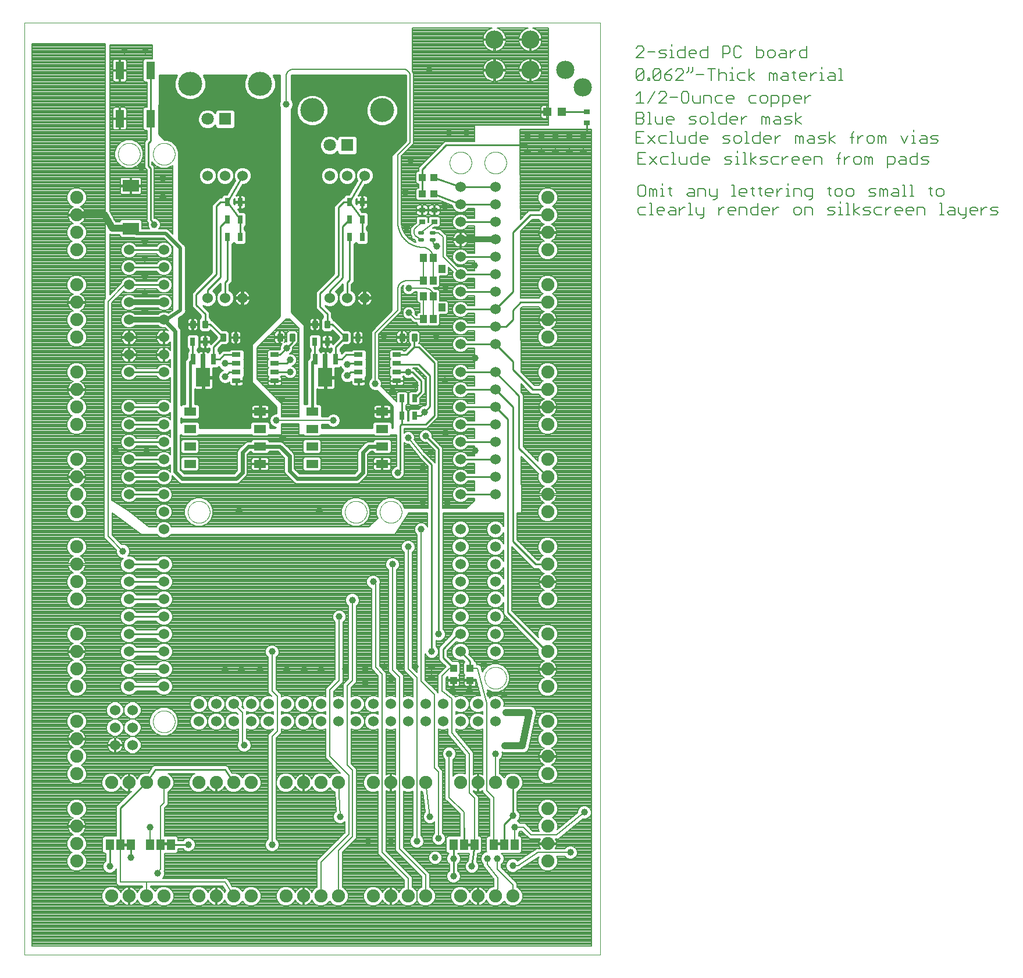
<source format=gtl>
G75*
%MOIN*%
%OFA0B0*%
%FSLAX25Y25*%
%IPPOS*%
%LPD*%
%AMOC8*
5,1,8,0,0,1.08239X$1,22.5*
%
%ADD10C,0.00000*%
%ADD11C,0.00600*%
%ADD12C,0.07500*%
%ADD13C,0.06000*%
%ADD14R,0.05000X0.02500*%
%ADD15R,0.07087X0.04724*%
%ADD16R,0.02760X0.06300*%
%ADD17R,0.02760X0.08270*%
%ADD18R,0.07870X0.10830*%
%ADD19C,0.13780*%
%ADD20C,0.07087*%
%ADD21R,0.07087X0.07087*%
%ADD22R,0.03150X0.04724*%
%ADD23C,0.00945*%
%ADD24R,0.03937X0.04331*%
%ADD25R,0.04331X0.03937*%
%ADD26R,0.04600X0.06300*%
%ADD27R,0.05118X0.10236*%
%ADD28R,0.04724X0.04724*%
%ADD29R,0.03700X0.03000*%
%ADD30R,0.09449X0.07087*%
%ADD31C,0.10500*%
%ADD32R,0.04134X0.04528*%
%ADD33C,0.00984*%
%ADD34C,0.03200*%
%ADD35C,0.01000*%
%ADD36C,0.00800*%
%ADD37C,0.03962*%
%ADD38C,0.04000*%
%ADD39C,0.04100*%
%ADD40C,0.01600*%
%ADD41C,0.02400*%
%ADD42C,0.02000*%
D10*
X0001000Y0001000D02*
X0331000Y0001000D01*
X0331000Y0534500D01*
X0001000Y0534500D01*
X0001000Y0001000D01*
X0074750Y0134500D02*
X0074752Y0134658D01*
X0074758Y0134815D01*
X0074768Y0134973D01*
X0074782Y0135130D01*
X0074800Y0135286D01*
X0074821Y0135443D01*
X0074847Y0135598D01*
X0074877Y0135753D01*
X0074910Y0135907D01*
X0074948Y0136060D01*
X0074989Y0136213D01*
X0075034Y0136364D01*
X0075083Y0136514D01*
X0075136Y0136662D01*
X0075192Y0136810D01*
X0075253Y0136955D01*
X0075316Y0137100D01*
X0075384Y0137242D01*
X0075455Y0137383D01*
X0075529Y0137522D01*
X0075607Y0137659D01*
X0075689Y0137794D01*
X0075773Y0137927D01*
X0075862Y0138058D01*
X0075953Y0138186D01*
X0076048Y0138313D01*
X0076145Y0138436D01*
X0076246Y0138558D01*
X0076350Y0138676D01*
X0076457Y0138792D01*
X0076567Y0138905D01*
X0076679Y0139016D01*
X0076795Y0139123D01*
X0076913Y0139228D01*
X0077033Y0139330D01*
X0077156Y0139428D01*
X0077282Y0139524D01*
X0077410Y0139616D01*
X0077540Y0139705D01*
X0077672Y0139791D01*
X0077807Y0139873D01*
X0077944Y0139952D01*
X0078082Y0140027D01*
X0078222Y0140099D01*
X0078365Y0140167D01*
X0078508Y0140232D01*
X0078654Y0140293D01*
X0078801Y0140350D01*
X0078949Y0140404D01*
X0079099Y0140454D01*
X0079249Y0140500D01*
X0079401Y0140542D01*
X0079554Y0140581D01*
X0079708Y0140615D01*
X0079863Y0140646D01*
X0080018Y0140672D01*
X0080174Y0140695D01*
X0080331Y0140714D01*
X0080488Y0140729D01*
X0080645Y0140740D01*
X0080803Y0140747D01*
X0080961Y0140750D01*
X0081118Y0140749D01*
X0081276Y0140744D01*
X0081433Y0140735D01*
X0081591Y0140722D01*
X0081747Y0140705D01*
X0081904Y0140684D01*
X0082059Y0140660D01*
X0082214Y0140631D01*
X0082369Y0140598D01*
X0082522Y0140562D01*
X0082675Y0140521D01*
X0082826Y0140477D01*
X0082976Y0140429D01*
X0083125Y0140378D01*
X0083273Y0140322D01*
X0083419Y0140263D01*
X0083564Y0140200D01*
X0083707Y0140133D01*
X0083848Y0140063D01*
X0083987Y0139990D01*
X0084125Y0139913D01*
X0084261Y0139832D01*
X0084394Y0139748D01*
X0084525Y0139661D01*
X0084654Y0139570D01*
X0084781Y0139476D01*
X0084906Y0139379D01*
X0085027Y0139279D01*
X0085147Y0139176D01*
X0085263Y0139070D01*
X0085377Y0138961D01*
X0085489Y0138849D01*
X0085597Y0138735D01*
X0085702Y0138617D01*
X0085805Y0138497D01*
X0085904Y0138375D01*
X0086000Y0138250D01*
X0086093Y0138122D01*
X0086183Y0137993D01*
X0086269Y0137861D01*
X0086353Y0137727D01*
X0086432Y0137591D01*
X0086509Y0137453D01*
X0086581Y0137313D01*
X0086650Y0137171D01*
X0086716Y0137028D01*
X0086778Y0136883D01*
X0086836Y0136736D01*
X0086891Y0136588D01*
X0086942Y0136439D01*
X0086989Y0136288D01*
X0087032Y0136137D01*
X0087071Y0135984D01*
X0087107Y0135830D01*
X0087138Y0135676D01*
X0087166Y0135521D01*
X0087190Y0135365D01*
X0087210Y0135208D01*
X0087226Y0135051D01*
X0087238Y0134894D01*
X0087246Y0134737D01*
X0087250Y0134579D01*
X0087250Y0134421D01*
X0087246Y0134263D01*
X0087238Y0134106D01*
X0087226Y0133949D01*
X0087210Y0133792D01*
X0087190Y0133635D01*
X0087166Y0133479D01*
X0087138Y0133324D01*
X0087107Y0133170D01*
X0087071Y0133016D01*
X0087032Y0132863D01*
X0086989Y0132712D01*
X0086942Y0132561D01*
X0086891Y0132412D01*
X0086836Y0132264D01*
X0086778Y0132117D01*
X0086716Y0131972D01*
X0086650Y0131829D01*
X0086581Y0131687D01*
X0086509Y0131547D01*
X0086432Y0131409D01*
X0086353Y0131273D01*
X0086269Y0131139D01*
X0086183Y0131007D01*
X0086093Y0130878D01*
X0086000Y0130750D01*
X0085904Y0130625D01*
X0085805Y0130503D01*
X0085702Y0130383D01*
X0085597Y0130265D01*
X0085489Y0130151D01*
X0085377Y0130039D01*
X0085263Y0129930D01*
X0085147Y0129824D01*
X0085027Y0129721D01*
X0084906Y0129621D01*
X0084781Y0129524D01*
X0084654Y0129430D01*
X0084525Y0129339D01*
X0084394Y0129252D01*
X0084261Y0129168D01*
X0084125Y0129087D01*
X0083987Y0129010D01*
X0083848Y0128937D01*
X0083707Y0128867D01*
X0083564Y0128800D01*
X0083419Y0128737D01*
X0083273Y0128678D01*
X0083125Y0128622D01*
X0082976Y0128571D01*
X0082826Y0128523D01*
X0082675Y0128479D01*
X0082522Y0128438D01*
X0082369Y0128402D01*
X0082214Y0128369D01*
X0082059Y0128340D01*
X0081904Y0128316D01*
X0081747Y0128295D01*
X0081591Y0128278D01*
X0081433Y0128265D01*
X0081276Y0128256D01*
X0081118Y0128251D01*
X0080961Y0128250D01*
X0080803Y0128253D01*
X0080645Y0128260D01*
X0080488Y0128271D01*
X0080331Y0128286D01*
X0080174Y0128305D01*
X0080018Y0128328D01*
X0079863Y0128354D01*
X0079708Y0128385D01*
X0079554Y0128419D01*
X0079401Y0128458D01*
X0079249Y0128500D01*
X0079099Y0128546D01*
X0078949Y0128596D01*
X0078801Y0128650D01*
X0078654Y0128707D01*
X0078508Y0128768D01*
X0078365Y0128833D01*
X0078222Y0128901D01*
X0078082Y0128973D01*
X0077944Y0129048D01*
X0077807Y0129127D01*
X0077672Y0129209D01*
X0077540Y0129295D01*
X0077410Y0129384D01*
X0077282Y0129476D01*
X0077156Y0129572D01*
X0077033Y0129670D01*
X0076913Y0129772D01*
X0076795Y0129877D01*
X0076679Y0129984D01*
X0076567Y0130095D01*
X0076457Y0130208D01*
X0076350Y0130324D01*
X0076246Y0130442D01*
X0076145Y0130564D01*
X0076048Y0130687D01*
X0075953Y0130814D01*
X0075862Y0130942D01*
X0075773Y0131073D01*
X0075689Y0131206D01*
X0075607Y0131341D01*
X0075529Y0131478D01*
X0075455Y0131617D01*
X0075384Y0131758D01*
X0075316Y0131900D01*
X0075253Y0132045D01*
X0075192Y0132190D01*
X0075136Y0132338D01*
X0075083Y0132486D01*
X0075034Y0132636D01*
X0074989Y0132787D01*
X0074948Y0132940D01*
X0074910Y0133093D01*
X0074877Y0133247D01*
X0074847Y0133402D01*
X0074821Y0133557D01*
X0074800Y0133714D01*
X0074782Y0133870D01*
X0074768Y0134027D01*
X0074758Y0134185D01*
X0074752Y0134342D01*
X0074750Y0134500D01*
X0094750Y0254500D02*
X0094752Y0254658D01*
X0094758Y0254815D01*
X0094768Y0254973D01*
X0094782Y0255130D01*
X0094800Y0255286D01*
X0094821Y0255443D01*
X0094847Y0255598D01*
X0094877Y0255753D01*
X0094910Y0255907D01*
X0094948Y0256060D01*
X0094989Y0256213D01*
X0095034Y0256364D01*
X0095083Y0256514D01*
X0095136Y0256662D01*
X0095192Y0256810D01*
X0095253Y0256955D01*
X0095316Y0257100D01*
X0095384Y0257242D01*
X0095455Y0257383D01*
X0095529Y0257522D01*
X0095607Y0257659D01*
X0095689Y0257794D01*
X0095773Y0257927D01*
X0095862Y0258058D01*
X0095953Y0258186D01*
X0096048Y0258313D01*
X0096145Y0258436D01*
X0096246Y0258558D01*
X0096350Y0258676D01*
X0096457Y0258792D01*
X0096567Y0258905D01*
X0096679Y0259016D01*
X0096795Y0259123D01*
X0096913Y0259228D01*
X0097033Y0259330D01*
X0097156Y0259428D01*
X0097282Y0259524D01*
X0097410Y0259616D01*
X0097540Y0259705D01*
X0097672Y0259791D01*
X0097807Y0259873D01*
X0097944Y0259952D01*
X0098082Y0260027D01*
X0098222Y0260099D01*
X0098365Y0260167D01*
X0098508Y0260232D01*
X0098654Y0260293D01*
X0098801Y0260350D01*
X0098949Y0260404D01*
X0099099Y0260454D01*
X0099249Y0260500D01*
X0099401Y0260542D01*
X0099554Y0260581D01*
X0099708Y0260615D01*
X0099863Y0260646D01*
X0100018Y0260672D01*
X0100174Y0260695D01*
X0100331Y0260714D01*
X0100488Y0260729D01*
X0100645Y0260740D01*
X0100803Y0260747D01*
X0100961Y0260750D01*
X0101118Y0260749D01*
X0101276Y0260744D01*
X0101433Y0260735D01*
X0101591Y0260722D01*
X0101747Y0260705D01*
X0101904Y0260684D01*
X0102059Y0260660D01*
X0102214Y0260631D01*
X0102369Y0260598D01*
X0102522Y0260562D01*
X0102675Y0260521D01*
X0102826Y0260477D01*
X0102976Y0260429D01*
X0103125Y0260378D01*
X0103273Y0260322D01*
X0103419Y0260263D01*
X0103564Y0260200D01*
X0103707Y0260133D01*
X0103848Y0260063D01*
X0103987Y0259990D01*
X0104125Y0259913D01*
X0104261Y0259832D01*
X0104394Y0259748D01*
X0104525Y0259661D01*
X0104654Y0259570D01*
X0104781Y0259476D01*
X0104906Y0259379D01*
X0105027Y0259279D01*
X0105147Y0259176D01*
X0105263Y0259070D01*
X0105377Y0258961D01*
X0105489Y0258849D01*
X0105597Y0258735D01*
X0105702Y0258617D01*
X0105805Y0258497D01*
X0105904Y0258375D01*
X0106000Y0258250D01*
X0106093Y0258122D01*
X0106183Y0257993D01*
X0106269Y0257861D01*
X0106353Y0257727D01*
X0106432Y0257591D01*
X0106509Y0257453D01*
X0106581Y0257313D01*
X0106650Y0257171D01*
X0106716Y0257028D01*
X0106778Y0256883D01*
X0106836Y0256736D01*
X0106891Y0256588D01*
X0106942Y0256439D01*
X0106989Y0256288D01*
X0107032Y0256137D01*
X0107071Y0255984D01*
X0107107Y0255830D01*
X0107138Y0255676D01*
X0107166Y0255521D01*
X0107190Y0255365D01*
X0107210Y0255208D01*
X0107226Y0255051D01*
X0107238Y0254894D01*
X0107246Y0254737D01*
X0107250Y0254579D01*
X0107250Y0254421D01*
X0107246Y0254263D01*
X0107238Y0254106D01*
X0107226Y0253949D01*
X0107210Y0253792D01*
X0107190Y0253635D01*
X0107166Y0253479D01*
X0107138Y0253324D01*
X0107107Y0253170D01*
X0107071Y0253016D01*
X0107032Y0252863D01*
X0106989Y0252712D01*
X0106942Y0252561D01*
X0106891Y0252412D01*
X0106836Y0252264D01*
X0106778Y0252117D01*
X0106716Y0251972D01*
X0106650Y0251829D01*
X0106581Y0251687D01*
X0106509Y0251547D01*
X0106432Y0251409D01*
X0106353Y0251273D01*
X0106269Y0251139D01*
X0106183Y0251007D01*
X0106093Y0250878D01*
X0106000Y0250750D01*
X0105904Y0250625D01*
X0105805Y0250503D01*
X0105702Y0250383D01*
X0105597Y0250265D01*
X0105489Y0250151D01*
X0105377Y0250039D01*
X0105263Y0249930D01*
X0105147Y0249824D01*
X0105027Y0249721D01*
X0104906Y0249621D01*
X0104781Y0249524D01*
X0104654Y0249430D01*
X0104525Y0249339D01*
X0104394Y0249252D01*
X0104261Y0249168D01*
X0104125Y0249087D01*
X0103987Y0249010D01*
X0103848Y0248937D01*
X0103707Y0248867D01*
X0103564Y0248800D01*
X0103419Y0248737D01*
X0103273Y0248678D01*
X0103125Y0248622D01*
X0102976Y0248571D01*
X0102826Y0248523D01*
X0102675Y0248479D01*
X0102522Y0248438D01*
X0102369Y0248402D01*
X0102214Y0248369D01*
X0102059Y0248340D01*
X0101904Y0248316D01*
X0101747Y0248295D01*
X0101591Y0248278D01*
X0101433Y0248265D01*
X0101276Y0248256D01*
X0101118Y0248251D01*
X0100961Y0248250D01*
X0100803Y0248253D01*
X0100645Y0248260D01*
X0100488Y0248271D01*
X0100331Y0248286D01*
X0100174Y0248305D01*
X0100018Y0248328D01*
X0099863Y0248354D01*
X0099708Y0248385D01*
X0099554Y0248419D01*
X0099401Y0248458D01*
X0099249Y0248500D01*
X0099099Y0248546D01*
X0098949Y0248596D01*
X0098801Y0248650D01*
X0098654Y0248707D01*
X0098508Y0248768D01*
X0098365Y0248833D01*
X0098222Y0248901D01*
X0098082Y0248973D01*
X0097944Y0249048D01*
X0097807Y0249127D01*
X0097672Y0249209D01*
X0097540Y0249295D01*
X0097410Y0249384D01*
X0097282Y0249476D01*
X0097156Y0249572D01*
X0097033Y0249670D01*
X0096913Y0249772D01*
X0096795Y0249877D01*
X0096679Y0249984D01*
X0096567Y0250095D01*
X0096457Y0250208D01*
X0096350Y0250324D01*
X0096246Y0250442D01*
X0096145Y0250564D01*
X0096048Y0250687D01*
X0095953Y0250814D01*
X0095862Y0250942D01*
X0095773Y0251073D01*
X0095689Y0251206D01*
X0095607Y0251341D01*
X0095529Y0251478D01*
X0095455Y0251617D01*
X0095384Y0251758D01*
X0095316Y0251900D01*
X0095253Y0252045D01*
X0095192Y0252190D01*
X0095136Y0252338D01*
X0095083Y0252486D01*
X0095034Y0252636D01*
X0094989Y0252787D01*
X0094948Y0252940D01*
X0094910Y0253093D01*
X0094877Y0253247D01*
X0094847Y0253402D01*
X0094821Y0253557D01*
X0094800Y0253714D01*
X0094782Y0253870D01*
X0094768Y0254027D01*
X0094758Y0254185D01*
X0094752Y0254342D01*
X0094750Y0254500D01*
X0184750Y0254500D02*
X0184752Y0254658D01*
X0184758Y0254815D01*
X0184768Y0254973D01*
X0184782Y0255130D01*
X0184800Y0255286D01*
X0184821Y0255443D01*
X0184847Y0255598D01*
X0184877Y0255753D01*
X0184910Y0255907D01*
X0184948Y0256060D01*
X0184989Y0256213D01*
X0185034Y0256364D01*
X0185083Y0256514D01*
X0185136Y0256662D01*
X0185192Y0256810D01*
X0185253Y0256955D01*
X0185316Y0257100D01*
X0185384Y0257242D01*
X0185455Y0257383D01*
X0185529Y0257522D01*
X0185607Y0257659D01*
X0185689Y0257794D01*
X0185773Y0257927D01*
X0185862Y0258058D01*
X0185953Y0258186D01*
X0186048Y0258313D01*
X0186145Y0258436D01*
X0186246Y0258558D01*
X0186350Y0258676D01*
X0186457Y0258792D01*
X0186567Y0258905D01*
X0186679Y0259016D01*
X0186795Y0259123D01*
X0186913Y0259228D01*
X0187033Y0259330D01*
X0187156Y0259428D01*
X0187282Y0259524D01*
X0187410Y0259616D01*
X0187540Y0259705D01*
X0187672Y0259791D01*
X0187807Y0259873D01*
X0187944Y0259952D01*
X0188082Y0260027D01*
X0188222Y0260099D01*
X0188365Y0260167D01*
X0188508Y0260232D01*
X0188654Y0260293D01*
X0188801Y0260350D01*
X0188949Y0260404D01*
X0189099Y0260454D01*
X0189249Y0260500D01*
X0189401Y0260542D01*
X0189554Y0260581D01*
X0189708Y0260615D01*
X0189863Y0260646D01*
X0190018Y0260672D01*
X0190174Y0260695D01*
X0190331Y0260714D01*
X0190488Y0260729D01*
X0190645Y0260740D01*
X0190803Y0260747D01*
X0190961Y0260750D01*
X0191118Y0260749D01*
X0191276Y0260744D01*
X0191433Y0260735D01*
X0191591Y0260722D01*
X0191747Y0260705D01*
X0191904Y0260684D01*
X0192059Y0260660D01*
X0192214Y0260631D01*
X0192369Y0260598D01*
X0192522Y0260562D01*
X0192675Y0260521D01*
X0192826Y0260477D01*
X0192976Y0260429D01*
X0193125Y0260378D01*
X0193273Y0260322D01*
X0193419Y0260263D01*
X0193564Y0260200D01*
X0193707Y0260133D01*
X0193848Y0260063D01*
X0193987Y0259990D01*
X0194125Y0259913D01*
X0194261Y0259832D01*
X0194394Y0259748D01*
X0194525Y0259661D01*
X0194654Y0259570D01*
X0194781Y0259476D01*
X0194906Y0259379D01*
X0195027Y0259279D01*
X0195147Y0259176D01*
X0195263Y0259070D01*
X0195377Y0258961D01*
X0195489Y0258849D01*
X0195597Y0258735D01*
X0195702Y0258617D01*
X0195805Y0258497D01*
X0195904Y0258375D01*
X0196000Y0258250D01*
X0196093Y0258122D01*
X0196183Y0257993D01*
X0196269Y0257861D01*
X0196353Y0257727D01*
X0196432Y0257591D01*
X0196509Y0257453D01*
X0196581Y0257313D01*
X0196650Y0257171D01*
X0196716Y0257028D01*
X0196778Y0256883D01*
X0196836Y0256736D01*
X0196891Y0256588D01*
X0196942Y0256439D01*
X0196989Y0256288D01*
X0197032Y0256137D01*
X0197071Y0255984D01*
X0197107Y0255830D01*
X0197138Y0255676D01*
X0197166Y0255521D01*
X0197190Y0255365D01*
X0197210Y0255208D01*
X0197226Y0255051D01*
X0197238Y0254894D01*
X0197246Y0254737D01*
X0197250Y0254579D01*
X0197250Y0254421D01*
X0197246Y0254263D01*
X0197238Y0254106D01*
X0197226Y0253949D01*
X0197210Y0253792D01*
X0197190Y0253635D01*
X0197166Y0253479D01*
X0197138Y0253324D01*
X0197107Y0253170D01*
X0197071Y0253016D01*
X0197032Y0252863D01*
X0196989Y0252712D01*
X0196942Y0252561D01*
X0196891Y0252412D01*
X0196836Y0252264D01*
X0196778Y0252117D01*
X0196716Y0251972D01*
X0196650Y0251829D01*
X0196581Y0251687D01*
X0196509Y0251547D01*
X0196432Y0251409D01*
X0196353Y0251273D01*
X0196269Y0251139D01*
X0196183Y0251007D01*
X0196093Y0250878D01*
X0196000Y0250750D01*
X0195904Y0250625D01*
X0195805Y0250503D01*
X0195702Y0250383D01*
X0195597Y0250265D01*
X0195489Y0250151D01*
X0195377Y0250039D01*
X0195263Y0249930D01*
X0195147Y0249824D01*
X0195027Y0249721D01*
X0194906Y0249621D01*
X0194781Y0249524D01*
X0194654Y0249430D01*
X0194525Y0249339D01*
X0194394Y0249252D01*
X0194261Y0249168D01*
X0194125Y0249087D01*
X0193987Y0249010D01*
X0193848Y0248937D01*
X0193707Y0248867D01*
X0193564Y0248800D01*
X0193419Y0248737D01*
X0193273Y0248678D01*
X0193125Y0248622D01*
X0192976Y0248571D01*
X0192826Y0248523D01*
X0192675Y0248479D01*
X0192522Y0248438D01*
X0192369Y0248402D01*
X0192214Y0248369D01*
X0192059Y0248340D01*
X0191904Y0248316D01*
X0191747Y0248295D01*
X0191591Y0248278D01*
X0191433Y0248265D01*
X0191276Y0248256D01*
X0191118Y0248251D01*
X0190961Y0248250D01*
X0190803Y0248253D01*
X0190645Y0248260D01*
X0190488Y0248271D01*
X0190331Y0248286D01*
X0190174Y0248305D01*
X0190018Y0248328D01*
X0189863Y0248354D01*
X0189708Y0248385D01*
X0189554Y0248419D01*
X0189401Y0248458D01*
X0189249Y0248500D01*
X0189099Y0248546D01*
X0188949Y0248596D01*
X0188801Y0248650D01*
X0188654Y0248707D01*
X0188508Y0248768D01*
X0188365Y0248833D01*
X0188222Y0248901D01*
X0188082Y0248973D01*
X0187944Y0249048D01*
X0187807Y0249127D01*
X0187672Y0249209D01*
X0187540Y0249295D01*
X0187410Y0249384D01*
X0187282Y0249476D01*
X0187156Y0249572D01*
X0187033Y0249670D01*
X0186913Y0249772D01*
X0186795Y0249877D01*
X0186679Y0249984D01*
X0186567Y0250095D01*
X0186457Y0250208D01*
X0186350Y0250324D01*
X0186246Y0250442D01*
X0186145Y0250564D01*
X0186048Y0250687D01*
X0185953Y0250814D01*
X0185862Y0250942D01*
X0185773Y0251073D01*
X0185689Y0251206D01*
X0185607Y0251341D01*
X0185529Y0251478D01*
X0185455Y0251617D01*
X0185384Y0251758D01*
X0185316Y0251900D01*
X0185253Y0252045D01*
X0185192Y0252190D01*
X0185136Y0252338D01*
X0185083Y0252486D01*
X0185034Y0252636D01*
X0184989Y0252787D01*
X0184948Y0252940D01*
X0184910Y0253093D01*
X0184877Y0253247D01*
X0184847Y0253402D01*
X0184821Y0253557D01*
X0184800Y0253714D01*
X0184782Y0253870D01*
X0184768Y0254027D01*
X0184758Y0254185D01*
X0184752Y0254342D01*
X0184750Y0254500D01*
X0204750Y0254500D02*
X0204752Y0254658D01*
X0204758Y0254815D01*
X0204768Y0254973D01*
X0204782Y0255130D01*
X0204800Y0255286D01*
X0204821Y0255443D01*
X0204847Y0255598D01*
X0204877Y0255753D01*
X0204910Y0255907D01*
X0204948Y0256060D01*
X0204989Y0256213D01*
X0205034Y0256364D01*
X0205083Y0256514D01*
X0205136Y0256662D01*
X0205192Y0256810D01*
X0205253Y0256955D01*
X0205316Y0257100D01*
X0205384Y0257242D01*
X0205455Y0257383D01*
X0205529Y0257522D01*
X0205607Y0257659D01*
X0205689Y0257794D01*
X0205773Y0257927D01*
X0205862Y0258058D01*
X0205953Y0258186D01*
X0206048Y0258313D01*
X0206145Y0258436D01*
X0206246Y0258558D01*
X0206350Y0258676D01*
X0206457Y0258792D01*
X0206567Y0258905D01*
X0206679Y0259016D01*
X0206795Y0259123D01*
X0206913Y0259228D01*
X0207033Y0259330D01*
X0207156Y0259428D01*
X0207282Y0259524D01*
X0207410Y0259616D01*
X0207540Y0259705D01*
X0207672Y0259791D01*
X0207807Y0259873D01*
X0207944Y0259952D01*
X0208082Y0260027D01*
X0208222Y0260099D01*
X0208365Y0260167D01*
X0208508Y0260232D01*
X0208654Y0260293D01*
X0208801Y0260350D01*
X0208949Y0260404D01*
X0209099Y0260454D01*
X0209249Y0260500D01*
X0209401Y0260542D01*
X0209554Y0260581D01*
X0209708Y0260615D01*
X0209863Y0260646D01*
X0210018Y0260672D01*
X0210174Y0260695D01*
X0210331Y0260714D01*
X0210488Y0260729D01*
X0210645Y0260740D01*
X0210803Y0260747D01*
X0210961Y0260750D01*
X0211118Y0260749D01*
X0211276Y0260744D01*
X0211433Y0260735D01*
X0211591Y0260722D01*
X0211747Y0260705D01*
X0211904Y0260684D01*
X0212059Y0260660D01*
X0212214Y0260631D01*
X0212369Y0260598D01*
X0212522Y0260562D01*
X0212675Y0260521D01*
X0212826Y0260477D01*
X0212976Y0260429D01*
X0213125Y0260378D01*
X0213273Y0260322D01*
X0213419Y0260263D01*
X0213564Y0260200D01*
X0213707Y0260133D01*
X0213848Y0260063D01*
X0213987Y0259990D01*
X0214125Y0259913D01*
X0214261Y0259832D01*
X0214394Y0259748D01*
X0214525Y0259661D01*
X0214654Y0259570D01*
X0214781Y0259476D01*
X0214906Y0259379D01*
X0215027Y0259279D01*
X0215147Y0259176D01*
X0215263Y0259070D01*
X0215377Y0258961D01*
X0215489Y0258849D01*
X0215597Y0258735D01*
X0215702Y0258617D01*
X0215805Y0258497D01*
X0215904Y0258375D01*
X0216000Y0258250D01*
X0216093Y0258122D01*
X0216183Y0257993D01*
X0216269Y0257861D01*
X0216353Y0257727D01*
X0216432Y0257591D01*
X0216509Y0257453D01*
X0216581Y0257313D01*
X0216650Y0257171D01*
X0216716Y0257028D01*
X0216778Y0256883D01*
X0216836Y0256736D01*
X0216891Y0256588D01*
X0216942Y0256439D01*
X0216989Y0256288D01*
X0217032Y0256137D01*
X0217071Y0255984D01*
X0217107Y0255830D01*
X0217138Y0255676D01*
X0217166Y0255521D01*
X0217190Y0255365D01*
X0217210Y0255208D01*
X0217226Y0255051D01*
X0217238Y0254894D01*
X0217246Y0254737D01*
X0217250Y0254579D01*
X0217250Y0254421D01*
X0217246Y0254263D01*
X0217238Y0254106D01*
X0217226Y0253949D01*
X0217210Y0253792D01*
X0217190Y0253635D01*
X0217166Y0253479D01*
X0217138Y0253324D01*
X0217107Y0253170D01*
X0217071Y0253016D01*
X0217032Y0252863D01*
X0216989Y0252712D01*
X0216942Y0252561D01*
X0216891Y0252412D01*
X0216836Y0252264D01*
X0216778Y0252117D01*
X0216716Y0251972D01*
X0216650Y0251829D01*
X0216581Y0251687D01*
X0216509Y0251547D01*
X0216432Y0251409D01*
X0216353Y0251273D01*
X0216269Y0251139D01*
X0216183Y0251007D01*
X0216093Y0250878D01*
X0216000Y0250750D01*
X0215904Y0250625D01*
X0215805Y0250503D01*
X0215702Y0250383D01*
X0215597Y0250265D01*
X0215489Y0250151D01*
X0215377Y0250039D01*
X0215263Y0249930D01*
X0215147Y0249824D01*
X0215027Y0249721D01*
X0214906Y0249621D01*
X0214781Y0249524D01*
X0214654Y0249430D01*
X0214525Y0249339D01*
X0214394Y0249252D01*
X0214261Y0249168D01*
X0214125Y0249087D01*
X0213987Y0249010D01*
X0213848Y0248937D01*
X0213707Y0248867D01*
X0213564Y0248800D01*
X0213419Y0248737D01*
X0213273Y0248678D01*
X0213125Y0248622D01*
X0212976Y0248571D01*
X0212826Y0248523D01*
X0212675Y0248479D01*
X0212522Y0248438D01*
X0212369Y0248402D01*
X0212214Y0248369D01*
X0212059Y0248340D01*
X0211904Y0248316D01*
X0211747Y0248295D01*
X0211591Y0248278D01*
X0211433Y0248265D01*
X0211276Y0248256D01*
X0211118Y0248251D01*
X0210961Y0248250D01*
X0210803Y0248253D01*
X0210645Y0248260D01*
X0210488Y0248271D01*
X0210331Y0248286D01*
X0210174Y0248305D01*
X0210018Y0248328D01*
X0209863Y0248354D01*
X0209708Y0248385D01*
X0209554Y0248419D01*
X0209401Y0248458D01*
X0209249Y0248500D01*
X0209099Y0248546D01*
X0208949Y0248596D01*
X0208801Y0248650D01*
X0208654Y0248707D01*
X0208508Y0248768D01*
X0208365Y0248833D01*
X0208222Y0248901D01*
X0208082Y0248973D01*
X0207944Y0249048D01*
X0207807Y0249127D01*
X0207672Y0249209D01*
X0207540Y0249295D01*
X0207410Y0249384D01*
X0207282Y0249476D01*
X0207156Y0249572D01*
X0207033Y0249670D01*
X0206913Y0249772D01*
X0206795Y0249877D01*
X0206679Y0249984D01*
X0206567Y0250095D01*
X0206457Y0250208D01*
X0206350Y0250324D01*
X0206246Y0250442D01*
X0206145Y0250564D01*
X0206048Y0250687D01*
X0205953Y0250814D01*
X0205862Y0250942D01*
X0205773Y0251073D01*
X0205689Y0251206D01*
X0205607Y0251341D01*
X0205529Y0251478D01*
X0205455Y0251617D01*
X0205384Y0251758D01*
X0205316Y0251900D01*
X0205253Y0252045D01*
X0205192Y0252190D01*
X0205136Y0252338D01*
X0205083Y0252486D01*
X0205034Y0252636D01*
X0204989Y0252787D01*
X0204948Y0252940D01*
X0204910Y0253093D01*
X0204877Y0253247D01*
X0204847Y0253402D01*
X0204821Y0253557D01*
X0204800Y0253714D01*
X0204782Y0253870D01*
X0204768Y0254027D01*
X0204758Y0254185D01*
X0204752Y0254342D01*
X0204750Y0254500D01*
X0264750Y0159500D02*
X0264752Y0159658D01*
X0264758Y0159815D01*
X0264768Y0159973D01*
X0264782Y0160130D01*
X0264800Y0160286D01*
X0264821Y0160443D01*
X0264847Y0160598D01*
X0264877Y0160753D01*
X0264910Y0160907D01*
X0264948Y0161060D01*
X0264989Y0161213D01*
X0265034Y0161364D01*
X0265083Y0161514D01*
X0265136Y0161662D01*
X0265192Y0161810D01*
X0265253Y0161955D01*
X0265316Y0162100D01*
X0265384Y0162242D01*
X0265455Y0162383D01*
X0265529Y0162522D01*
X0265607Y0162659D01*
X0265689Y0162794D01*
X0265773Y0162927D01*
X0265862Y0163058D01*
X0265953Y0163186D01*
X0266048Y0163313D01*
X0266145Y0163436D01*
X0266246Y0163558D01*
X0266350Y0163676D01*
X0266457Y0163792D01*
X0266567Y0163905D01*
X0266679Y0164016D01*
X0266795Y0164123D01*
X0266913Y0164228D01*
X0267033Y0164330D01*
X0267156Y0164428D01*
X0267282Y0164524D01*
X0267410Y0164616D01*
X0267540Y0164705D01*
X0267672Y0164791D01*
X0267807Y0164873D01*
X0267944Y0164952D01*
X0268082Y0165027D01*
X0268222Y0165099D01*
X0268365Y0165167D01*
X0268508Y0165232D01*
X0268654Y0165293D01*
X0268801Y0165350D01*
X0268949Y0165404D01*
X0269099Y0165454D01*
X0269249Y0165500D01*
X0269401Y0165542D01*
X0269554Y0165581D01*
X0269708Y0165615D01*
X0269863Y0165646D01*
X0270018Y0165672D01*
X0270174Y0165695D01*
X0270331Y0165714D01*
X0270488Y0165729D01*
X0270645Y0165740D01*
X0270803Y0165747D01*
X0270961Y0165750D01*
X0271118Y0165749D01*
X0271276Y0165744D01*
X0271433Y0165735D01*
X0271591Y0165722D01*
X0271747Y0165705D01*
X0271904Y0165684D01*
X0272059Y0165660D01*
X0272214Y0165631D01*
X0272369Y0165598D01*
X0272522Y0165562D01*
X0272675Y0165521D01*
X0272826Y0165477D01*
X0272976Y0165429D01*
X0273125Y0165378D01*
X0273273Y0165322D01*
X0273419Y0165263D01*
X0273564Y0165200D01*
X0273707Y0165133D01*
X0273848Y0165063D01*
X0273987Y0164990D01*
X0274125Y0164913D01*
X0274261Y0164832D01*
X0274394Y0164748D01*
X0274525Y0164661D01*
X0274654Y0164570D01*
X0274781Y0164476D01*
X0274906Y0164379D01*
X0275027Y0164279D01*
X0275147Y0164176D01*
X0275263Y0164070D01*
X0275377Y0163961D01*
X0275489Y0163849D01*
X0275597Y0163735D01*
X0275702Y0163617D01*
X0275805Y0163497D01*
X0275904Y0163375D01*
X0276000Y0163250D01*
X0276093Y0163122D01*
X0276183Y0162993D01*
X0276269Y0162861D01*
X0276353Y0162727D01*
X0276432Y0162591D01*
X0276509Y0162453D01*
X0276581Y0162313D01*
X0276650Y0162171D01*
X0276716Y0162028D01*
X0276778Y0161883D01*
X0276836Y0161736D01*
X0276891Y0161588D01*
X0276942Y0161439D01*
X0276989Y0161288D01*
X0277032Y0161137D01*
X0277071Y0160984D01*
X0277107Y0160830D01*
X0277138Y0160676D01*
X0277166Y0160521D01*
X0277190Y0160365D01*
X0277210Y0160208D01*
X0277226Y0160051D01*
X0277238Y0159894D01*
X0277246Y0159737D01*
X0277250Y0159579D01*
X0277250Y0159421D01*
X0277246Y0159263D01*
X0277238Y0159106D01*
X0277226Y0158949D01*
X0277210Y0158792D01*
X0277190Y0158635D01*
X0277166Y0158479D01*
X0277138Y0158324D01*
X0277107Y0158170D01*
X0277071Y0158016D01*
X0277032Y0157863D01*
X0276989Y0157712D01*
X0276942Y0157561D01*
X0276891Y0157412D01*
X0276836Y0157264D01*
X0276778Y0157117D01*
X0276716Y0156972D01*
X0276650Y0156829D01*
X0276581Y0156687D01*
X0276509Y0156547D01*
X0276432Y0156409D01*
X0276353Y0156273D01*
X0276269Y0156139D01*
X0276183Y0156007D01*
X0276093Y0155878D01*
X0276000Y0155750D01*
X0275904Y0155625D01*
X0275805Y0155503D01*
X0275702Y0155383D01*
X0275597Y0155265D01*
X0275489Y0155151D01*
X0275377Y0155039D01*
X0275263Y0154930D01*
X0275147Y0154824D01*
X0275027Y0154721D01*
X0274906Y0154621D01*
X0274781Y0154524D01*
X0274654Y0154430D01*
X0274525Y0154339D01*
X0274394Y0154252D01*
X0274261Y0154168D01*
X0274125Y0154087D01*
X0273987Y0154010D01*
X0273848Y0153937D01*
X0273707Y0153867D01*
X0273564Y0153800D01*
X0273419Y0153737D01*
X0273273Y0153678D01*
X0273125Y0153622D01*
X0272976Y0153571D01*
X0272826Y0153523D01*
X0272675Y0153479D01*
X0272522Y0153438D01*
X0272369Y0153402D01*
X0272214Y0153369D01*
X0272059Y0153340D01*
X0271904Y0153316D01*
X0271747Y0153295D01*
X0271591Y0153278D01*
X0271433Y0153265D01*
X0271276Y0153256D01*
X0271118Y0153251D01*
X0270961Y0153250D01*
X0270803Y0153253D01*
X0270645Y0153260D01*
X0270488Y0153271D01*
X0270331Y0153286D01*
X0270174Y0153305D01*
X0270018Y0153328D01*
X0269863Y0153354D01*
X0269708Y0153385D01*
X0269554Y0153419D01*
X0269401Y0153458D01*
X0269249Y0153500D01*
X0269099Y0153546D01*
X0268949Y0153596D01*
X0268801Y0153650D01*
X0268654Y0153707D01*
X0268508Y0153768D01*
X0268365Y0153833D01*
X0268222Y0153901D01*
X0268082Y0153973D01*
X0267944Y0154048D01*
X0267807Y0154127D01*
X0267672Y0154209D01*
X0267540Y0154295D01*
X0267410Y0154384D01*
X0267282Y0154476D01*
X0267156Y0154572D01*
X0267033Y0154670D01*
X0266913Y0154772D01*
X0266795Y0154877D01*
X0266679Y0154984D01*
X0266567Y0155095D01*
X0266457Y0155208D01*
X0266350Y0155324D01*
X0266246Y0155442D01*
X0266145Y0155564D01*
X0266048Y0155687D01*
X0265953Y0155814D01*
X0265862Y0155942D01*
X0265773Y0156073D01*
X0265689Y0156206D01*
X0265607Y0156341D01*
X0265529Y0156478D01*
X0265455Y0156617D01*
X0265384Y0156758D01*
X0265316Y0156900D01*
X0265253Y0157045D01*
X0265192Y0157190D01*
X0265136Y0157338D01*
X0265083Y0157486D01*
X0265034Y0157636D01*
X0264989Y0157787D01*
X0264948Y0157940D01*
X0264910Y0158093D01*
X0264877Y0158247D01*
X0264847Y0158402D01*
X0264821Y0158557D01*
X0264800Y0158714D01*
X0264782Y0158870D01*
X0264768Y0159027D01*
X0264758Y0159185D01*
X0264752Y0159342D01*
X0264750Y0159500D01*
X0264750Y0454500D02*
X0264752Y0454658D01*
X0264758Y0454815D01*
X0264768Y0454973D01*
X0264782Y0455130D01*
X0264800Y0455286D01*
X0264821Y0455443D01*
X0264847Y0455598D01*
X0264877Y0455753D01*
X0264910Y0455907D01*
X0264948Y0456060D01*
X0264989Y0456213D01*
X0265034Y0456364D01*
X0265083Y0456514D01*
X0265136Y0456662D01*
X0265192Y0456810D01*
X0265253Y0456955D01*
X0265316Y0457100D01*
X0265384Y0457242D01*
X0265455Y0457383D01*
X0265529Y0457522D01*
X0265607Y0457659D01*
X0265689Y0457794D01*
X0265773Y0457927D01*
X0265862Y0458058D01*
X0265953Y0458186D01*
X0266048Y0458313D01*
X0266145Y0458436D01*
X0266246Y0458558D01*
X0266350Y0458676D01*
X0266457Y0458792D01*
X0266567Y0458905D01*
X0266679Y0459016D01*
X0266795Y0459123D01*
X0266913Y0459228D01*
X0267033Y0459330D01*
X0267156Y0459428D01*
X0267282Y0459524D01*
X0267410Y0459616D01*
X0267540Y0459705D01*
X0267672Y0459791D01*
X0267807Y0459873D01*
X0267944Y0459952D01*
X0268082Y0460027D01*
X0268222Y0460099D01*
X0268365Y0460167D01*
X0268508Y0460232D01*
X0268654Y0460293D01*
X0268801Y0460350D01*
X0268949Y0460404D01*
X0269099Y0460454D01*
X0269249Y0460500D01*
X0269401Y0460542D01*
X0269554Y0460581D01*
X0269708Y0460615D01*
X0269863Y0460646D01*
X0270018Y0460672D01*
X0270174Y0460695D01*
X0270331Y0460714D01*
X0270488Y0460729D01*
X0270645Y0460740D01*
X0270803Y0460747D01*
X0270961Y0460750D01*
X0271118Y0460749D01*
X0271276Y0460744D01*
X0271433Y0460735D01*
X0271591Y0460722D01*
X0271747Y0460705D01*
X0271904Y0460684D01*
X0272059Y0460660D01*
X0272214Y0460631D01*
X0272369Y0460598D01*
X0272522Y0460562D01*
X0272675Y0460521D01*
X0272826Y0460477D01*
X0272976Y0460429D01*
X0273125Y0460378D01*
X0273273Y0460322D01*
X0273419Y0460263D01*
X0273564Y0460200D01*
X0273707Y0460133D01*
X0273848Y0460063D01*
X0273987Y0459990D01*
X0274125Y0459913D01*
X0274261Y0459832D01*
X0274394Y0459748D01*
X0274525Y0459661D01*
X0274654Y0459570D01*
X0274781Y0459476D01*
X0274906Y0459379D01*
X0275027Y0459279D01*
X0275147Y0459176D01*
X0275263Y0459070D01*
X0275377Y0458961D01*
X0275489Y0458849D01*
X0275597Y0458735D01*
X0275702Y0458617D01*
X0275805Y0458497D01*
X0275904Y0458375D01*
X0276000Y0458250D01*
X0276093Y0458122D01*
X0276183Y0457993D01*
X0276269Y0457861D01*
X0276353Y0457727D01*
X0276432Y0457591D01*
X0276509Y0457453D01*
X0276581Y0457313D01*
X0276650Y0457171D01*
X0276716Y0457028D01*
X0276778Y0456883D01*
X0276836Y0456736D01*
X0276891Y0456588D01*
X0276942Y0456439D01*
X0276989Y0456288D01*
X0277032Y0456137D01*
X0277071Y0455984D01*
X0277107Y0455830D01*
X0277138Y0455676D01*
X0277166Y0455521D01*
X0277190Y0455365D01*
X0277210Y0455208D01*
X0277226Y0455051D01*
X0277238Y0454894D01*
X0277246Y0454737D01*
X0277250Y0454579D01*
X0277250Y0454421D01*
X0277246Y0454263D01*
X0277238Y0454106D01*
X0277226Y0453949D01*
X0277210Y0453792D01*
X0277190Y0453635D01*
X0277166Y0453479D01*
X0277138Y0453324D01*
X0277107Y0453170D01*
X0277071Y0453016D01*
X0277032Y0452863D01*
X0276989Y0452712D01*
X0276942Y0452561D01*
X0276891Y0452412D01*
X0276836Y0452264D01*
X0276778Y0452117D01*
X0276716Y0451972D01*
X0276650Y0451829D01*
X0276581Y0451687D01*
X0276509Y0451547D01*
X0276432Y0451409D01*
X0276353Y0451273D01*
X0276269Y0451139D01*
X0276183Y0451007D01*
X0276093Y0450878D01*
X0276000Y0450750D01*
X0275904Y0450625D01*
X0275805Y0450503D01*
X0275702Y0450383D01*
X0275597Y0450265D01*
X0275489Y0450151D01*
X0275377Y0450039D01*
X0275263Y0449930D01*
X0275147Y0449824D01*
X0275027Y0449721D01*
X0274906Y0449621D01*
X0274781Y0449524D01*
X0274654Y0449430D01*
X0274525Y0449339D01*
X0274394Y0449252D01*
X0274261Y0449168D01*
X0274125Y0449087D01*
X0273987Y0449010D01*
X0273848Y0448937D01*
X0273707Y0448867D01*
X0273564Y0448800D01*
X0273419Y0448737D01*
X0273273Y0448678D01*
X0273125Y0448622D01*
X0272976Y0448571D01*
X0272826Y0448523D01*
X0272675Y0448479D01*
X0272522Y0448438D01*
X0272369Y0448402D01*
X0272214Y0448369D01*
X0272059Y0448340D01*
X0271904Y0448316D01*
X0271747Y0448295D01*
X0271591Y0448278D01*
X0271433Y0448265D01*
X0271276Y0448256D01*
X0271118Y0448251D01*
X0270961Y0448250D01*
X0270803Y0448253D01*
X0270645Y0448260D01*
X0270488Y0448271D01*
X0270331Y0448286D01*
X0270174Y0448305D01*
X0270018Y0448328D01*
X0269863Y0448354D01*
X0269708Y0448385D01*
X0269554Y0448419D01*
X0269401Y0448458D01*
X0269249Y0448500D01*
X0269099Y0448546D01*
X0268949Y0448596D01*
X0268801Y0448650D01*
X0268654Y0448707D01*
X0268508Y0448768D01*
X0268365Y0448833D01*
X0268222Y0448901D01*
X0268082Y0448973D01*
X0267944Y0449048D01*
X0267807Y0449127D01*
X0267672Y0449209D01*
X0267540Y0449295D01*
X0267410Y0449384D01*
X0267282Y0449476D01*
X0267156Y0449572D01*
X0267033Y0449670D01*
X0266913Y0449772D01*
X0266795Y0449877D01*
X0266679Y0449984D01*
X0266567Y0450095D01*
X0266457Y0450208D01*
X0266350Y0450324D01*
X0266246Y0450442D01*
X0266145Y0450564D01*
X0266048Y0450687D01*
X0265953Y0450814D01*
X0265862Y0450942D01*
X0265773Y0451073D01*
X0265689Y0451206D01*
X0265607Y0451341D01*
X0265529Y0451478D01*
X0265455Y0451617D01*
X0265384Y0451758D01*
X0265316Y0451900D01*
X0265253Y0452045D01*
X0265192Y0452190D01*
X0265136Y0452338D01*
X0265083Y0452486D01*
X0265034Y0452636D01*
X0264989Y0452787D01*
X0264948Y0452940D01*
X0264910Y0453093D01*
X0264877Y0453247D01*
X0264847Y0453402D01*
X0264821Y0453557D01*
X0264800Y0453714D01*
X0264782Y0453870D01*
X0264768Y0454027D01*
X0264758Y0454185D01*
X0264752Y0454342D01*
X0264750Y0454500D01*
X0244750Y0454500D02*
X0244752Y0454658D01*
X0244758Y0454815D01*
X0244768Y0454973D01*
X0244782Y0455130D01*
X0244800Y0455286D01*
X0244821Y0455443D01*
X0244847Y0455598D01*
X0244877Y0455753D01*
X0244910Y0455907D01*
X0244948Y0456060D01*
X0244989Y0456213D01*
X0245034Y0456364D01*
X0245083Y0456514D01*
X0245136Y0456662D01*
X0245192Y0456810D01*
X0245253Y0456955D01*
X0245316Y0457100D01*
X0245384Y0457242D01*
X0245455Y0457383D01*
X0245529Y0457522D01*
X0245607Y0457659D01*
X0245689Y0457794D01*
X0245773Y0457927D01*
X0245862Y0458058D01*
X0245953Y0458186D01*
X0246048Y0458313D01*
X0246145Y0458436D01*
X0246246Y0458558D01*
X0246350Y0458676D01*
X0246457Y0458792D01*
X0246567Y0458905D01*
X0246679Y0459016D01*
X0246795Y0459123D01*
X0246913Y0459228D01*
X0247033Y0459330D01*
X0247156Y0459428D01*
X0247282Y0459524D01*
X0247410Y0459616D01*
X0247540Y0459705D01*
X0247672Y0459791D01*
X0247807Y0459873D01*
X0247944Y0459952D01*
X0248082Y0460027D01*
X0248222Y0460099D01*
X0248365Y0460167D01*
X0248508Y0460232D01*
X0248654Y0460293D01*
X0248801Y0460350D01*
X0248949Y0460404D01*
X0249099Y0460454D01*
X0249249Y0460500D01*
X0249401Y0460542D01*
X0249554Y0460581D01*
X0249708Y0460615D01*
X0249863Y0460646D01*
X0250018Y0460672D01*
X0250174Y0460695D01*
X0250331Y0460714D01*
X0250488Y0460729D01*
X0250645Y0460740D01*
X0250803Y0460747D01*
X0250961Y0460750D01*
X0251118Y0460749D01*
X0251276Y0460744D01*
X0251433Y0460735D01*
X0251591Y0460722D01*
X0251747Y0460705D01*
X0251904Y0460684D01*
X0252059Y0460660D01*
X0252214Y0460631D01*
X0252369Y0460598D01*
X0252522Y0460562D01*
X0252675Y0460521D01*
X0252826Y0460477D01*
X0252976Y0460429D01*
X0253125Y0460378D01*
X0253273Y0460322D01*
X0253419Y0460263D01*
X0253564Y0460200D01*
X0253707Y0460133D01*
X0253848Y0460063D01*
X0253987Y0459990D01*
X0254125Y0459913D01*
X0254261Y0459832D01*
X0254394Y0459748D01*
X0254525Y0459661D01*
X0254654Y0459570D01*
X0254781Y0459476D01*
X0254906Y0459379D01*
X0255027Y0459279D01*
X0255147Y0459176D01*
X0255263Y0459070D01*
X0255377Y0458961D01*
X0255489Y0458849D01*
X0255597Y0458735D01*
X0255702Y0458617D01*
X0255805Y0458497D01*
X0255904Y0458375D01*
X0256000Y0458250D01*
X0256093Y0458122D01*
X0256183Y0457993D01*
X0256269Y0457861D01*
X0256353Y0457727D01*
X0256432Y0457591D01*
X0256509Y0457453D01*
X0256581Y0457313D01*
X0256650Y0457171D01*
X0256716Y0457028D01*
X0256778Y0456883D01*
X0256836Y0456736D01*
X0256891Y0456588D01*
X0256942Y0456439D01*
X0256989Y0456288D01*
X0257032Y0456137D01*
X0257071Y0455984D01*
X0257107Y0455830D01*
X0257138Y0455676D01*
X0257166Y0455521D01*
X0257190Y0455365D01*
X0257210Y0455208D01*
X0257226Y0455051D01*
X0257238Y0454894D01*
X0257246Y0454737D01*
X0257250Y0454579D01*
X0257250Y0454421D01*
X0257246Y0454263D01*
X0257238Y0454106D01*
X0257226Y0453949D01*
X0257210Y0453792D01*
X0257190Y0453635D01*
X0257166Y0453479D01*
X0257138Y0453324D01*
X0257107Y0453170D01*
X0257071Y0453016D01*
X0257032Y0452863D01*
X0256989Y0452712D01*
X0256942Y0452561D01*
X0256891Y0452412D01*
X0256836Y0452264D01*
X0256778Y0452117D01*
X0256716Y0451972D01*
X0256650Y0451829D01*
X0256581Y0451687D01*
X0256509Y0451547D01*
X0256432Y0451409D01*
X0256353Y0451273D01*
X0256269Y0451139D01*
X0256183Y0451007D01*
X0256093Y0450878D01*
X0256000Y0450750D01*
X0255904Y0450625D01*
X0255805Y0450503D01*
X0255702Y0450383D01*
X0255597Y0450265D01*
X0255489Y0450151D01*
X0255377Y0450039D01*
X0255263Y0449930D01*
X0255147Y0449824D01*
X0255027Y0449721D01*
X0254906Y0449621D01*
X0254781Y0449524D01*
X0254654Y0449430D01*
X0254525Y0449339D01*
X0254394Y0449252D01*
X0254261Y0449168D01*
X0254125Y0449087D01*
X0253987Y0449010D01*
X0253848Y0448937D01*
X0253707Y0448867D01*
X0253564Y0448800D01*
X0253419Y0448737D01*
X0253273Y0448678D01*
X0253125Y0448622D01*
X0252976Y0448571D01*
X0252826Y0448523D01*
X0252675Y0448479D01*
X0252522Y0448438D01*
X0252369Y0448402D01*
X0252214Y0448369D01*
X0252059Y0448340D01*
X0251904Y0448316D01*
X0251747Y0448295D01*
X0251591Y0448278D01*
X0251433Y0448265D01*
X0251276Y0448256D01*
X0251118Y0448251D01*
X0250961Y0448250D01*
X0250803Y0448253D01*
X0250645Y0448260D01*
X0250488Y0448271D01*
X0250331Y0448286D01*
X0250174Y0448305D01*
X0250018Y0448328D01*
X0249863Y0448354D01*
X0249708Y0448385D01*
X0249554Y0448419D01*
X0249401Y0448458D01*
X0249249Y0448500D01*
X0249099Y0448546D01*
X0248949Y0448596D01*
X0248801Y0448650D01*
X0248654Y0448707D01*
X0248508Y0448768D01*
X0248365Y0448833D01*
X0248222Y0448901D01*
X0248082Y0448973D01*
X0247944Y0449048D01*
X0247807Y0449127D01*
X0247672Y0449209D01*
X0247540Y0449295D01*
X0247410Y0449384D01*
X0247282Y0449476D01*
X0247156Y0449572D01*
X0247033Y0449670D01*
X0246913Y0449772D01*
X0246795Y0449877D01*
X0246679Y0449984D01*
X0246567Y0450095D01*
X0246457Y0450208D01*
X0246350Y0450324D01*
X0246246Y0450442D01*
X0246145Y0450564D01*
X0246048Y0450687D01*
X0245953Y0450814D01*
X0245862Y0450942D01*
X0245773Y0451073D01*
X0245689Y0451206D01*
X0245607Y0451341D01*
X0245529Y0451478D01*
X0245455Y0451617D01*
X0245384Y0451758D01*
X0245316Y0451900D01*
X0245253Y0452045D01*
X0245192Y0452190D01*
X0245136Y0452338D01*
X0245083Y0452486D01*
X0245034Y0452636D01*
X0244989Y0452787D01*
X0244948Y0452940D01*
X0244910Y0453093D01*
X0244877Y0453247D01*
X0244847Y0453402D01*
X0244821Y0453557D01*
X0244800Y0453714D01*
X0244782Y0453870D01*
X0244768Y0454027D01*
X0244758Y0454185D01*
X0244752Y0454342D01*
X0244750Y0454500D01*
X0074750Y0459500D02*
X0074752Y0459658D01*
X0074758Y0459815D01*
X0074768Y0459973D01*
X0074782Y0460130D01*
X0074800Y0460286D01*
X0074821Y0460443D01*
X0074847Y0460598D01*
X0074877Y0460753D01*
X0074910Y0460907D01*
X0074948Y0461060D01*
X0074989Y0461213D01*
X0075034Y0461364D01*
X0075083Y0461514D01*
X0075136Y0461662D01*
X0075192Y0461810D01*
X0075253Y0461955D01*
X0075316Y0462100D01*
X0075384Y0462242D01*
X0075455Y0462383D01*
X0075529Y0462522D01*
X0075607Y0462659D01*
X0075689Y0462794D01*
X0075773Y0462927D01*
X0075862Y0463058D01*
X0075953Y0463186D01*
X0076048Y0463313D01*
X0076145Y0463436D01*
X0076246Y0463558D01*
X0076350Y0463676D01*
X0076457Y0463792D01*
X0076567Y0463905D01*
X0076679Y0464016D01*
X0076795Y0464123D01*
X0076913Y0464228D01*
X0077033Y0464330D01*
X0077156Y0464428D01*
X0077282Y0464524D01*
X0077410Y0464616D01*
X0077540Y0464705D01*
X0077672Y0464791D01*
X0077807Y0464873D01*
X0077944Y0464952D01*
X0078082Y0465027D01*
X0078222Y0465099D01*
X0078365Y0465167D01*
X0078508Y0465232D01*
X0078654Y0465293D01*
X0078801Y0465350D01*
X0078949Y0465404D01*
X0079099Y0465454D01*
X0079249Y0465500D01*
X0079401Y0465542D01*
X0079554Y0465581D01*
X0079708Y0465615D01*
X0079863Y0465646D01*
X0080018Y0465672D01*
X0080174Y0465695D01*
X0080331Y0465714D01*
X0080488Y0465729D01*
X0080645Y0465740D01*
X0080803Y0465747D01*
X0080961Y0465750D01*
X0081118Y0465749D01*
X0081276Y0465744D01*
X0081433Y0465735D01*
X0081591Y0465722D01*
X0081747Y0465705D01*
X0081904Y0465684D01*
X0082059Y0465660D01*
X0082214Y0465631D01*
X0082369Y0465598D01*
X0082522Y0465562D01*
X0082675Y0465521D01*
X0082826Y0465477D01*
X0082976Y0465429D01*
X0083125Y0465378D01*
X0083273Y0465322D01*
X0083419Y0465263D01*
X0083564Y0465200D01*
X0083707Y0465133D01*
X0083848Y0465063D01*
X0083987Y0464990D01*
X0084125Y0464913D01*
X0084261Y0464832D01*
X0084394Y0464748D01*
X0084525Y0464661D01*
X0084654Y0464570D01*
X0084781Y0464476D01*
X0084906Y0464379D01*
X0085027Y0464279D01*
X0085147Y0464176D01*
X0085263Y0464070D01*
X0085377Y0463961D01*
X0085489Y0463849D01*
X0085597Y0463735D01*
X0085702Y0463617D01*
X0085805Y0463497D01*
X0085904Y0463375D01*
X0086000Y0463250D01*
X0086093Y0463122D01*
X0086183Y0462993D01*
X0086269Y0462861D01*
X0086353Y0462727D01*
X0086432Y0462591D01*
X0086509Y0462453D01*
X0086581Y0462313D01*
X0086650Y0462171D01*
X0086716Y0462028D01*
X0086778Y0461883D01*
X0086836Y0461736D01*
X0086891Y0461588D01*
X0086942Y0461439D01*
X0086989Y0461288D01*
X0087032Y0461137D01*
X0087071Y0460984D01*
X0087107Y0460830D01*
X0087138Y0460676D01*
X0087166Y0460521D01*
X0087190Y0460365D01*
X0087210Y0460208D01*
X0087226Y0460051D01*
X0087238Y0459894D01*
X0087246Y0459737D01*
X0087250Y0459579D01*
X0087250Y0459421D01*
X0087246Y0459263D01*
X0087238Y0459106D01*
X0087226Y0458949D01*
X0087210Y0458792D01*
X0087190Y0458635D01*
X0087166Y0458479D01*
X0087138Y0458324D01*
X0087107Y0458170D01*
X0087071Y0458016D01*
X0087032Y0457863D01*
X0086989Y0457712D01*
X0086942Y0457561D01*
X0086891Y0457412D01*
X0086836Y0457264D01*
X0086778Y0457117D01*
X0086716Y0456972D01*
X0086650Y0456829D01*
X0086581Y0456687D01*
X0086509Y0456547D01*
X0086432Y0456409D01*
X0086353Y0456273D01*
X0086269Y0456139D01*
X0086183Y0456007D01*
X0086093Y0455878D01*
X0086000Y0455750D01*
X0085904Y0455625D01*
X0085805Y0455503D01*
X0085702Y0455383D01*
X0085597Y0455265D01*
X0085489Y0455151D01*
X0085377Y0455039D01*
X0085263Y0454930D01*
X0085147Y0454824D01*
X0085027Y0454721D01*
X0084906Y0454621D01*
X0084781Y0454524D01*
X0084654Y0454430D01*
X0084525Y0454339D01*
X0084394Y0454252D01*
X0084261Y0454168D01*
X0084125Y0454087D01*
X0083987Y0454010D01*
X0083848Y0453937D01*
X0083707Y0453867D01*
X0083564Y0453800D01*
X0083419Y0453737D01*
X0083273Y0453678D01*
X0083125Y0453622D01*
X0082976Y0453571D01*
X0082826Y0453523D01*
X0082675Y0453479D01*
X0082522Y0453438D01*
X0082369Y0453402D01*
X0082214Y0453369D01*
X0082059Y0453340D01*
X0081904Y0453316D01*
X0081747Y0453295D01*
X0081591Y0453278D01*
X0081433Y0453265D01*
X0081276Y0453256D01*
X0081118Y0453251D01*
X0080961Y0453250D01*
X0080803Y0453253D01*
X0080645Y0453260D01*
X0080488Y0453271D01*
X0080331Y0453286D01*
X0080174Y0453305D01*
X0080018Y0453328D01*
X0079863Y0453354D01*
X0079708Y0453385D01*
X0079554Y0453419D01*
X0079401Y0453458D01*
X0079249Y0453500D01*
X0079099Y0453546D01*
X0078949Y0453596D01*
X0078801Y0453650D01*
X0078654Y0453707D01*
X0078508Y0453768D01*
X0078365Y0453833D01*
X0078222Y0453901D01*
X0078082Y0453973D01*
X0077944Y0454048D01*
X0077807Y0454127D01*
X0077672Y0454209D01*
X0077540Y0454295D01*
X0077410Y0454384D01*
X0077282Y0454476D01*
X0077156Y0454572D01*
X0077033Y0454670D01*
X0076913Y0454772D01*
X0076795Y0454877D01*
X0076679Y0454984D01*
X0076567Y0455095D01*
X0076457Y0455208D01*
X0076350Y0455324D01*
X0076246Y0455442D01*
X0076145Y0455564D01*
X0076048Y0455687D01*
X0075953Y0455814D01*
X0075862Y0455942D01*
X0075773Y0456073D01*
X0075689Y0456206D01*
X0075607Y0456341D01*
X0075529Y0456478D01*
X0075455Y0456617D01*
X0075384Y0456758D01*
X0075316Y0456900D01*
X0075253Y0457045D01*
X0075192Y0457190D01*
X0075136Y0457338D01*
X0075083Y0457486D01*
X0075034Y0457636D01*
X0074989Y0457787D01*
X0074948Y0457940D01*
X0074910Y0458093D01*
X0074877Y0458247D01*
X0074847Y0458402D01*
X0074821Y0458557D01*
X0074800Y0458714D01*
X0074782Y0458870D01*
X0074768Y0459027D01*
X0074758Y0459185D01*
X0074752Y0459342D01*
X0074750Y0459500D01*
X0054750Y0459500D02*
X0054752Y0459658D01*
X0054758Y0459815D01*
X0054768Y0459973D01*
X0054782Y0460130D01*
X0054800Y0460286D01*
X0054821Y0460443D01*
X0054847Y0460598D01*
X0054877Y0460753D01*
X0054910Y0460907D01*
X0054948Y0461060D01*
X0054989Y0461213D01*
X0055034Y0461364D01*
X0055083Y0461514D01*
X0055136Y0461662D01*
X0055192Y0461810D01*
X0055253Y0461955D01*
X0055316Y0462100D01*
X0055384Y0462242D01*
X0055455Y0462383D01*
X0055529Y0462522D01*
X0055607Y0462659D01*
X0055689Y0462794D01*
X0055773Y0462927D01*
X0055862Y0463058D01*
X0055953Y0463186D01*
X0056048Y0463313D01*
X0056145Y0463436D01*
X0056246Y0463558D01*
X0056350Y0463676D01*
X0056457Y0463792D01*
X0056567Y0463905D01*
X0056679Y0464016D01*
X0056795Y0464123D01*
X0056913Y0464228D01*
X0057033Y0464330D01*
X0057156Y0464428D01*
X0057282Y0464524D01*
X0057410Y0464616D01*
X0057540Y0464705D01*
X0057672Y0464791D01*
X0057807Y0464873D01*
X0057944Y0464952D01*
X0058082Y0465027D01*
X0058222Y0465099D01*
X0058365Y0465167D01*
X0058508Y0465232D01*
X0058654Y0465293D01*
X0058801Y0465350D01*
X0058949Y0465404D01*
X0059099Y0465454D01*
X0059249Y0465500D01*
X0059401Y0465542D01*
X0059554Y0465581D01*
X0059708Y0465615D01*
X0059863Y0465646D01*
X0060018Y0465672D01*
X0060174Y0465695D01*
X0060331Y0465714D01*
X0060488Y0465729D01*
X0060645Y0465740D01*
X0060803Y0465747D01*
X0060961Y0465750D01*
X0061118Y0465749D01*
X0061276Y0465744D01*
X0061433Y0465735D01*
X0061591Y0465722D01*
X0061747Y0465705D01*
X0061904Y0465684D01*
X0062059Y0465660D01*
X0062214Y0465631D01*
X0062369Y0465598D01*
X0062522Y0465562D01*
X0062675Y0465521D01*
X0062826Y0465477D01*
X0062976Y0465429D01*
X0063125Y0465378D01*
X0063273Y0465322D01*
X0063419Y0465263D01*
X0063564Y0465200D01*
X0063707Y0465133D01*
X0063848Y0465063D01*
X0063987Y0464990D01*
X0064125Y0464913D01*
X0064261Y0464832D01*
X0064394Y0464748D01*
X0064525Y0464661D01*
X0064654Y0464570D01*
X0064781Y0464476D01*
X0064906Y0464379D01*
X0065027Y0464279D01*
X0065147Y0464176D01*
X0065263Y0464070D01*
X0065377Y0463961D01*
X0065489Y0463849D01*
X0065597Y0463735D01*
X0065702Y0463617D01*
X0065805Y0463497D01*
X0065904Y0463375D01*
X0066000Y0463250D01*
X0066093Y0463122D01*
X0066183Y0462993D01*
X0066269Y0462861D01*
X0066353Y0462727D01*
X0066432Y0462591D01*
X0066509Y0462453D01*
X0066581Y0462313D01*
X0066650Y0462171D01*
X0066716Y0462028D01*
X0066778Y0461883D01*
X0066836Y0461736D01*
X0066891Y0461588D01*
X0066942Y0461439D01*
X0066989Y0461288D01*
X0067032Y0461137D01*
X0067071Y0460984D01*
X0067107Y0460830D01*
X0067138Y0460676D01*
X0067166Y0460521D01*
X0067190Y0460365D01*
X0067210Y0460208D01*
X0067226Y0460051D01*
X0067238Y0459894D01*
X0067246Y0459737D01*
X0067250Y0459579D01*
X0067250Y0459421D01*
X0067246Y0459263D01*
X0067238Y0459106D01*
X0067226Y0458949D01*
X0067210Y0458792D01*
X0067190Y0458635D01*
X0067166Y0458479D01*
X0067138Y0458324D01*
X0067107Y0458170D01*
X0067071Y0458016D01*
X0067032Y0457863D01*
X0066989Y0457712D01*
X0066942Y0457561D01*
X0066891Y0457412D01*
X0066836Y0457264D01*
X0066778Y0457117D01*
X0066716Y0456972D01*
X0066650Y0456829D01*
X0066581Y0456687D01*
X0066509Y0456547D01*
X0066432Y0456409D01*
X0066353Y0456273D01*
X0066269Y0456139D01*
X0066183Y0456007D01*
X0066093Y0455878D01*
X0066000Y0455750D01*
X0065904Y0455625D01*
X0065805Y0455503D01*
X0065702Y0455383D01*
X0065597Y0455265D01*
X0065489Y0455151D01*
X0065377Y0455039D01*
X0065263Y0454930D01*
X0065147Y0454824D01*
X0065027Y0454721D01*
X0064906Y0454621D01*
X0064781Y0454524D01*
X0064654Y0454430D01*
X0064525Y0454339D01*
X0064394Y0454252D01*
X0064261Y0454168D01*
X0064125Y0454087D01*
X0063987Y0454010D01*
X0063848Y0453937D01*
X0063707Y0453867D01*
X0063564Y0453800D01*
X0063419Y0453737D01*
X0063273Y0453678D01*
X0063125Y0453622D01*
X0062976Y0453571D01*
X0062826Y0453523D01*
X0062675Y0453479D01*
X0062522Y0453438D01*
X0062369Y0453402D01*
X0062214Y0453369D01*
X0062059Y0453340D01*
X0061904Y0453316D01*
X0061747Y0453295D01*
X0061591Y0453278D01*
X0061433Y0453265D01*
X0061276Y0453256D01*
X0061118Y0453251D01*
X0060961Y0453250D01*
X0060803Y0453253D01*
X0060645Y0453260D01*
X0060488Y0453271D01*
X0060331Y0453286D01*
X0060174Y0453305D01*
X0060018Y0453328D01*
X0059863Y0453354D01*
X0059708Y0453385D01*
X0059554Y0453419D01*
X0059401Y0453458D01*
X0059249Y0453500D01*
X0059099Y0453546D01*
X0058949Y0453596D01*
X0058801Y0453650D01*
X0058654Y0453707D01*
X0058508Y0453768D01*
X0058365Y0453833D01*
X0058222Y0453901D01*
X0058082Y0453973D01*
X0057944Y0454048D01*
X0057807Y0454127D01*
X0057672Y0454209D01*
X0057540Y0454295D01*
X0057410Y0454384D01*
X0057282Y0454476D01*
X0057156Y0454572D01*
X0057033Y0454670D01*
X0056913Y0454772D01*
X0056795Y0454877D01*
X0056679Y0454984D01*
X0056567Y0455095D01*
X0056457Y0455208D01*
X0056350Y0455324D01*
X0056246Y0455442D01*
X0056145Y0455564D01*
X0056048Y0455687D01*
X0055953Y0455814D01*
X0055862Y0455942D01*
X0055773Y0456073D01*
X0055689Y0456206D01*
X0055607Y0456341D01*
X0055529Y0456478D01*
X0055455Y0456617D01*
X0055384Y0456758D01*
X0055316Y0456900D01*
X0055253Y0457045D01*
X0055192Y0457190D01*
X0055136Y0457338D01*
X0055083Y0457486D01*
X0055034Y0457636D01*
X0054989Y0457787D01*
X0054948Y0457940D01*
X0054910Y0458093D01*
X0054877Y0458247D01*
X0054847Y0458402D01*
X0054821Y0458557D01*
X0054800Y0458714D01*
X0054782Y0458870D01*
X0054768Y0459027D01*
X0054758Y0459185D01*
X0054752Y0459342D01*
X0054750Y0459500D01*
D11*
X0351800Y0465800D02*
X0356070Y0465800D01*
X0358245Y0465800D02*
X0362516Y0470070D01*
X0364691Y0469003D02*
X0364691Y0466868D01*
X0365759Y0465800D01*
X0368961Y0465800D01*
X0371136Y0465800D02*
X0373272Y0465800D01*
X0372204Y0465800D02*
X0372204Y0472205D01*
X0371136Y0472205D01*
X0368961Y0470070D02*
X0365759Y0470070D01*
X0364691Y0469003D01*
X0362516Y0465800D02*
X0358245Y0470070D01*
X0356070Y0472205D02*
X0351800Y0472205D01*
X0351800Y0465800D01*
X0351800Y0469003D02*
X0353935Y0469003D01*
X0355003Y0476800D02*
X0351800Y0476800D01*
X0351800Y0483205D01*
X0355003Y0483205D01*
X0356070Y0482138D01*
X0356070Y0481070D01*
X0355003Y0480003D01*
X0351800Y0480003D01*
X0355003Y0480003D02*
X0356070Y0478935D01*
X0356070Y0477868D01*
X0355003Y0476800D01*
X0358245Y0476800D02*
X0360381Y0476800D01*
X0359313Y0476800D02*
X0359313Y0483205D01*
X0358245Y0483205D01*
X0362542Y0481070D02*
X0362542Y0477868D01*
X0363610Y0476800D01*
X0366813Y0476800D01*
X0366813Y0481070D01*
X0368988Y0480003D02*
X0370056Y0481070D01*
X0372191Y0481070D01*
X0373258Y0480003D01*
X0373258Y0478935D01*
X0368988Y0478935D01*
X0368988Y0477868D02*
X0368988Y0480003D01*
X0368988Y0477868D02*
X0370056Y0476800D01*
X0372191Y0476800D01*
X0375433Y0470070D02*
X0375433Y0466868D01*
X0376501Y0465800D01*
X0379704Y0465800D01*
X0379704Y0470070D01*
X0381879Y0469003D02*
X0382947Y0470070D01*
X0386149Y0470070D01*
X0386149Y0472205D02*
X0386149Y0465800D01*
X0382947Y0465800D01*
X0381879Y0466868D01*
X0381879Y0469003D01*
X0388324Y0469003D02*
X0388324Y0466868D01*
X0389392Y0465800D01*
X0391527Y0465800D01*
X0392595Y0467935D02*
X0388324Y0467935D01*
X0388324Y0469003D02*
X0389392Y0470070D01*
X0391527Y0470070D01*
X0392595Y0469003D01*
X0392595Y0467935D01*
X0391527Y0476800D02*
X0392595Y0477868D01*
X0392595Y0480003D01*
X0391527Y0481070D01*
X0389392Y0481070D01*
X0388324Y0480003D01*
X0388324Y0477868D01*
X0389392Y0476800D01*
X0391527Y0476800D01*
X0394770Y0476800D02*
X0396905Y0476800D01*
X0395838Y0476800D02*
X0395838Y0483205D01*
X0394770Y0483205D01*
X0399067Y0480003D02*
X0400135Y0481070D01*
X0403337Y0481070D01*
X0403337Y0483205D02*
X0403337Y0476800D01*
X0400135Y0476800D01*
X0399067Y0477868D01*
X0399067Y0480003D01*
X0405512Y0480003D02*
X0406580Y0481070D01*
X0408715Y0481070D01*
X0409783Y0480003D01*
X0409783Y0478935D01*
X0405512Y0478935D01*
X0405512Y0477868D02*
X0405512Y0480003D01*
X0405512Y0477868D02*
X0406580Y0476800D01*
X0408715Y0476800D01*
X0411958Y0476800D02*
X0411958Y0481070D01*
X0411958Y0478935D02*
X0414093Y0481070D01*
X0415161Y0481070D01*
X0417323Y0488800D02*
X0420525Y0488800D01*
X0422700Y0489868D02*
X0423768Y0488800D01*
X0425903Y0488800D01*
X0426971Y0489868D01*
X0426971Y0492003D01*
X0425903Y0493070D01*
X0423768Y0493070D01*
X0422700Y0492003D01*
X0422700Y0489868D01*
X0420525Y0493070D02*
X0417323Y0493070D01*
X0416255Y0492003D01*
X0416255Y0489868D01*
X0417323Y0488800D01*
X0407634Y0490935D02*
X0403364Y0490935D01*
X0403364Y0489868D02*
X0403364Y0492003D01*
X0404432Y0493070D01*
X0406567Y0493070D01*
X0407634Y0492003D01*
X0407634Y0490935D01*
X0406567Y0488800D02*
X0404432Y0488800D01*
X0403364Y0489868D01*
X0401189Y0488800D02*
X0397986Y0488800D01*
X0396918Y0489868D01*
X0396918Y0492003D01*
X0397986Y0493070D01*
X0401189Y0493070D01*
X0399067Y0501800D02*
X0399067Y0508205D01*
X0396892Y0508205D02*
X0392621Y0508205D01*
X0394757Y0508205D02*
X0394757Y0501800D01*
X0399067Y0505003D02*
X0400135Y0506070D01*
X0402270Y0506070D01*
X0403337Y0505003D01*
X0403337Y0501800D01*
X0405512Y0501800D02*
X0407648Y0501800D01*
X0406580Y0501800D02*
X0406580Y0506070D01*
X0405512Y0506070D01*
X0406580Y0508205D02*
X0406580Y0509273D01*
X0409809Y0505003D02*
X0409809Y0502868D01*
X0410877Y0501800D01*
X0414080Y0501800D01*
X0416255Y0501800D02*
X0416255Y0508205D01*
X0414080Y0506070D02*
X0410877Y0506070D01*
X0409809Y0505003D01*
X0416255Y0503935D02*
X0419458Y0506070D01*
X0416255Y0503935D02*
X0419458Y0501800D01*
X0428072Y0501800D02*
X0428072Y0506070D01*
X0429139Y0506070D01*
X0430207Y0505003D01*
X0431274Y0506070D01*
X0432342Y0505003D01*
X0432342Y0501800D01*
X0430207Y0501800D02*
X0430207Y0505003D01*
X0434517Y0502868D02*
X0435585Y0503935D01*
X0438788Y0503935D01*
X0438788Y0505003D02*
X0438788Y0501800D01*
X0435585Y0501800D01*
X0434517Y0502868D01*
X0435585Y0506070D02*
X0437720Y0506070D01*
X0438788Y0505003D01*
X0440963Y0506070D02*
X0443098Y0506070D01*
X0442030Y0507138D02*
X0442030Y0502868D01*
X0443098Y0501800D01*
X0445260Y0502868D02*
X0445260Y0505003D01*
X0446327Y0506070D01*
X0448462Y0506070D01*
X0449530Y0505003D01*
X0449530Y0503935D01*
X0445260Y0503935D01*
X0445260Y0502868D02*
X0446327Y0501800D01*
X0448462Y0501800D01*
X0451705Y0501800D02*
X0451705Y0506070D01*
X0451705Y0503935D02*
X0453840Y0506070D01*
X0454908Y0506070D01*
X0457076Y0506070D02*
X0458144Y0506070D01*
X0458144Y0501800D01*
X0457076Y0501800D02*
X0459212Y0501800D01*
X0461373Y0502868D02*
X0462441Y0503935D01*
X0465644Y0503935D01*
X0465644Y0505003D02*
X0465644Y0501800D01*
X0462441Y0501800D01*
X0461373Y0502868D01*
X0462441Y0506070D02*
X0464576Y0506070D01*
X0465644Y0505003D01*
X0467819Y0508205D02*
X0468887Y0508205D01*
X0468887Y0501800D01*
X0469954Y0501800D02*
X0467819Y0501800D01*
X0458144Y0508205D02*
X0458144Y0509273D01*
X0449530Y0514800D02*
X0449530Y0521205D01*
X0449530Y0519070D02*
X0446327Y0519070D01*
X0445260Y0518003D01*
X0445260Y0515868D01*
X0446327Y0514800D01*
X0449530Y0514800D01*
X0443091Y0519070D02*
X0442024Y0519070D01*
X0439888Y0516935D01*
X0439888Y0514800D02*
X0439888Y0519070D01*
X0437713Y0518003D02*
X0437713Y0514800D01*
X0434511Y0514800D01*
X0433443Y0515868D01*
X0434511Y0516935D01*
X0437713Y0516935D01*
X0437713Y0518003D02*
X0436646Y0519070D01*
X0434511Y0519070D01*
X0431268Y0518003D02*
X0431268Y0515868D01*
X0430200Y0514800D01*
X0428065Y0514800D01*
X0426997Y0515868D01*
X0426997Y0518003D01*
X0428065Y0519070D01*
X0430200Y0519070D01*
X0431268Y0518003D01*
X0424822Y0518003D02*
X0424822Y0515868D01*
X0423755Y0514800D01*
X0420552Y0514800D01*
X0420552Y0521205D01*
X0420552Y0519070D02*
X0423755Y0519070D01*
X0424822Y0518003D01*
X0411931Y0520138D02*
X0410864Y0521205D01*
X0408729Y0521205D01*
X0407661Y0520138D01*
X0407661Y0515868D01*
X0408729Y0514800D01*
X0410864Y0514800D01*
X0411931Y0515868D01*
X0405486Y0518003D02*
X0404418Y0516935D01*
X0401215Y0516935D01*
X0401215Y0514800D02*
X0401215Y0521205D01*
X0404418Y0521205D01*
X0405486Y0520138D01*
X0405486Y0518003D01*
X0392595Y0519070D02*
X0389392Y0519070D01*
X0388324Y0518003D01*
X0388324Y0515868D01*
X0389392Y0514800D01*
X0392595Y0514800D01*
X0392595Y0521205D01*
X0386149Y0518003D02*
X0386149Y0516935D01*
X0381879Y0516935D01*
X0381879Y0515868D02*
X0381879Y0518003D01*
X0382947Y0519070D01*
X0385082Y0519070D01*
X0386149Y0518003D01*
X0385082Y0514800D02*
X0382947Y0514800D01*
X0381879Y0515868D01*
X0379704Y0514800D02*
X0376501Y0514800D01*
X0375433Y0515868D01*
X0375433Y0518003D01*
X0376501Y0519070D01*
X0379704Y0519070D01*
X0379704Y0521205D02*
X0379704Y0514800D01*
X0381872Y0509273D02*
X0381872Y0507138D01*
X0380805Y0506070D01*
X0382940Y0506070D02*
X0384007Y0507138D01*
X0384007Y0509273D01*
X0386176Y0505003D02*
X0390446Y0505003D01*
X0378630Y0506070D02*
X0378630Y0507138D01*
X0377562Y0508205D01*
X0375427Y0508205D01*
X0374359Y0507138D01*
X0372184Y0508205D02*
X0370049Y0507138D01*
X0367914Y0505003D01*
X0371116Y0505003D01*
X0372184Y0503935D01*
X0372184Y0502868D01*
X0371116Y0501800D01*
X0368981Y0501800D01*
X0367914Y0502868D01*
X0367914Y0505003D01*
X0365739Y0507138D02*
X0361468Y0502868D01*
X0362536Y0501800D01*
X0364671Y0501800D01*
X0365739Y0502868D01*
X0365739Y0507138D01*
X0364671Y0508205D01*
X0362536Y0508205D01*
X0361468Y0507138D01*
X0361468Y0502868D01*
X0359313Y0502868D02*
X0359313Y0501800D01*
X0358245Y0501800D01*
X0358245Y0502868D01*
X0359313Y0502868D01*
X0356070Y0502868D02*
X0355003Y0501800D01*
X0352868Y0501800D01*
X0351800Y0502868D01*
X0356070Y0507138D01*
X0356070Y0502868D01*
X0356070Y0507138D02*
X0355003Y0508205D01*
X0352868Y0508205D01*
X0351800Y0507138D01*
X0351800Y0502868D01*
X0353935Y0495205D02*
X0353935Y0488800D01*
X0351800Y0488800D02*
X0356070Y0488800D01*
X0358245Y0488800D02*
X0362516Y0495205D01*
X0364691Y0494138D02*
X0365759Y0495205D01*
X0367894Y0495205D01*
X0368961Y0494138D01*
X0368961Y0493070D01*
X0364691Y0488800D01*
X0368961Y0488800D01*
X0371136Y0492003D02*
X0375407Y0492003D01*
X0377582Y0494138D02*
X0377582Y0489868D01*
X0378650Y0488800D01*
X0380785Y0488800D01*
X0381852Y0489868D01*
X0381852Y0494138D01*
X0380785Y0495205D01*
X0378650Y0495205D01*
X0377582Y0494138D01*
X0378630Y0501800D02*
X0374359Y0501800D01*
X0378630Y0506070D01*
X0373272Y0514800D02*
X0371136Y0514800D01*
X0372204Y0514800D02*
X0372204Y0519070D01*
X0371136Y0519070D01*
X0368961Y0519070D02*
X0365759Y0519070D01*
X0364691Y0518003D01*
X0365759Y0516935D01*
X0367894Y0516935D01*
X0368961Y0515868D01*
X0367894Y0514800D01*
X0364691Y0514800D01*
X0362516Y0518003D02*
X0358245Y0518003D01*
X0356070Y0519070D02*
X0356070Y0520138D01*
X0355003Y0521205D01*
X0352868Y0521205D01*
X0351800Y0520138D01*
X0356070Y0519070D02*
X0351800Y0514800D01*
X0356070Y0514800D01*
X0372204Y0521205D02*
X0372204Y0522273D01*
X0384027Y0493070D02*
X0384027Y0489868D01*
X0385095Y0488800D01*
X0388298Y0488800D01*
X0388298Y0493070D01*
X0390473Y0493070D02*
X0390473Y0488800D01*
X0394743Y0488800D02*
X0394743Y0492003D01*
X0393676Y0493070D01*
X0390473Y0493070D01*
X0386149Y0481070D02*
X0382947Y0481070D01*
X0381879Y0480003D01*
X0382947Y0478935D01*
X0385082Y0478935D01*
X0386149Y0477868D01*
X0385082Y0476800D01*
X0381879Y0476800D01*
X0387149Y0460205D02*
X0387149Y0453800D01*
X0383947Y0453800D01*
X0382879Y0454868D01*
X0382879Y0457003D01*
X0383947Y0458070D01*
X0387149Y0458070D01*
X0389324Y0457003D02*
X0389324Y0454868D01*
X0390392Y0453800D01*
X0392527Y0453800D01*
X0393595Y0455935D02*
X0389324Y0455935D01*
X0389324Y0457003D02*
X0390392Y0458070D01*
X0392527Y0458070D01*
X0393595Y0457003D01*
X0393595Y0455935D01*
X0402215Y0457003D02*
X0403283Y0458070D01*
X0406486Y0458070D01*
X0408661Y0458070D02*
X0409729Y0458070D01*
X0409729Y0453800D01*
X0410796Y0453800D02*
X0408661Y0453800D01*
X0406486Y0454868D02*
X0405418Y0455935D01*
X0403283Y0455935D01*
X0402215Y0457003D01*
X0402215Y0453800D02*
X0405418Y0453800D01*
X0406486Y0454868D01*
X0409729Y0460205D02*
X0409729Y0461273D01*
X0412958Y0460205D02*
X0414026Y0460205D01*
X0414026Y0453800D01*
X0415093Y0453800D02*
X0412958Y0453800D01*
X0417255Y0453800D02*
X0417255Y0460205D01*
X0420458Y0458070D02*
X0417255Y0455935D01*
X0420458Y0453800D01*
X0422626Y0453800D02*
X0425829Y0453800D01*
X0426897Y0454868D01*
X0425829Y0455935D01*
X0423694Y0455935D01*
X0422626Y0457003D01*
X0423694Y0458070D01*
X0426897Y0458070D01*
X0429072Y0457003D02*
X0429072Y0454868D01*
X0430139Y0453800D01*
X0433342Y0453800D01*
X0435517Y0453800D02*
X0435517Y0458070D01*
X0435517Y0455935D02*
X0437652Y0458070D01*
X0438720Y0458070D01*
X0440888Y0457003D02*
X0440888Y0454868D01*
X0441956Y0453800D01*
X0444091Y0453800D01*
X0445159Y0455935D02*
X0440888Y0455935D01*
X0440888Y0457003D02*
X0441956Y0458070D01*
X0444091Y0458070D01*
X0445159Y0457003D01*
X0445159Y0455935D01*
X0447334Y0455935D02*
X0451604Y0455935D01*
X0451604Y0457003D01*
X0450537Y0458070D01*
X0448402Y0458070D01*
X0447334Y0457003D01*
X0447334Y0454868D01*
X0448402Y0453800D01*
X0450537Y0453800D01*
X0453779Y0453800D02*
X0453779Y0458070D01*
X0456982Y0458070D01*
X0458050Y0457003D01*
X0458050Y0453800D01*
X0466670Y0457003D02*
X0468806Y0457003D01*
X0467738Y0459138D02*
X0468806Y0460205D01*
X0467738Y0459138D02*
X0467738Y0453800D01*
X0470967Y0453800D02*
X0470967Y0458070D01*
X0470967Y0455935D02*
X0473103Y0458070D01*
X0474170Y0458070D01*
X0476339Y0457003D02*
X0476339Y0454868D01*
X0477406Y0453800D01*
X0479541Y0453800D01*
X0480609Y0454868D01*
X0480609Y0457003D01*
X0479541Y0458070D01*
X0477406Y0458070D01*
X0476339Y0457003D01*
X0482784Y0458070D02*
X0482784Y0453800D01*
X0484919Y0453800D02*
X0484919Y0457003D01*
X0485987Y0458070D01*
X0487055Y0457003D01*
X0487055Y0453800D01*
X0484919Y0457003D02*
X0483852Y0458070D01*
X0482784Y0458070D01*
X0485000Y0465800D02*
X0483933Y0466868D01*
X0483933Y0469003D01*
X0485000Y0470070D01*
X0487135Y0470070D01*
X0488203Y0469003D01*
X0488203Y0466868D01*
X0487135Y0465800D01*
X0485000Y0465800D01*
X0481764Y0470070D02*
X0480697Y0470070D01*
X0478561Y0467935D01*
X0478561Y0465800D02*
X0478561Y0470070D01*
X0476400Y0469003D02*
X0474264Y0469003D01*
X0475332Y0471138D02*
X0476400Y0472205D01*
X0475332Y0471138D02*
X0475332Y0465800D01*
X0465650Y0465800D02*
X0462448Y0467935D01*
X0465650Y0470070D01*
X0462448Y0472205D02*
X0462448Y0465800D01*
X0460273Y0466868D02*
X0459205Y0467935D01*
X0457070Y0467935D01*
X0456002Y0469003D01*
X0457070Y0470070D01*
X0460273Y0470070D01*
X0460273Y0466868D02*
X0459205Y0465800D01*
X0456002Y0465800D01*
X0453827Y0465800D02*
X0450624Y0465800D01*
X0449557Y0466868D01*
X0450624Y0467935D01*
X0453827Y0467935D01*
X0453827Y0469003D02*
X0453827Y0465800D01*
X0453827Y0469003D02*
X0452759Y0470070D01*
X0450624Y0470070D01*
X0447382Y0469003D02*
X0447382Y0465800D01*
X0445246Y0465800D02*
X0445246Y0469003D01*
X0446314Y0470070D01*
X0447382Y0469003D01*
X0445246Y0469003D02*
X0444179Y0470070D01*
X0443111Y0470070D01*
X0443111Y0465800D01*
X0434497Y0470070D02*
X0433430Y0470070D01*
X0431294Y0467935D01*
X0431294Y0465800D02*
X0431294Y0470070D01*
X0429119Y0469003D02*
X0429119Y0467935D01*
X0424849Y0467935D01*
X0424849Y0466868D02*
X0424849Y0469003D01*
X0425917Y0470070D01*
X0428052Y0470070D01*
X0429119Y0469003D01*
X0428052Y0465800D02*
X0425917Y0465800D01*
X0424849Y0466868D01*
X0422674Y0465800D02*
X0422674Y0472205D01*
X0422674Y0470070D02*
X0419471Y0470070D01*
X0418403Y0469003D01*
X0418403Y0466868D01*
X0419471Y0465800D01*
X0422674Y0465800D01*
X0416242Y0465800D02*
X0414106Y0465800D01*
X0415174Y0465800D02*
X0415174Y0472205D01*
X0414106Y0472205D01*
X0411931Y0469003D02*
X0410864Y0470070D01*
X0408729Y0470070D01*
X0407661Y0469003D01*
X0407661Y0466868D01*
X0408729Y0465800D01*
X0410864Y0465800D01*
X0411931Y0466868D01*
X0411931Y0469003D01*
X0405486Y0470070D02*
X0402283Y0470070D01*
X0401215Y0469003D01*
X0402283Y0467935D01*
X0404418Y0467935D01*
X0405486Y0466868D01*
X0404418Y0465800D01*
X0401215Y0465800D01*
X0380704Y0458070D02*
X0380704Y0453800D01*
X0377501Y0453800D01*
X0376433Y0454868D01*
X0376433Y0458070D01*
X0373204Y0460205D02*
X0373204Y0453800D01*
X0372136Y0453800D02*
X0374272Y0453800D01*
X0369961Y0453800D02*
X0366759Y0453800D01*
X0365691Y0454868D01*
X0365691Y0457003D01*
X0366759Y0458070D01*
X0369961Y0458070D01*
X0372136Y0460205D02*
X0373204Y0460205D01*
X0363516Y0458070D02*
X0359245Y0453800D01*
X0357070Y0453800D02*
X0352800Y0453800D01*
X0352800Y0460205D01*
X0357070Y0460205D01*
X0359245Y0458070D02*
X0363516Y0453800D01*
X0354935Y0457003D02*
X0352800Y0457003D01*
X0353868Y0441705D02*
X0352800Y0440638D01*
X0352800Y0436368D01*
X0353868Y0435300D01*
X0356003Y0435300D01*
X0357070Y0436368D01*
X0357070Y0440638D01*
X0356003Y0441705D01*
X0353868Y0441705D01*
X0359245Y0439570D02*
X0359245Y0435300D01*
X0361381Y0435300D02*
X0361381Y0438503D01*
X0362448Y0439570D01*
X0363516Y0438503D01*
X0363516Y0435300D01*
X0365691Y0435300D02*
X0367826Y0435300D01*
X0366759Y0435300D02*
X0366759Y0439570D01*
X0365691Y0439570D01*
X0366759Y0441705D02*
X0366759Y0442773D01*
X0369988Y0439570D02*
X0372123Y0439570D01*
X0371056Y0440638D02*
X0371056Y0436368D01*
X0372123Y0435300D01*
X0371056Y0429070D02*
X0373191Y0429070D01*
X0374258Y0428003D01*
X0374258Y0424800D01*
X0371056Y0424800D01*
X0369988Y0425868D01*
X0371056Y0426935D01*
X0374258Y0426935D01*
X0376433Y0426935D02*
X0378569Y0429070D01*
X0379636Y0429070D01*
X0381805Y0431205D02*
X0382872Y0431205D01*
X0382872Y0424800D01*
X0381805Y0424800D02*
X0383940Y0424800D01*
X0386102Y0425868D02*
X0387169Y0424800D01*
X0390372Y0424800D01*
X0390372Y0423732D02*
X0390372Y0429070D01*
X0386102Y0429070D02*
X0386102Y0425868D01*
X0388237Y0422665D02*
X0389304Y0422665D01*
X0390372Y0423732D01*
X0398993Y0424800D02*
X0398993Y0429070D01*
X0398993Y0426935D02*
X0401128Y0429070D01*
X0402195Y0429070D01*
X0404364Y0428003D02*
X0405432Y0429070D01*
X0407567Y0429070D01*
X0408634Y0428003D01*
X0408634Y0426935D01*
X0404364Y0426935D01*
X0404364Y0425868D02*
X0404364Y0428003D01*
X0404364Y0425868D02*
X0405432Y0424800D01*
X0407567Y0424800D01*
X0410809Y0424800D02*
X0410809Y0429070D01*
X0414012Y0429070D01*
X0415080Y0428003D01*
X0415080Y0424800D01*
X0417255Y0425868D02*
X0417255Y0428003D01*
X0418323Y0429070D01*
X0421525Y0429070D01*
X0421525Y0431205D02*
X0421525Y0424800D01*
X0418323Y0424800D01*
X0417255Y0425868D01*
X0419390Y0435300D02*
X0418323Y0436368D01*
X0418323Y0440638D01*
X0419390Y0439570D02*
X0417255Y0439570D01*
X0415080Y0438503D02*
X0415080Y0437435D01*
X0410809Y0437435D01*
X0410809Y0436368D02*
X0410809Y0438503D01*
X0411877Y0439570D01*
X0414012Y0439570D01*
X0415080Y0438503D01*
X0414012Y0435300D02*
X0411877Y0435300D01*
X0410809Y0436368D01*
X0408648Y0435300D02*
X0406512Y0435300D01*
X0407580Y0435300D02*
X0407580Y0441705D01*
X0406512Y0441705D01*
X0397892Y0439570D02*
X0397892Y0434232D01*
X0396824Y0433165D01*
X0395757Y0433165D01*
X0394689Y0435300D02*
X0397892Y0435300D01*
X0394689Y0435300D02*
X0393621Y0436368D01*
X0393621Y0439570D01*
X0391446Y0438503D02*
X0391446Y0435300D01*
X0391446Y0438503D02*
X0390379Y0439570D01*
X0387176Y0439570D01*
X0387176Y0435300D01*
X0385001Y0435300D02*
X0381798Y0435300D01*
X0380730Y0436368D01*
X0381798Y0437435D01*
X0385001Y0437435D01*
X0385001Y0438503D02*
X0385001Y0435300D01*
X0385001Y0438503D02*
X0383933Y0439570D01*
X0381798Y0439570D01*
X0376433Y0429070D02*
X0376433Y0424800D01*
X0367813Y0426935D02*
X0363542Y0426935D01*
X0363542Y0425868D02*
X0363542Y0428003D01*
X0364610Y0429070D01*
X0366745Y0429070D01*
X0367813Y0428003D01*
X0367813Y0426935D01*
X0366745Y0424800D02*
X0364610Y0424800D01*
X0363542Y0425868D01*
X0361381Y0424800D02*
X0359245Y0424800D01*
X0360313Y0424800D02*
X0360313Y0431205D01*
X0359245Y0431205D01*
X0357070Y0429070D02*
X0353868Y0429070D01*
X0352800Y0428003D01*
X0352800Y0425868D01*
X0353868Y0424800D01*
X0357070Y0424800D01*
X0361381Y0438503D02*
X0360313Y0439570D01*
X0359245Y0439570D01*
X0351800Y0493070D02*
X0353935Y0495205D01*
X0421552Y0439570D02*
X0423687Y0439570D01*
X0422620Y0440638D02*
X0422620Y0436368D01*
X0423687Y0435300D01*
X0425849Y0436368D02*
X0425849Y0438503D01*
X0426917Y0439570D01*
X0429052Y0439570D01*
X0430119Y0438503D01*
X0430119Y0437435D01*
X0425849Y0437435D01*
X0425849Y0436368D02*
X0426917Y0435300D01*
X0429052Y0435300D01*
X0432294Y0435300D02*
X0432294Y0439570D01*
X0432294Y0437435D02*
X0434430Y0439570D01*
X0435497Y0439570D01*
X0437666Y0439570D02*
X0438733Y0439570D01*
X0438733Y0435300D01*
X0437666Y0435300D02*
X0439801Y0435300D01*
X0441963Y0435300D02*
X0441963Y0439570D01*
X0445165Y0439570D01*
X0446233Y0438503D01*
X0446233Y0435300D01*
X0448408Y0436368D02*
X0449476Y0435300D01*
X0452679Y0435300D01*
X0452679Y0434232D02*
X0452679Y0439570D01*
X0449476Y0439570D01*
X0448408Y0438503D01*
X0448408Y0436368D01*
X0450543Y0433165D02*
X0451611Y0433165D01*
X0452679Y0434232D01*
X0451611Y0429070D02*
X0448408Y0429070D01*
X0448408Y0424800D01*
X0446233Y0425868D02*
X0446233Y0428003D01*
X0445165Y0429070D01*
X0443030Y0429070D01*
X0441963Y0428003D01*
X0441963Y0425868D01*
X0443030Y0424800D01*
X0445165Y0424800D01*
X0446233Y0425868D01*
X0451611Y0429070D02*
X0452679Y0428003D01*
X0452679Y0424800D01*
X0461299Y0424800D02*
X0464502Y0424800D01*
X0465570Y0425868D01*
X0464502Y0426935D01*
X0462367Y0426935D01*
X0461299Y0428003D01*
X0462367Y0429070D01*
X0465570Y0429070D01*
X0467745Y0429070D02*
X0468812Y0429070D01*
X0468812Y0424800D01*
X0467745Y0424800D02*
X0469880Y0424800D01*
X0472042Y0424800D02*
X0474177Y0424800D01*
X0473109Y0424800D02*
X0473109Y0431205D01*
X0472042Y0431205D01*
X0468812Y0431205D02*
X0468812Y0432273D01*
X0468799Y0435300D02*
X0469867Y0436368D01*
X0469867Y0438503D01*
X0468799Y0439570D01*
X0466664Y0439570D01*
X0465596Y0438503D01*
X0465596Y0436368D01*
X0466664Y0435300D01*
X0468799Y0435300D01*
X0472042Y0436368D02*
X0473109Y0435300D01*
X0475244Y0435300D01*
X0476312Y0436368D01*
X0476312Y0438503D01*
X0475244Y0439570D01*
X0473109Y0439570D01*
X0472042Y0438503D01*
X0472042Y0436368D01*
X0476339Y0431205D02*
X0476339Y0424800D01*
X0476339Y0426935D02*
X0479541Y0429070D01*
X0481710Y0428003D02*
X0482778Y0429070D01*
X0485980Y0429070D01*
X0484913Y0426935D02*
X0485980Y0425868D01*
X0484913Y0424800D01*
X0481710Y0424800D01*
X0479541Y0424800D02*
X0476339Y0426935D01*
X0481710Y0428003D02*
X0482778Y0426935D01*
X0484913Y0426935D01*
X0488155Y0425868D02*
X0489223Y0424800D01*
X0492426Y0424800D01*
X0494601Y0424800D02*
X0494601Y0429070D01*
X0494601Y0426935D02*
X0496736Y0429070D01*
X0497804Y0429070D01*
X0499972Y0428003D02*
X0501040Y0429070D01*
X0503175Y0429070D01*
X0504242Y0428003D01*
X0504242Y0426935D01*
X0499972Y0426935D01*
X0499972Y0425868D02*
X0499972Y0428003D01*
X0499972Y0425868D02*
X0501040Y0424800D01*
X0503175Y0424800D01*
X0506418Y0425868D02*
X0506418Y0428003D01*
X0507485Y0429070D01*
X0509620Y0429070D01*
X0510688Y0428003D01*
X0510688Y0426935D01*
X0506418Y0426935D01*
X0506418Y0425868D02*
X0507485Y0424800D01*
X0509620Y0424800D01*
X0512863Y0424800D02*
X0512863Y0429070D01*
X0516066Y0429070D01*
X0517133Y0428003D01*
X0517133Y0424800D01*
X0521444Y0435300D02*
X0520376Y0436368D01*
X0520376Y0440638D01*
X0519309Y0439570D02*
X0521444Y0439570D01*
X0523606Y0438503D02*
X0523606Y0436368D01*
X0524673Y0435300D01*
X0526808Y0435300D01*
X0527876Y0436368D01*
X0527876Y0438503D01*
X0526808Y0439570D01*
X0524673Y0439570D01*
X0523606Y0438503D01*
X0525754Y0431205D02*
X0526822Y0431205D01*
X0526822Y0424800D01*
X0527889Y0424800D02*
X0525754Y0424800D01*
X0530051Y0425868D02*
X0531119Y0426935D01*
X0534321Y0426935D01*
X0534321Y0428003D02*
X0534321Y0424800D01*
X0531119Y0424800D01*
X0530051Y0425868D01*
X0531119Y0429070D02*
X0533254Y0429070D01*
X0534321Y0428003D01*
X0536497Y0429070D02*
X0536497Y0425868D01*
X0537564Y0424800D01*
X0540767Y0424800D01*
X0540767Y0423732D02*
X0540767Y0429070D01*
X0542942Y0428003D02*
X0544010Y0429070D01*
X0546145Y0429070D01*
X0547212Y0428003D01*
X0547212Y0426935D01*
X0542942Y0426935D01*
X0542942Y0425868D02*
X0542942Y0428003D01*
X0542942Y0425868D02*
X0544010Y0424800D01*
X0546145Y0424800D01*
X0549388Y0424800D02*
X0549388Y0429070D01*
X0551523Y0429070D02*
X0552590Y0429070D01*
X0551523Y0429070D02*
X0549388Y0426935D01*
X0554759Y0428003D02*
X0555826Y0429070D01*
X0559029Y0429070D01*
X0557962Y0426935D02*
X0559029Y0425868D01*
X0557962Y0424800D01*
X0554759Y0424800D01*
X0555826Y0426935D02*
X0554759Y0428003D01*
X0555826Y0426935D02*
X0557962Y0426935D01*
X0540767Y0423732D02*
X0539699Y0422665D01*
X0538632Y0422665D01*
X0510701Y0435300D02*
X0508566Y0435300D01*
X0509634Y0435300D02*
X0509634Y0441705D01*
X0508566Y0441705D01*
X0505337Y0441705D02*
X0505337Y0435300D01*
X0506404Y0435300D02*
X0504269Y0435300D01*
X0502094Y0435300D02*
X0502094Y0438503D01*
X0501026Y0439570D01*
X0498891Y0439570D01*
X0498891Y0437435D02*
X0502094Y0437435D01*
X0502094Y0435300D02*
X0498891Y0435300D01*
X0497824Y0436368D01*
X0498891Y0437435D01*
X0495648Y0438503D02*
X0495648Y0435300D01*
X0493513Y0435300D02*
X0493513Y0438503D01*
X0494581Y0439570D01*
X0495648Y0438503D01*
X0493513Y0438503D02*
X0492446Y0439570D01*
X0491378Y0439570D01*
X0491378Y0435300D01*
X0489203Y0436368D02*
X0488135Y0437435D01*
X0486000Y0437435D01*
X0484933Y0438503D01*
X0486000Y0439570D01*
X0489203Y0439570D01*
X0489203Y0436368D02*
X0488135Y0435300D01*
X0484933Y0435300D01*
X0489223Y0429070D02*
X0488155Y0428003D01*
X0488155Y0425868D01*
X0489223Y0429070D02*
X0492426Y0429070D01*
X0504269Y0441705D02*
X0505337Y0441705D01*
X0506391Y0453800D02*
X0503188Y0453800D01*
X0502121Y0454868D01*
X0503188Y0455935D01*
X0506391Y0455935D01*
X0506391Y0457003D02*
X0506391Y0453800D01*
X0508566Y0454868D02*
X0508566Y0457003D01*
X0509634Y0458070D01*
X0512836Y0458070D01*
X0512836Y0460205D02*
X0512836Y0453800D01*
X0509634Y0453800D01*
X0508566Y0454868D01*
X0506391Y0457003D02*
X0505323Y0458070D01*
X0503188Y0458070D01*
X0499945Y0457003D02*
X0499945Y0454868D01*
X0498878Y0453800D01*
X0495675Y0453800D01*
X0495675Y0451665D02*
X0495675Y0458070D01*
X0498878Y0458070D01*
X0499945Y0457003D01*
X0494648Y0465800D02*
X0494648Y0469003D01*
X0493581Y0470070D01*
X0492513Y0469003D01*
X0492513Y0465800D01*
X0490378Y0465800D02*
X0490378Y0470070D01*
X0491446Y0470070D01*
X0492513Y0469003D01*
X0503269Y0470070D02*
X0505404Y0465800D01*
X0507539Y0470070D01*
X0509715Y0470070D02*
X0510782Y0470070D01*
X0510782Y0465800D01*
X0509715Y0465800D02*
X0511850Y0465800D01*
X0514012Y0466868D02*
X0515079Y0467935D01*
X0518282Y0467935D01*
X0518282Y0469003D02*
X0518282Y0465800D01*
X0515079Y0465800D01*
X0514012Y0466868D01*
X0515079Y0470070D02*
X0517214Y0470070D01*
X0518282Y0469003D01*
X0520457Y0469003D02*
X0521525Y0470070D01*
X0524727Y0470070D01*
X0523660Y0467935D02*
X0521525Y0467935D01*
X0520457Y0469003D01*
X0520457Y0465800D02*
X0523660Y0465800D01*
X0524727Y0466868D01*
X0523660Y0467935D01*
X0519282Y0458070D02*
X0516079Y0458070D01*
X0515012Y0457003D01*
X0516079Y0455935D01*
X0518214Y0455935D01*
X0519282Y0454868D01*
X0518214Y0453800D01*
X0515012Y0453800D01*
X0510782Y0472205D02*
X0510782Y0473273D01*
X0463434Y0439570D02*
X0461299Y0439570D01*
X0462367Y0440638D02*
X0462367Y0436368D01*
X0463434Y0435300D01*
X0438733Y0441705D02*
X0438733Y0442773D01*
X0433349Y0429070D02*
X0432281Y0429070D01*
X0430146Y0426935D01*
X0430146Y0424800D02*
X0430146Y0429070D01*
X0427971Y0428003D02*
X0427971Y0426935D01*
X0423700Y0426935D01*
X0423700Y0425868D02*
X0423700Y0428003D01*
X0424768Y0429070D01*
X0426903Y0429070D01*
X0427971Y0428003D01*
X0426903Y0424800D02*
X0424768Y0424800D01*
X0423700Y0425868D01*
X0429072Y0457003D02*
X0430139Y0458070D01*
X0433342Y0458070D01*
X0434491Y0476800D02*
X0431288Y0476800D01*
X0430220Y0477868D01*
X0431288Y0478935D01*
X0434491Y0478935D01*
X0434491Y0480003D02*
X0434491Y0476800D01*
X0436666Y0476800D02*
X0439868Y0476800D01*
X0440936Y0477868D01*
X0439868Y0478935D01*
X0437733Y0478935D01*
X0436666Y0480003D01*
X0437733Y0481070D01*
X0440936Y0481070D01*
X0443111Y0478935D02*
X0446314Y0481070D01*
X0443111Y0478935D02*
X0446314Y0476800D01*
X0443111Y0476800D02*
X0443111Y0483205D01*
X0443105Y0488800D02*
X0442037Y0489868D01*
X0442037Y0492003D01*
X0443105Y0493070D01*
X0445240Y0493070D01*
X0446307Y0492003D01*
X0446307Y0490935D01*
X0442037Y0490935D01*
X0443105Y0488800D02*
X0445240Y0488800D01*
X0448482Y0488800D02*
X0448482Y0493070D01*
X0448482Y0490935D02*
X0450618Y0493070D01*
X0451685Y0493070D01*
X0439862Y0492003D02*
X0439862Y0489868D01*
X0438794Y0488800D01*
X0435591Y0488800D01*
X0435591Y0486665D02*
X0435591Y0493070D01*
X0438794Y0493070D01*
X0439862Y0492003D01*
X0433416Y0492003D02*
X0432349Y0493070D01*
X0429146Y0493070D01*
X0429146Y0486665D01*
X0429146Y0488800D02*
X0432349Y0488800D01*
X0433416Y0489868D01*
X0433416Y0492003D01*
X0433423Y0481070D02*
X0434491Y0480003D01*
X0433423Y0481070D02*
X0431288Y0481070D01*
X0428045Y0480003D02*
X0428045Y0476800D01*
X0425910Y0476800D02*
X0425910Y0480003D01*
X0426977Y0481070D01*
X0428045Y0480003D01*
X0425910Y0480003D02*
X0424842Y0481070D01*
X0423775Y0481070D01*
X0423775Y0476800D01*
D12*
X0301000Y0434500D03*
X0301000Y0424500D03*
X0301000Y0414500D03*
X0301000Y0404500D03*
X0301000Y0384500D03*
X0301000Y0374500D03*
X0301000Y0364500D03*
X0301000Y0354500D03*
X0301000Y0334500D03*
X0301000Y0324500D03*
X0301000Y0314500D03*
X0301000Y0304500D03*
X0301000Y0284500D03*
X0301000Y0274500D03*
X0301000Y0264500D03*
X0301000Y0254500D03*
X0301000Y0234500D03*
X0301000Y0224500D03*
X0301000Y0214500D03*
X0301000Y0204500D03*
X0301000Y0184500D03*
X0301000Y0174500D03*
X0301000Y0164500D03*
X0301000Y0154500D03*
X0301000Y0134500D03*
X0301000Y0124500D03*
X0301000Y0114500D03*
X0301000Y0104500D03*
X0301000Y0084500D03*
X0301000Y0074500D03*
X0301000Y0064500D03*
X0301000Y0054500D03*
X0281000Y0034500D03*
X0271000Y0034500D03*
X0261000Y0034500D03*
X0251000Y0034500D03*
X0231000Y0034500D03*
X0221000Y0034500D03*
X0211000Y0034500D03*
X0201000Y0034500D03*
X0181000Y0034500D03*
X0171000Y0034500D03*
X0161000Y0034500D03*
X0151000Y0034500D03*
X0131000Y0034500D03*
X0121000Y0034500D03*
X0111000Y0034500D03*
X0101000Y0034500D03*
X0081000Y0034500D03*
X0071000Y0034500D03*
X0061000Y0034500D03*
X0051000Y0034500D03*
X0031000Y0054500D03*
X0031000Y0064500D03*
X0031000Y0074500D03*
X0031000Y0084500D03*
X0031000Y0104500D03*
X0031000Y0114500D03*
X0031000Y0124500D03*
X0031000Y0134500D03*
X0031000Y0154500D03*
X0031000Y0164500D03*
X0031000Y0174500D03*
X0031000Y0184500D03*
X0031000Y0204500D03*
X0031000Y0214500D03*
X0031000Y0224500D03*
X0031000Y0234500D03*
X0031000Y0254500D03*
X0031000Y0264500D03*
X0031000Y0274500D03*
X0031000Y0284500D03*
X0031000Y0304500D03*
X0031000Y0314500D03*
X0031000Y0324500D03*
X0031000Y0334500D03*
X0031000Y0354500D03*
X0031000Y0364500D03*
X0031000Y0374500D03*
X0031000Y0384500D03*
X0031000Y0404500D03*
X0031000Y0414500D03*
X0031000Y0424500D03*
X0031000Y0434500D03*
X0051000Y0099500D03*
X0061000Y0099500D03*
X0071000Y0099500D03*
X0081000Y0099500D03*
X0101000Y0099500D03*
X0111000Y0099500D03*
X0121000Y0099500D03*
X0131000Y0099500D03*
X0151000Y0099500D03*
X0161000Y0099500D03*
X0171000Y0099500D03*
X0181000Y0099500D03*
X0201000Y0099500D03*
X0211000Y0099500D03*
X0221000Y0099500D03*
X0231000Y0099500D03*
X0251000Y0099500D03*
X0261000Y0099500D03*
X0271000Y0099500D03*
X0281000Y0099500D03*
D13*
X0271000Y0134500D03*
X0271000Y0144500D03*
X0261000Y0144500D03*
X0261000Y0134500D03*
X0251000Y0134500D03*
X0251000Y0144500D03*
X0241000Y0144500D03*
X0241000Y0134500D03*
X0231000Y0134500D03*
X0221000Y0134500D03*
X0221000Y0144500D03*
X0231000Y0144500D03*
X0211000Y0144500D03*
X0211000Y0134500D03*
X0201000Y0134500D03*
X0201000Y0144500D03*
X0191000Y0144500D03*
X0181000Y0144500D03*
X0181000Y0134500D03*
X0191000Y0134500D03*
X0171000Y0134500D03*
X0171000Y0144500D03*
X0161000Y0144500D03*
X0161000Y0134500D03*
X0151000Y0134500D03*
X0151000Y0144500D03*
X0141000Y0144500D03*
X0131000Y0144500D03*
X0131000Y0134500D03*
X0141000Y0134500D03*
X0121000Y0134500D03*
X0121000Y0144500D03*
X0111000Y0144500D03*
X0111000Y0134500D03*
X0101000Y0134500D03*
X0101000Y0144500D03*
X0081000Y0154500D03*
X0081000Y0164500D03*
X0081000Y0174500D03*
X0081000Y0184500D03*
X0081000Y0194500D03*
X0081000Y0204500D03*
X0081000Y0214500D03*
X0081000Y0224500D03*
X0081000Y0244500D03*
X0081000Y0254500D03*
X0081000Y0264500D03*
X0081000Y0274500D03*
X0081000Y0284500D03*
X0081000Y0294500D03*
X0081000Y0304500D03*
X0081000Y0314500D03*
X0081000Y0334500D03*
X0081000Y0344500D03*
X0081000Y0354500D03*
X0081000Y0364500D03*
X0081000Y0374500D03*
X0081000Y0384500D03*
X0081000Y0394500D03*
X0081000Y0404500D03*
X0061000Y0404500D03*
X0061000Y0394500D03*
X0061000Y0384500D03*
X0061000Y0374500D03*
X0061000Y0364500D03*
X0061000Y0354500D03*
X0061000Y0344500D03*
X0061000Y0334500D03*
X0061000Y0314500D03*
X0061000Y0304500D03*
X0061000Y0294500D03*
X0061000Y0284500D03*
X0061000Y0274500D03*
X0061000Y0264500D03*
X0061000Y0224500D03*
X0061000Y0214500D03*
X0061000Y0204500D03*
X0061000Y0194500D03*
X0061000Y0184500D03*
X0061000Y0174500D03*
X0061000Y0164500D03*
X0061000Y0154500D03*
X0063000Y0141000D03*
X0063000Y0131000D03*
X0063000Y0121000D03*
X0053000Y0121000D03*
X0053000Y0131000D03*
X0053000Y0141000D03*
X0251000Y0174500D03*
X0251000Y0184500D03*
X0251000Y0194500D03*
X0251000Y0204500D03*
X0251000Y0214500D03*
X0251000Y0224500D03*
X0251000Y0234500D03*
X0251000Y0244500D03*
X0251000Y0264500D03*
X0251000Y0274500D03*
X0251000Y0284500D03*
X0251000Y0294500D03*
X0251000Y0304500D03*
X0251000Y0314500D03*
X0251000Y0324500D03*
X0251000Y0334500D03*
X0251000Y0350500D03*
X0251000Y0360500D03*
X0251000Y0370500D03*
X0251000Y0380500D03*
X0251000Y0390500D03*
X0251000Y0400500D03*
X0251000Y0410500D03*
X0251000Y0420500D03*
X0251000Y0430500D03*
X0251000Y0440500D03*
X0271000Y0440500D03*
X0271000Y0430500D03*
X0271000Y0420500D03*
X0271000Y0410500D03*
X0271000Y0400500D03*
X0271000Y0390500D03*
X0271000Y0380500D03*
X0271000Y0370500D03*
X0271000Y0360500D03*
X0271000Y0350500D03*
X0271000Y0334500D03*
X0271000Y0324500D03*
X0271000Y0314500D03*
X0271000Y0304500D03*
X0271000Y0294500D03*
X0271000Y0284500D03*
X0271000Y0274500D03*
X0271000Y0264500D03*
X0271000Y0244500D03*
X0271000Y0234500D03*
X0271000Y0224500D03*
X0271000Y0214500D03*
X0271000Y0204500D03*
X0271000Y0194500D03*
X0271000Y0184500D03*
X0271000Y0174500D03*
X0196000Y0377000D03*
X0186000Y0377000D03*
X0176000Y0377000D03*
X0126000Y0377000D03*
X0116000Y0377000D03*
X0106000Y0377000D03*
X0106000Y0447000D03*
X0116000Y0447000D03*
X0126000Y0447000D03*
X0176000Y0447000D03*
X0186000Y0447000D03*
X0196000Y0447000D03*
D14*
X0192500Y0344500D03*
X0192500Y0339500D03*
X0192500Y0334500D03*
X0192500Y0329500D03*
X0214500Y0329500D03*
X0214500Y0334500D03*
X0214500Y0339500D03*
X0214500Y0344500D03*
X0144500Y0344500D03*
X0144500Y0339500D03*
X0144500Y0334500D03*
X0144500Y0329500D03*
X0122500Y0329500D03*
X0122500Y0334500D03*
X0122500Y0339500D03*
X0122500Y0344500D03*
D15*
X0136079Y0312000D03*
X0136079Y0302000D03*
X0136079Y0292000D03*
X0136079Y0282000D03*
X0165921Y0282000D03*
X0165921Y0292000D03*
X0165921Y0302000D03*
X0165921Y0312000D03*
X0206079Y0312000D03*
X0206079Y0302000D03*
X0206079Y0292000D03*
X0206079Y0282000D03*
X0095921Y0282000D03*
X0095921Y0292000D03*
X0095921Y0302000D03*
X0095921Y0312000D03*
D16*
X0097590Y0341980D03*
X0109410Y0341980D03*
X0167590Y0341980D03*
X0179410Y0341980D03*
D17*
X0173500Y0341000D03*
X0103500Y0341000D03*
D18*
X0103500Y0331550D03*
X0173500Y0331550D03*
D19*
X0166000Y0484500D03*
X0136000Y0499500D03*
X0096000Y0499500D03*
X0206000Y0484500D03*
D20*
X0176000Y0464500D03*
X0106000Y0479500D03*
D21*
X0116000Y0479500D03*
X0186000Y0464500D03*
D22*
X0187457Y0432000D03*
X0194543Y0432000D03*
X0194543Y0422000D03*
X0187457Y0422000D03*
X0187457Y0412000D03*
X0194543Y0412000D03*
X0174543Y0352000D03*
X0167457Y0352000D03*
X0217457Y0319500D03*
X0224543Y0319500D03*
X0224543Y0309500D03*
X0217457Y0309500D03*
X0124543Y0412000D03*
X0117457Y0412000D03*
X0117457Y0422000D03*
X0124543Y0422000D03*
X0124543Y0432000D03*
X0117457Y0432000D03*
X0104543Y0352000D03*
X0097457Y0352000D03*
D23*
X0098560Y0360208D02*
X0096354Y0360208D01*
X0096354Y0363792D01*
X0098560Y0363792D01*
X0098560Y0360208D01*
X0098560Y0361152D02*
X0096354Y0361152D01*
X0096354Y0362096D02*
X0098560Y0362096D01*
X0098560Y0363040D02*
X0096354Y0363040D01*
X0103440Y0360208D02*
X0105646Y0360208D01*
X0103440Y0360208D02*
X0103440Y0363792D01*
X0105646Y0363792D01*
X0105646Y0360208D01*
X0105646Y0361152D02*
X0103440Y0361152D01*
X0103440Y0362096D02*
X0105646Y0362096D01*
X0105646Y0363040D02*
X0103440Y0363040D01*
X0113854Y0356292D02*
X0116060Y0356292D01*
X0116060Y0352708D01*
X0113854Y0352708D01*
X0113854Y0356292D01*
X0113854Y0353652D02*
X0116060Y0353652D01*
X0116060Y0354596D02*
X0113854Y0354596D01*
X0113854Y0355540D02*
X0116060Y0355540D01*
X0120940Y0356292D02*
X0123146Y0356292D01*
X0123146Y0352708D01*
X0120940Y0352708D01*
X0120940Y0356292D01*
X0120940Y0353652D02*
X0123146Y0353652D01*
X0123146Y0354596D02*
X0120940Y0354596D01*
X0120940Y0355540D02*
X0123146Y0355540D01*
X0146354Y0352708D02*
X0148560Y0352708D01*
X0146354Y0352708D02*
X0146354Y0356292D01*
X0148560Y0356292D01*
X0148560Y0352708D01*
X0148560Y0353652D02*
X0146354Y0353652D01*
X0146354Y0354596D02*
X0148560Y0354596D01*
X0148560Y0355540D02*
X0146354Y0355540D01*
X0153440Y0352708D02*
X0155646Y0352708D01*
X0153440Y0352708D02*
X0153440Y0356292D01*
X0155646Y0356292D01*
X0155646Y0352708D01*
X0155646Y0353652D02*
X0153440Y0353652D01*
X0153440Y0354596D02*
X0155646Y0354596D01*
X0155646Y0355540D02*
X0153440Y0355540D01*
X0166354Y0360208D02*
X0168560Y0360208D01*
X0166354Y0360208D02*
X0166354Y0363792D01*
X0168560Y0363792D01*
X0168560Y0360208D01*
X0168560Y0361152D02*
X0166354Y0361152D01*
X0166354Y0362096D02*
X0168560Y0362096D01*
X0168560Y0363040D02*
X0166354Y0363040D01*
X0173440Y0360208D02*
X0175646Y0360208D01*
X0173440Y0360208D02*
X0173440Y0363792D01*
X0175646Y0363792D01*
X0175646Y0360208D01*
X0175646Y0361152D02*
X0173440Y0361152D01*
X0173440Y0362096D02*
X0175646Y0362096D01*
X0175646Y0363040D02*
X0173440Y0363040D01*
X0183854Y0356292D02*
X0186060Y0356292D01*
X0186060Y0352708D01*
X0183854Y0352708D01*
X0183854Y0356292D01*
X0183854Y0353652D02*
X0186060Y0353652D01*
X0186060Y0354596D02*
X0183854Y0354596D01*
X0183854Y0355540D02*
X0186060Y0355540D01*
X0190940Y0356292D02*
X0193146Y0356292D01*
X0193146Y0352708D01*
X0190940Y0352708D01*
X0190940Y0356292D01*
X0190940Y0353652D02*
X0193146Y0353652D01*
X0193146Y0354596D02*
X0190940Y0354596D01*
X0190940Y0355540D02*
X0193146Y0355540D01*
X0216354Y0352708D02*
X0218560Y0352708D01*
X0216354Y0352708D02*
X0216354Y0356292D01*
X0218560Y0356292D01*
X0218560Y0352708D01*
X0218560Y0353652D02*
X0216354Y0353652D01*
X0216354Y0354596D02*
X0218560Y0354596D01*
X0218560Y0355540D02*
X0216354Y0355540D01*
X0223440Y0352708D02*
X0225646Y0352708D01*
X0223440Y0352708D02*
X0223440Y0356292D01*
X0225646Y0356292D01*
X0225646Y0352708D01*
X0225646Y0353652D02*
X0223440Y0353652D01*
X0223440Y0354596D02*
X0225646Y0354596D01*
X0225646Y0355540D02*
X0223440Y0355540D01*
D24*
X0247000Y0164846D03*
X0247000Y0158154D03*
X0256500Y0158154D03*
X0256500Y0164846D03*
D25*
X0235846Y0436500D03*
X0229154Y0436500D03*
X0229154Y0446000D03*
X0235846Y0446000D03*
D26*
X0247000Y0064000D03*
X0253000Y0064000D03*
X0259000Y0064000D03*
X0270000Y0064000D03*
X0276000Y0064000D03*
X0282000Y0064000D03*
X0085000Y0064000D03*
X0079000Y0064000D03*
X0073000Y0064000D03*
X0062000Y0064000D03*
X0056000Y0064000D03*
X0050000Y0064000D03*
D27*
X0055642Y0479720D03*
X0073358Y0479720D03*
X0073358Y0507280D03*
X0055642Y0507280D03*
D28*
X0300866Y0483500D03*
X0309134Y0483500D03*
D29*
X0323500Y0483800D03*
X0323500Y0477200D03*
X0236000Y0427300D03*
X0236000Y0420700D03*
X0229000Y0420700D03*
X0229000Y0427300D03*
D30*
X0062000Y0416795D03*
X0062000Y0441205D03*
D31*
X0270500Y0507500D03*
X0270500Y0525000D03*
X0291000Y0525000D03*
X0291000Y0507500D03*
X0311000Y0507500D03*
X0321000Y0497500D03*
D32*
X0235354Y0400094D03*
X0229646Y0400094D03*
X0240374Y0393500D03*
X0235354Y0386906D03*
X0229646Y0386906D03*
X0229646Y0378094D03*
X0235354Y0378094D03*
X0240374Y0371500D03*
X0235354Y0364906D03*
X0229646Y0364906D03*
D33*
X0227071Y0410039D02*
X0227071Y0411023D01*
X0229237Y0411023D01*
X0229237Y0410039D01*
X0227071Y0410039D01*
X0227071Y0411022D02*
X0229237Y0411022D01*
X0227071Y0413977D02*
X0227071Y0414961D01*
X0229237Y0414961D01*
X0229237Y0413977D01*
X0227071Y0413977D01*
X0227071Y0414960D02*
X0229237Y0414960D01*
X0233763Y0414961D02*
X0233763Y0413977D01*
X0233763Y0414961D02*
X0235929Y0414961D01*
X0235929Y0413977D01*
X0233763Y0413977D01*
X0233763Y0414960D02*
X0235929Y0414960D01*
X0233763Y0411023D02*
X0233763Y0410039D01*
X0233763Y0411023D02*
X0235929Y0411023D01*
X0235929Y0410039D01*
X0233763Y0410039D01*
X0233763Y0411022D02*
X0235929Y0411022D01*
D34*
X0251000Y0410500D02*
X0271000Y0410500D01*
X0081000Y0374500D02*
X0061000Y0374500D01*
X0061000Y0364500D02*
X0081000Y0364500D01*
D35*
X0089500Y0364992D02*
X0094770Y0364992D01*
X0094776Y0365002D02*
X0094516Y0364553D01*
X0094382Y0364051D01*
X0094382Y0362287D01*
X0097169Y0362287D01*
X0097169Y0361713D01*
X0094382Y0361713D01*
X0094382Y0359949D01*
X0094516Y0359447D01*
X0094776Y0358998D01*
X0095143Y0358630D01*
X0095593Y0358371D01*
X0096095Y0358236D01*
X0097169Y0358236D01*
X0097169Y0361713D01*
X0097744Y0361713D01*
X0097744Y0362287D01*
X0100531Y0362287D01*
X0100531Y0364051D01*
X0100397Y0364553D01*
X0100137Y0365002D01*
X0099770Y0365370D01*
X0099320Y0365629D01*
X0098819Y0365764D01*
X0097744Y0365764D01*
X0097744Y0362287D01*
X0097169Y0362287D01*
X0097169Y0365764D01*
X0096095Y0365764D01*
X0095593Y0365629D01*
X0095143Y0365370D01*
X0094776Y0365002D01*
X0094382Y0363994D02*
X0089500Y0363994D01*
X0089500Y0362995D02*
X0094382Y0362995D01*
X0094382Y0360998D02*
X0089500Y0360998D01*
X0089500Y0360525D02*
X0089500Y0365672D01*
X0091940Y0367349D01*
X0092199Y0367457D01*
X0092427Y0367684D01*
X0092691Y0367866D01*
X0092844Y0368102D01*
X0093043Y0368301D01*
X0093166Y0368597D01*
X0093341Y0368867D01*
X0093392Y0369143D01*
X0093500Y0369403D01*
X0093500Y0369725D01*
X0093558Y0370040D01*
X0093500Y0370316D01*
X0093500Y0406097D01*
X0093043Y0407199D01*
X0092199Y0408043D01*
X0089500Y0410743D01*
X0089500Y0459500D01*
X0089250Y0459750D01*
X0089250Y0461141D01*
X0087994Y0464173D01*
X0085673Y0466494D01*
X0082641Y0467750D01*
X0081250Y0467750D01*
X0078000Y0471000D01*
X0078500Y0504500D01*
X0088449Y0504500D01*
X0087110Y0501268D01*
X0087110Y0497732D01*
X0088464Y0494464D01*
X0090964Y0491964D01*
X0094232Y0490610D01*
X0097768Y0490610D01*
X0101036Y0491964D01*
X0103536Y0494464D01*
X0104890Y0497732D01*
X0104890Y0501268D01*
X0103551Y0504500D01*
X0128449Y0504500D01*
X0127110Y0501268D01*
X0127110Y0497732D01*
X0128464Y0494464D01*
X0130964Y0491964D01*
X0134232Y0490610D01*
X0137768Y0490610D01*
X0141036Y0491964D01*
X0143536Y0494464D01*
X0144890Y0497732D01*
X0144890Y0501268D01*
X0143551Y0504500D01*
X0147500Y0504500D01*
X0147500Y0489953D01*
X0147019Y0488792D01*
X0147019Y0487208D01*
X0147500Y0486047D01*
X0147500Y0366500D01*
X0131500Y0350500D01*
X0131500Y0328500D01*
X0145500Y0314500D01*
X0145500Y0310981D01*
X0144708Y0310981D01*
X0143245Y0310375D01*
X0142125Y0309255D01*
X0141519Y0307792D01*
X0141519Y0306208D01*
X0142125Y0304745D01*
X0143245Y0303625D01*
X0144708Y0303019D01*
X0145019Y0303019D01*
X0144500Y0302500D01*
X0141622Y0302500D01*
X0141622Y0305191D01*
X0140450Y0306362D01*
X0131707Y0306362D01*
X0130535Y0305191D01*
X0130535Y0302500D01*
X0101465Y0302500D01*
X0101465Y0305191D01*
X0100293Y0306362D01*
X0091550Y0306362D01*
X0090700Y0305513D01*
X0090700Y0308487D01*
X0091550Y0307638D01*
X0100293Y0307638D01*
X0101465Y0308809D01*
X0101465Y0315191D01*
X0100293Y0316362D01*
X0098721Y0316362D01*
X0098721Y0324890D01*
X0098986Y0324737D01*
X0099368Y0324635D01*
X0103000Y0324635D01*
X0103000Y0331050D01*
X0104000Y0331050D01*
X0104000Y0332050D01*
X0108935Y0332050D01*
X0108935Y0336830D01*
X0111618Y0336830D01*
X0112452Y0337663D01*
X0112625Y0337245D01*
X0113745Y0336125D01*
X0114650Y0335750D01*
X0113745Y0335375D01*
X0112625Y0334255D01*
X0112019Y0332792D01*
X0112019Y0331208D01*
X0112625Y0329745D01*
X0113745Y0328625D01*
X0115208Y0328019D01*
X0116792Y0328019D01*
X0118255Y0328625D01*
X0118500Y0328870D01*
X0118500Y0328053D01*
X0118602Y0327671D01*
X0118800Y0327329D01*
X0119079Y0327050D01*
X0119421Y0326852D01*
X0119803Y0326750D01*
X0122375Y0326750D01*
X0122375Y0329375D01*
X0122625Y0329375D01*
X0122625Y0329625D01*
X0126500Y0329625D01*
X0126500Y0330947D01*
X0126398Y0331329D01*
X0126218Y0331640D01*
X0127000Y0332422D01*
X0127000Y0336578D01*
X0126578Y0337000D01*
X0127000Y0337422D01*
X0127000Y0341578D01*
X0126578Y0342000D01*
X0127000Y0342422D01*
X0127000Y0346578D01*
X0125828Y0347750D01*
X0119172Y0347750D01*
X0118422Y0347000D01*
X0115003Y0347000D01*
X0114084Y0346619D01*
X0113381Y0345916D01*
X0112790Y0345326D01*
X0112790Y0345958D01*
X0111910Y0346838D01*
X0111910Y0347918D01*
X0114228Y0350236D01*
X0116551Y0350236D01*
X0117460Y0350613D01*
X0118155Y0351308D01*
X0118531Y0352217D01*
X0118531Y0356783D01*
X0118155Y0357692D01*
X0117460Y0358387D01*
X0116551Y0358764D01*
X0114228Y0358764D01*
X0108873Y0364119D01*
X0108044Y0364463D01*
X0107742Y0365192D01*
X0107046Y0365887D01*
X0107043Y0365889D01*
X0107043Y0368454D01*
X0106663Y0369373D01*
X0103350Y0372686D01*
X0105005Y0372000D01*
X0106995Y0372000D01*
X0108832Y0372761D01*
X0110239Y0374168D01*
X0111000Y0376005D01*
X0111761Y0374168D01*
X0113168Y0372761D01*
X0115005Y0372000D01*
X0116995Y0372000D01*
X0118832Y0372761D01*
X0120239Y0374168D01*
X0121000Y0376005D01*
X0121000Y0377995D01*
X0120239Y0379832D01*
X0118832Y0381239D01*
X0118500Y0381376D01*
X0118500Y0384964D01*
X0119576Y0386041D01*
X0119957Y0386959D01*
X0119957Y0407735D01*
X0121000Y0408778D01*
X0122140Y0407638D01*
X0126947Y0407638D01*
X0128118Y0408809D01*
X0128118Y0415191D01*
X0127043Y0416265D01*
X0127043Y0417735D01*
X0128118Y0418809D01*
X0128118Y0425191D01*
X0126947Y0426362D01*
X0124516Y0426362D01*
X0123258Y0428138D01*
X0124256Y0428138D01*
X0124256Y0431713D01*
X0121469Y0431713D01*
X0121469Y0430663D01*
X0121031Y0431279D01*
X0121031Y0433225D01*
X0121469Y0433992D01*
X0121468Y0432287D01*
X0124256Y0432287D01*
X0124256Y0431713D01*
X0124831Y0431713D01*
X0124831Y0432287D01*
X0127618Y0432287D01*
X0127618Y0434560D01*
X0127516Y0434941D01*
X0127318Y0435283D01*
X0127039Y0435562D01*
X0126697Y0435760D01*
X0126316Y0435862D01*
X0124831Y0435862D01*
X0124831Y0432287D01*
X0124256Y0432287D01*
X0124256Y0435862D01*
X0122771Y0435862D01*
X0122491Y0435787D01*
X0126029Y0442000D01*
X0126995Y0442000D01*
X0128832Y0442761D01*
X0130239Y0444168D01*
X0131000Y0446005D01*
X0131000Y0447995D01*
X0130239Y0449832D01*
X0128832Y0451239D01*
X0126995Y0452000D01*
X0125005Y0452000D01*
X0123168Y0451239D01*
X0121761Y0449832D01*
X0121000Y0447995D01*
X0120239Y0449832D01*
X0118832Y0451239D01*
X0116995Y0452000D01*
X0115005Y0452000D01*
X0113168Y0451239D01*
X0111761Y0449832D01*
X0111000Y0447995D01*
X0110239Y0449832D01*
X0108832Y0451239D01*
X0106995Y0452000D01*
X0105005Y0452000D01*
X0103168Y0451239D01*
X0101761Y0449832D01*
X0101000Y0447995D01*
X0101000Y0446005D01*
X0101761Y0444168D01*
X0103168Y0442761D01*
X0105005Y0442000D01*
X0106995Y0442000D01*
X0108832Y0442761D01*
X0110239Y0444168D01*
X0111000Y0446005D01*
X0111000Y0447995D01*
X0111000Y0446005D01*
X0111761Y0444168D01*
X0113168Y0442761D01*
X0115005Y0442000D01*
X0116995Y0442000D01*
X0118832Y0442761D01*
X0120239Y0444168D01*
X0121000Y0446005D01*
X0121000Y0447995D01*
X0121000Y0446005D01*
X0121655Y0444423D01*
X0117064Y0436362D01*
X0115053Y0436362D01*
X0113882Y0435191D01*
X0113882Y0434500D01*
X0113003Y0434500D01*
X0112084Y0434119D01*
X0111381Y0433416D01*
X0108881Y0430916D01*
X0108500Y0429997D01*
X0108500Y0391536D01*
X0097381Y0380416D01*
X0097000Y0379497D01*
X0097000Y0372503D01*
X0097381Y0371584D01*
X0098084Y0370881D01*
X0102043Y0366921D01*
X0102043Y0365889D01*
X0102040Y0365887D01*
X0101345Y0365192D01*
X0100969Y0364283D01*
X0100969Y0359717D01*
X0101345Y0358808D01*
X0102040Y0358113D01*
X0102949Y0357736D01*
X0106137Y0357736D01*
X0107046Y0358113D01*
X0107427Y0358494D01*
X0111382Y0354539D01*
X0111382Y0354461D01*
X0107994Y0351073D01*
X0107618Y0350697D01*
X0107618Y0351713D01*
X0104831Y0351713D01*
X0104831Y0352287D01*
X0107618Y0352287D01*
X0107618Y0354560D01*
X0107516Y0354941D01*
X0107318Y0355283D01*
X0107039Y0355562D01*
X0106697Y0355760D01*
X0106316Y0355862D01*
X0104831Y0355862D01*
X0104831Y0352287D01*
X0104256Y0352287D01*
X0104256Y0351713D01*
X0101469Y0351713D01*
X0101469Y0349440D01*
X0101571Y0349059D01*
X0101768Y0348717D01*
X0102047Y0348437D01*
X0102390Y0348240D01*
X0102771Y0348138D01*
X0104256Y0348138D01*
X0104256Y0351713D01*
X0104831Y0351713D01*
X0104831Y0348138D01*
X0106316Y0348138D01*
X0106697Y0348240D01*
X0106910Y0348363D01*
X0106910Y0346838D01*
X0106098Y0346026D01*
X0106080Y0346056D01*
X0105801Y0346335D01*
X0105459Y0346533D01*
X0105077Y0346635D01*
X0103690Y0346635D01*
X0103690Y0341190D01*
X0103310Y0341190D01*
X0103310Y0346635D01*
X0101923Y0346635D01*
X0101541Y0346533D01*
X0101199Y0346335D01*
X0100920Y0346056D01*
X0100902Y0346026D01*
X0099957Y0346972D01*
X0099957Y0347735D01*
X0101031Y0348809D01*
X0101031Y0355191D01*
X0099860Y0356362D01*
X0095053Y0356362D01*
X0093882Y0355191D01*
X0093882Y0348809D01*
X0094957Y0347735D01*
X0094957Y0346705D01*
X0094210Y0345958D01*
X0094210Y0342560D01*
X0093548Y0341897D01*
X0093121Y0340868D01*
X0093121Y0316362D01*
X0091550Y0316362D01*
X0090700Y0315513D01*
X0090700Y0358637D01*
X0090213Y0359813D01*
X0089500Y0360525D01*
X0090026Y0360000D02*
X0094382Y0360000D01*
X0094774Y0359001D02*
X0090549Y0359001D01*
X0090700Y0358003D02*
X0102306Y0358003D01*
X0101265Y0359001D02*
X0100140Y0359001D01*
X0100137Y0358998D02*
X0100397Y0359447D01*
X0100531Y0359949D01*
X0100531Y0361713D01*
X0097744Y0361713D01*
X0097744Y0358236D01*
X0098819Y0358236D01*
X0099320Y0358371D01*
X0099770Y0358630D01*
X0100137Y0358998D01*
X0100531Y0360000D02*
X0100969Y0360000D01*
X0100969Y0360998D02*
X0100531Y0360998D01*
X0100969Y0361997D02*
X0097744Y0361997D01*
X0097169Y0361997D02*
X0089500Y0361997D01*
X0089964Y0365991D02*
X0102043Y0365991D01*
X0101975Y0366989D02*
X0091416Y0366989D01*
X0092770Y0367988D02*
X0100977Y0367988D01*
X0099978Y0368986D02*
X0093363Y0368986D01*
X0093548Y0369985D02*
X0098980Y0369985D01*
X0097981Y0370983D02*
X0093500Y0370983D01*
X0093500Y0371982D02*
X0097216Y0371982D01*
X0097000Y0372980D02*
X0093500Y0372980D01*
X0093500Y0373979D02*
X0097000Y0373979D01*
X0097000Y0374977D02*
X0093500Y0374977D01*
X0093500Y0375976D02*
X0097000Y0375976D01*
X0097000Y0376974D02*
X0093500Y0376974D01*
X0093500Y0377973D02*
X0097000Y0377973D01*
X0097000Y0378972D02*
X0093500Y0378972D01*
X0093500Y0379970D02*
X0097196Y0379970D01*
X0097933Y0380969D02*
X0093500Y0380969D01*
X0093500Y0381967D02*
X0098932Y0381967D01*
X0099930Y0382966D02*
X0093500Y0382966D01*
X0093500Y0383964D02*
X0100929Y0383964D01*
X0101927Y0384963D02*
X0093500Y0384963D01*
X0093500Y0385961D02*
X0102926Y0385961D01*
X0103924Y0386960D02*
X0093500Y0386960D01*
X0093500Y0387958D02*
X0104923Y0387958D01*
X0105921Y0388957D02*
X0093500Y0388957D01*
X0093500Y0389955D02*
X0106920Y0389955D01*
X0107918Y0390954D02*
X0093500Y0390954D01*
X0093500Y0391952D02*
X0108500Y0391952D01*
X0108500Y0392951D02*
X0093500Y0392951D01*
X0093500Y0393949D02*
X0108500Y0393949D01*
X0108500Y0394948D02*
X0093500Y0394948D01*
X0093500Y0395946D02*
X0108500Y0395946D01*
X0108500Y0396945D02*
X0093500Y0396945D01*
X0093500Y0397943D02*
X0108500Y0397943D01*
X0108500Y0398942D02*
X0093500Y0398942D01*
X0093500Y0399940D02*
X0108500Y0399940D01*
X0108500Y0400939D02*
X0093500Y0400939D01*
X0093500Y0401937D02*
X0108500Y0401937D01*
X0108500Y0402936D02*
X0093500Y0402936D01*
X0093500Y0403934D02*
X0108500Y0403934D01*
X0108500Y0404933D02*
X0093500Y0404933D01*
X0093500Y0405931D02*
X0108500Y0405931D01*
X0108500Y0406930D02*
X0093155Y0406930D01*
X0092314Y0407928D02*
X0108500Y0407928D01*
X0108500Y0408927D02*
X0091316Y0408927D01*
X0092199Y0408043D02*
X0092199Y0408043D01*
X0090317Y0409925D02*
X0108500Y0409925D01*
X0108500Y0410924D02*
X0089500Y0410924D01*
X0089500Y0411922D02*
X0108500Y0411922D01*
X0108500Y0412921D02*
X0089500Y0412921D01*
X0089500Y0413919D02*
X0108500Y0413919D01*
X0108500Y0414918D02*
X0089500Y0414918D01*
X0089500Y0415916D02*
X0108500Y0415916D01*
X0108500Y0416915D02*
X0089500Y0416915D01*
X0089500Y0417913D02*
X0108500Y0417913D01*
X0108500Y0418912D02*
X0089500Y0418912D01*
X0089500Y0419910D02*
X0108500Y0419910D01*
X0108500Y0420909D02*
X0089500Y0420909D01*
X0089500Y0421908D02*
X0108500Y0421908D01*
X0108500Y0422906D02*
X0089500Y0422906D01*
X0089500Y0423905D02*
X0108500Y0423905D01*
X0108500Y0424903D02*
X0089500Y0424903D01*
X0089500Y0425902D02*
X0108500Y0425902D01*
X0108500Y0426900D02*
X0089500Y0426900D01*
X0089500Y0427899D02*
X0108500Y0427899D01*
X0108500Y0428897D02*
X0089500Y0428897D01*
X0089500Y0429896D02*
X0108500Y0429896D01*
X0108871Y0430894D02*
X0089500Y0430894D01*
X0089500Y0431893D02*
X0109857Y0431893D01*
X0110856Y0432891D02*
X0089500Y0432891D01*
X0089500Y0433890D02*
X0111854Y0433890D01*
X0113882Y0434888D02*
X0089500Y0434888D01*
X0089500Y0435887D02*
X0114578Y0435887D01*
X0117362Y0436885D02*
X0089500Y0436885D01*
X0089500Y0437884D02*
X0117931Y0437884D01*
X0118499Y0438882D02*
X0089500Y0438882D01*
X0089500Y0439881D02*
X0119068Y0439881D01*
X0119637Y0440879D02*
X0089500Y0440879D01*
X0089500Y0441878D02*
X0120206Y0441878D01*
X0120774Y0442876D02*
X0118947Y0442876D01*
X0119946Y0443875D02*
X0121343Y0443875D01*
X0121469Y0444873D02*
X0120531Y0444873D01*
X0120945Y0445872D02*
X0121055Y0445872D01*
X0121000Y0446870D02*
X0121000Y0446870D01*
X0121000Y0447869D02*
X0121000Y0447869D01*
X0120638Y0448867D02*
X0121362Y0448867D01*
X0121795Y0449866D02*
X0120205Y0449866D01*
X0119207Y0450864D02*
X0122793Y0450864D01*
X0124674Y0451863D02*
X0117326Y0451863D01*
X0114674Y0451863D02*
X0107326Y0451863D01*
X0109207Y0450864D02*
X0112793Y0450864D01*
X0111795Y0449866D02*
X0110205Y0449866D01*
X0110638Y0448867D02*
X0111362Y0448867D01*
X0111000Y0447869D02*
X0111000Y0447869D01*
X0111000Y0446870D02*
X0111000Y0446870D01*
X0110945Y0445872D02*
X0111055Y0445872D01*
X0111469Y0444873D02*
X0110531Y0444873D01*
X0109946Y0443875D02*
X0112054Y0443875D01*
X0113053Y0442876D02*
X0108947Y0442876D01*
X0103053Y0442876D02*
X0089500Y0442876D01*
X0089500Y0443875D02*
X0102054Y0443875D01*
X0101469Y0444873D02*
X0089500Y0444873D01*
X0089500Y0445872D02*
X0101055Y0445872D01*
X0101000Y0446870D02*
X0089500Y0446870D01*
X0089500Y0447869D02*
X0101000Y0447869D01*
X0101362Y0448867D02*
X0089500Y0448867D01*
X0089500Y0449866D02*
X0101795Y0449866D01*
X0102793Y0450864D02*
X0089500Y0450864D01*
X0089500Y0451863D02*
X0104674Y0451863D01*
X0089500Y0452861D02*
X0147500Y0452861D01*
X0147500Y0451863D02*
X0127326Y0451863D01*
X0129207Y0450864D02*
X0147500Y0450864D01*
X0147500Y0449866D02*
X0130205Y0449866D01*
X0130638Y0448867D02*
X0147500Y0448867D01*
X0147500Y0447869D02*
X0131000Y0447869D01*
X0131000Y0446870D02*
X0147500Y0446870D01*
X0147500Y0445872D02*
X0130945Y0445872D01*
X0130531Y0444873D02*
X0147500Y0444873D01*
X0147500Y0443875D02*
X0129946Y0443875D01*
X0128947Y0442876D02*
X0147500Y0442876D01*
X0147500Y0441878D02*
X0125960Y0441878D01*
X0125391Y0440879D02*
X0147500Y0440879D01*
X0147500Y0439881D02*
X0124822Y0439881D01*
X0124254Y0438882D02*
X0147500Y0438882D01*
X0147500Y0437884D02*
X0123685Y0437884D01*
X0123116Y0436885D02*
X0147500Y0436885D01*
X0147500Y0435887D02*
X0122547Y0435887D01*
X0124256Y0434888D02*
X0124831Y0434888D01*
X0124831Y0433890D02*
X0124256Y0433890D01*
X0124256Y0432891D02*
X0124831Y0432891D01*
X0124831Y0431893D02*
X0147500Y0431893D01*
X0147500Y0432891D02*
X0127618Y0432891D01*
X0127618Y0433890D02*
X0147500Y0433890D01*
X0147500Y0434888D02*
X0127530Y0434888D01*
X0127618Y0431713D02*
X0124831Y0431713D01*
X0124831Y0428138D01*
X0126316Y0428138D01*
X0126697Y0428240D01*
X0127039Y0428437D01*
X0127318Y0428717D01*
X0127516Y0429059D01*
X0127618Y0429440D01*
X0127618Y0431713D01*
X0127618Y0430894D02*
X0147500Y0430894D01*
X0147500Y0429896D02*
X0127618Y0429896D01*
X0127422Y0428897D02*
X0147500Y0428897D01*
X0147500Y0427899D02*
X0123427Y0427899D01*
X0124135Y0426900D02*
X0147500Y0426900D01*
X0147500Y0425902D02*
X0127407Y0425902D01*
X0128118Y0424903D02*
X0147500Y0424903D01*
X0147500Y0423905D02*
X0128118Y0423905D01*
X0128118Y0422906D02*
X0147500Y0422906D01*
X0147500Y0421908D02*
X0128118Y0421908D01*
X0128118Y0420909D02*
X0147500Y0420909D01*
X0147500Y0419910D02*
X0128118Y0419910D01*
X0128118Y0418912D02*
X0147500Y0418912D01*
X0147500Y0417913D02*
X0127222Y0417913D01*
X0127043Y0416915D02*
X0147500Y0416915D01*
X0147500Y0415916D02*
X0127392Y0415916D01*
X0128118Y0414918D02*
X0147500Y0414918D01*
X0147500Y0413919D02*
X0128118Y0413919D01*
X0128118Y0412921D02*
X0147500Y0412921D01*
X0147500Y0411922D02*
X0128118Y0411922D01*
X0128118Y0410924D02*
X0147500Y0410924D01*
X0147500Y0409925D02*
X0128118Y0409925D01*
X0128118Y0408927D02*
X0147500Y0408927D01*
X0147500Y0407928D02*
X0127237Y0407928D01*
X0124543Y0412000D02*
X0124543Y0422000D01*
X0117457Y0432000D01*
X0113500Y0432000D01*
X0111000Y0429500D01*
X0111000Y0390500D01*
X0099500Y0379000D01*
X0099500Y0373000D01*
X0104543Y0367957D01*
X0104543Y0362000D01*
X0107457Y0362000D01*
X0114957Y0354500D01*
X0109410Y0348953D01*
X0109410Y0341980D01*
X0112980Y0341980D01*
X0115500Y0344500D01*
X0122500Y0344500D01*
X0127000Y0344024D02*
X0131500Y0344024D01*
X0131500Y0345022D02*
X0127000Y0345022D01*
X0127000Y0346021D02*
X0131500Y0346021D01*
X0131500Y0347019D02*
X0126559Y0347019D01*
X0127000Y0343025D02*
X0131500Y0343025D01*
X0131500Y0342027D02*
X0126605Y0342027D01*
X0127000Y0341028D02*
X0131500Y0341028D01*
X0131500Y0340030D02*
X0127000Y0340030D01*
X0127000Y0339031D02*
X0131500Y0339031D01*
X0131500Y0338033D02*
X0127000Y0338033D01*
X0126612Y0337034D02*
X0131500Y0337034D01*
X0131500Y0336036D02*
X0127000Y0336036D01*
X0127000Y0335037D02*
X0131500Y0335037D01*
X0131500Y0334039D02*
X0127000Y0334039D01*
X0127000Y0333040D02*
X0131500Y0333040D01*
X0131500Y0332041D02*
X0126620Y0332041D01*
X0126474Y0331043D02*
X0131500Y0331043D01*
X0131500Y0330044D02*
X0126500Y0330044D01*
X0126500Y0329375D02*
X0122625Y0329375D01*
X0122625Y0326750D01*
X0125197Y0326750D01*
X0125579Y0326852D01*
X0125921Y0327050D01*
X0126200Y0327329D01*
X0126398Y0327671D01*
X0126500Y0328053D01*
X0126500Y0329375D01*
X0126500Y0329046D02*
X0131500Y0329046D01*
X0131953Y0328047D02*
X0126499Y0328047D01*
X0125920Y0327049D02*
X0132951Y0327049D01*
X0133950Y0326050D02*
X0108935Y0326050D01*
X0108935Y0325938D02*
X0108935Y0331050D01*
X0104000Y0331050D01*
X0104000Y0324635D01*
X0107632Y0324635D01*
X0108014Y0324737D01*
X0108356Y0324935D01*
X0108635Y0325214D01*
X0108833Y0325556D01*
X0108935Y0325938D01*
X0108473Y0325052D02*
X0134948Y0325052D01*
X0135947Y0324053D02*
X0098721Y0324053D01*
X0098721Y0323055D02*
X0136945Y0323055D01*
X0137944Y0322056D02*
X0098721Y0322056D01*
X0098721Y0321058D02*
X0138942Y0321058D01*
X0139941Y0320059D02*
X0098721Y0320059D01*
X0098721Y0319061D02*
X0140939Y0319061D01*
X0141938Y0318062D02*
X0098721Y0318062D01*
X0098721Y0317064D02*
X0142936Y0317064D01*
X0143935Y0316065D02*
X0100590Y0316065D01*
X0101465Y0315067D02*
X0131210Y0315067D01*
X0131138Y0314941D02*
X0131035Y0314560D01*
X0131035Y0312500D01*
X0135579Y0312500D01*
X0135579Y0315862D01*
X0132338Y0315862D01*
X0131956Y0315760D01*
X0131614Y0315562D01*
X0131335Y0315283D01*
X0131138Y0314941D01*
X0131035Y0314068D02*
X0101465Y0314068D01*
X0101465Y0313070D02*
X0131035Y0313070D01*
X0131035Y0311500D02*
X0131035Y0309440D01*
X0131138Y0309059D01*
X0131335Y0308717D01*
X0131614Y0308438D01*
X0131956Y0308240D01*
X0132338Y0308138D01*
X0135579Y0308138D01*
X0135579Y0311500D01*
X0136579Y0311500D01*
X0136579Y0312500D01*
X0141122Y0312500D01*
X0141122Y0314560D01*
X0141020Y0314941D01*
X0140822Y0315283D01*
X0140543Y0315562D01*
X0140201Y0315760D01*
X0139820Y0315862D01*
X0136579Y0315862D01*
X0136579Y0312500D01*
X0135579Y0312500D01*
X0135579Y0311500D01*
X0131035Y0311500D01*
X0131035Y0311073D02*
X0101465Y0311073D01*
X0101465Y0312071D02*
X0135579Y0312071D01*
X0135579Y0311073D02*
X0136579Y0311073D01*
X0136579Y0311500D02*
X0136579Y0308138D01*
X0139820Y0308138D01*
X0140201Y0308240D01*
X0140543Y0308438D01*
X0140822Y0308717D01*
X0141020Y0309059D01*
X0141122Y0309440D01*
X0141122Y0311500D01*
X0136579Y0311500D01*
X0136579Y0312071D02*
X0145500Y0312071D01*
X0145500Y0311073D02*
X0141122Y0311073D01*
X0141122Y0310074D02*
X0142944Y0310074D01*
X0142051Y0309076D02*
X0141024Y0309076D01*
X0141637Y0308077D02*
X0100732Y0308077D01*
X0101465Y0309076D02*
X0131133Y0309076D01*
X0131035Y0310074D02*
X0101465Y0310074D01*
X0100575Y0306080D02*
X0131425Y0306080D01*
X0130535Y0305082D02*
X0101465Y0305082D01*
X0101465Y0304083D02*
X0130535Y0304083D01*
X0130535Y0303085D02*
X0101465Y0303085D01*
X0091268Y0306080D02*
X0090700Y0306080D01*
X0090700Y0307079D02*
X0141519Y0307079D01*
X0141572Y0306080D02*
X0140732Y0306080D01*
X0141622Y0305082D02*
X0141985Y0305082D01*
X0141622Y0304083D02*
X0142787Y0304083D01*
X0141622Y0303085D02*
X0144549Y0303085D01*
X0136579Y0309076D02*
X0135579Y0309076D01*
X0135579Y0310074D02*
X0136579Y0310074D01*
X0136579Y0313070D02*
X0135579Y0313070D01*
X0135579Y0314068D02*
X0136579Y0314068D01*
X0136579Y0315067D02*
X0135579Y0315067D01*
X0140947Y0315067D02*
X0144933Y0315067D01*
X0145500Y0314068D02*
X0141122Y0314068D01*
X0141122Y0313070D02*
X0145500Y0313070D01*
X0161500Y0316313D02*
X0161500Y0361500D01*
X0154000Y0369000D01*
X0154000Y0485370D01*
X0154375Y0485745D01*
X0154981Y0487208D01*
X0154981Y0488792D01*
X0154375Y0490255D01*
X0154000Y0490630D01*
X0154000Y0504500D01*
X0219600Y0504500D01*
X0219600Y0466994D01*
X0212965Y0460359D01*
X0212687Y0459687D01*
X0211500Y0458500D01*
X0211500Y0369894D01*
X0200641Y0359035D01*
X0199965Y0358359D01*
X0199600Y0357477D01*
X0199600Y0331230D01*
X0198625Y0330255D01*
X0198019Y0328792D01*
X0198019Y0327208D01*
X0198625Y0325745D01*
X0199745Y0324625D01*
X0201208Y0324019D01*
X0202792Y0324019D01*
X0202926Y0324074D01*
X0212000Y0315000D01*
X0212000Y0302500D01*
X0211622Y0302500D01*
X0211622Y0305191D01*
X0210450Y0306362D01*
X0201707Y0306362D01*
X0200535Y0305191D01*
X0200535Y0302500D01*
X0171465Y0302500D01*
X0171465Y0304600D01*
X0174770Y0304600D01*
X0175745Y0303625D01*
X0177208Y0303019D01*
X0178792Y0303019D01*
X0180255Y0303625D01*
X0181375Y0304745D01*
X0181981Y0306208D01*
X0181981Y0307792D01*
X0181375Y0309255D01*
X0180255Y0310375D01*
X0178792Y0310981D01*
X0177208Y0310981D01*
X0175745Y0310375D01*
X0174770Y0309400D01*
X0171465Y0309400D01*
X0171465Y0315191D01*
X0170293Y0316362D01*
X0168721Y0316362D01*
X0168721Y0324890D01*
X0168986Y0324737D01*
X0169368Y0324635D01*
X0173000Y0324635D01*
X0173000Y0331050D01*
X0174000Y0331050D01*
X0174000Y0332050D01*
X0178935Y0332050D01*
X0178935Y0336830D01*
X0181618Y0336830D01*
X0182305Y0337517D01*
X0182625Y0336745D01*
X0183620Y0335750D01*
X0182625Y0334755D01*
X0182019Y0333292D01*
X0182019Y0331708D01*
X0182625Y0330245D01*
X0183745Y0329125D01*
X0185208Y0328519D01*
X0186792Y0328519D01*
X0188255Y0329125D01*
X0188500Y0329370D01*
X0188500Y0328053D01*
X0188602Y0327671D01*
X0188800Y0327329D01*
X0189079Y0327050D01*
X0189421Y0326852D01*
X0189803Y0326750D01*
X0192375Y0326750D01*
X0192375Y0329375D01*
X0192625Y0329375D01*
X0192625Y0329625D01*
X0196500Y0329625D01*
X0196500Y0330947D01*
X0196398Y0331329D01*
X0196218Y0331640D01*
X0197000Y0332422D01*
X0197000Y0336578D01*
X0196578Y0337000D01*
X0197000Y0337422D01*
X0197000Y0341578D01*
X0196578Y0342000D01*
X0197000Y0342422D01*
X0197000Y0346578D01*
X0195828Y0347750D01*
X0189172Y0347750D01*
X0188422Y0347000D01*
X0185003Y0347000D01*
X0184084Y0346619D01*
X0183381Y0345916D01*
X0182790Y0345326D01*
X0182790Y0345958D01*
X0181910Y0346838D01*
X0181910Y0347918D01*
X0184228Y0350236D01*
X0186551Y0350236D01*
X0187460Y0350613D01*
X0188155Y0351308D01*
X0188531Y0352217D01*
X0188531Y0356783D01*
X0188155Y0357692D01*
X0187460Y0358387D01*
X0186551Y0358764D01*
X0184228Y0358764D01*
X0178873Y0364119D01*
X0178044Y0364463D01*
X0177742Y0365192D01*
X0177046Y0365887D01*
X0177043Y0365889D01*
X0177043Y0368454D01*
X0176663Y0369373D01*
X0173350Y0372686D01*
X0175005Y0372000D01*
X0176995Y0372000D01*
X0178832Y0372761D01*
X0180239Y0374168D01*
X0181000Y0376005D01*
X0181761Y0374168D01*
X0183168Y0372761D01*
X0185005Y0372000D01*
X0186995Y0372000D01*
X0188832Y0372761D01*
X0190239Y0374168D01*
X0191000Y0376005D01*
X0191000Y0377995D01*
X0190239Y0379832D01*
X0188832Y0381239D01*
X0188500Y0381376D01*
X0188500Y0384964D01*
X0189576Y0386041D01*
X0189957Y0386959D01*
X0189957Y0407735D01*
X0191000Y0408778D01*
X0192140Y0407638D01*
X0196947Y0407638D01*
X0198118Y0408809D01*
X0198118Y0415191D01*
X0197043Y0416265D01*
X0197043Y0417735D01*
X0198118Y0418809D01*
X0198118Y0425191D01*
X0196947Y0426362D01*
X0194516Y0426362D01*
X0193258Y0428138D01*
X0194256Y0428138D01*
X0194256Y0431713D01*
X0191469Y0431713D01*
X0191469Y0430663D01*
X0191031Y0431279D01*
X0191031Y0433225D01*
X0191469Y0433992D01*
X0191468Y0432287D01*
X0194256Y0432287D01*
X0194256Y0431713D01*
X0194831Y0431713D01*
X0194831Y0432287D01*
X0197618Y0432287D01*
X0197618Y0434560D01*
X0197516Y0434941D01*
X0197318Y0435283D01*
X0197039Y0435562D01*
X0196697Y0435760D01*
X0196316Y0435862D01*
X0194831Y0435862D01*
X0194831Y0432287D01*
X0194256Y0432287D01*
X0194256Y0435862D01*
X0192771Y0435862D01*
X0192491Y0435787D01*
X0196029Y0442000D01*
X0196995Y0442000D01*
X0198832Y0442761D01*
X0200239Y0444168D01*
X0201000Y0446005D01*
X0201000Y0447995D01*
X0200239Y0449832D01*
X0198832Y0451239D01*
X0196995Y0452000D01*
X0195005Y0452000D01*
X0193168Y0451239D01*
X0191761Y0449832D01*
X0191000Y0447995D01*
X0190239Y0449832D01*
X0188832Y0451239D01*
X0186995Y0452000D01*
X0185005Y0452000D01*
X0183168Y0451239D01*
X0181761Y0449832D01*
X0181000Y0447995D01*
X0180239Y0449832D01*
X0178832Y0451239D01*
X0176995Y0452000D01*
X0175005Y0452000D01*
X0173168Y0451239D01*
X0171761Y0449832D01*
X0171000Y0447995D01*
X0171000Y0446005D01*
X0171761Y0444168D01*
X0173168Y0442761D01*
X0175005Y0442000D01*
X0176995Y0442000D01*
X0178832Y0442761D01*
X0180239Y0444168D01*
X0181000Y0446005D01*
X0181000Y0447995D01*
X0181000Y0446005D01*
X0181761Y0444168D01*
X0183168Y0442761D01*
X0185005Y0442000D01*
X0186995Y0442000D01*
X0188832Y0442761D01*
X0190239Y0444168D01*
X0191000Y0446005D01*
X0191000Y0447995D01*
X0191000Y0446005D01*
X0191655Y0444423D01*
X0187064Y0436362D01*
X0185053Y0436362D01*
X0183882Y0435191D01*
X0183882Y0434500D01*
X0183503Y0434500D01*
X0182584Y0434119D01*
X0181881Y0433416D01*
X0178881Y0430416D01*
X0178500Y0429497D01*
X0178500Y0391036D01*
X0168381Y0380916D01*
X0168000Y0379997D01*
X0168000Y0371503D01*
X0168381Y0370584D01*
X0169084Y0369881D01*
X0172043Y0366921D01*
X0172043Y0365889D01*
X0172040Y0365887D01*
X0171345Y0365192D01*
X0170969Y0364283D01*
X0170969Y0359717D01*
X0171345Y0358808D01*
X0172040Y0358113D01*
X0172949Y0357736D01*
X0176137Y0357736D01*
X0177046Y0358113D01*
X0177427Y0358494D01*
X0181382Y0354539D01*
X0181382Y0354461D01*
X0177994Y0351073D01*
X0177618Y0350697D01*
X0177618Y0351713D01*
X0174831Y0351713D01*
X0174831Y0352287D01*
X0177618Y0352287D01*
X0177618Y0354560D01*
X0177516Y0354941D01*
X0177318Y0355283D01*
X0177039Y0355562D01*
X0176697Y0355760D01*
X0176316Y0355862D01*
X0174831Y0355862D01*
X0174831Y0352287D01*
X0174256Y0352287D01*
X0174256Y0351713D01*
X0171469Y0351713D01*
X0171469Y0349440D01*
X0171571Y0349059D01*
X0171768Y0348717D01*
X0172047Y0348437D01*
X0172390Y0348240D01*
X0172771Y0348138D01*
X0174256Y0348138D01*
X0174256Y0351713D01*
X0174831Y0351713D01*
X0174831Y0348138D01*
X0176316Y0348138D01*
X0176697Y0348240D01*
X0176910Y0348363D01*
X0176910Y0346838D01*
X0176098Y0346026D01*
X0176080Y0346056D01*
X0175801Y0346335D01*
X0175459Y0346533D01*
X0175077Y0346635D01*
X0173690Y0346635D01*
X0173690Y0341190D01*
X0173310Y0341190D01*
X0173310Y0346635D01*
X0171923Y0346635D01*
X0171541Y0346533D01*
X0171199Y0346335D01*
X0170920Y0346056D01*
X0170902Y0346026D01*
X0169957Y0346972D01*
X0169957Y0347735D01*
X0171031Y0348809D01*
X0171031Y0355191D01*
X0169860Y0356362D01*
X0165053Y0356362D01*
X0163882Y0355191D01*
X0163882Y0348809D01*
X0164957Y0347735D01*
X0164957Y0346705D01*
X0164210Y0345958D01*
X0164210Y0342560D01*
X0163548Y0341897D01*
X0163121Y0340868D01*
X0163121Y0316362D01*
X0161550Y0316362D01*
X0161500Y0316313D01*
X0161500Y0317064D02*
X0163121Y0317064D01*
X0163121Y0318062D02*
X0161500Y0318062D01*
X0161500Y0319061D02*
X0163121Y0319061D01*
X0163121Y0320059D02*
X0161500Y0320059D01*
X0161500Y0321058D02*
X0163121Y0321058D01*
X0163121Y0322056D02*
X0161500Y0322056D01*
X0161500Y0323055D02*
X0163121Y0323055D01*
X0163121Y0324053D02*
X0161500Y0324053D01*
X0161500Y0325052D02*
X0163121Y0325052D01*
X0163121Y0326050D02*
X0161500Y0326050D01*
X0161500Y0327049D02*
X0163121Y0327049D01*
X0163121Y0328047D02*
X0161500Y0328047D01*
X0161500Y0329046D02*
X0163121Y0329046D01*
X0163121Y0330044D02*
X0161500Y0330044D01*
X0161500Y0331043D02*
X0163121Y0331043D01*
X0163121Y0332041D02*
X0161500Y0332041D01*
X0161500Y0333040D02*
X0163121Y0333040D01*
X0163121Y0334039D02*
X0161500Y0334039D01*
X0161500Y0335037D02*
X0163121Y0335037D01*
X0163121Y0336036D02*
X0161500Y0336036D01*
X0161500Y0337034D02*
X0163121Y0337034D01*
X0163121Y0338033D02*
X0161500Y0338033D01*
X0161500Y0339031D02*
X0163121Y0339031D01*
X0163121Y0340030D02*
X0161500Y0340030D01*
X0161500Y0341028D02*
X0163187Y0341028D01*
X0163677Y0342027D02*
X0161500Y0342027D01*
X0161500Y0343025D02*
X0164210Y0343025D01*
X0164210Y0344024D02*
X0161500Y0344024D01*
X0161500Y0345022D02*
X0164210Y0345022D01*
X0164272Y0346021D02*
X0161500Y0346021D01*
X0161500Y0347019D02*
X0164957Y0347019D01*
X0164674Y0348018D02*
X0161500Y0348018D01*
X0161500Y0349016D02*
X0163882Y0349016D01*
X0163882Y0350015D02*
X0161500Y0350015D01*
X0161500Y0351013D02*
X0163882Y0351013D01*
X0163882Y0352012D02*
X0161500Y0352012D01*
X0161500Y0353010D02*
X0163882Y0353010D01*
X0163882Y0354009D02*
X0161500Y0354009D01*
X0161500Y0355007D02*
X0163882Y0355007D01*
X0164697Y0356006D02*
X0161500Y0356006D01*
X0161500Y0357004D02*
X0178917Y0357004D01*
X0179915Y0356006D02*
X0170216Y0356006D01*
X0171031Y0355007D02*
X0171609Y0355007D01*
X0171571Y0354941D02*
X0171469Y0354560D01*
X0171468Y0352287D01*
X0174256Y0352287D01*
X0174256Y0355862D01*
X0172771Y0355862D01*
X0172390Y0355760D01*
X0172047Y0355562D01*
X0171768Y0355283D01*
X0171571Y0354941D01*
X0171469Y0354009D02*
X0171031Y0354009D01*
X0171031Y0353010D02*
X0171469Y0353010D01*
X0171031Y0352012D02*
X0174256Y0352012D01*
X0174831Y0352012D02*
X0178933Y0352012D01*
X0177994Y0351073D02*
X0177994Y0351073D01*
X0177934Y0351013D02*
X0177618Y0351013D01*
X0177618Y0353010D02*
X0179931Y0353010D01*
X0180930Y0354009D02*
X0177618Y0354009D01*
X0177478Y0355007D02*
X0180914Y0355007D01*
X0184957Y0354500D02*
X0179410Y0348953D01*
X0179410Y0341980D01*
X0182980Y0341980D01*
X0185500Y0344500D01*
X0192500Y0344500D01*
X0197000Y0344024D02*
X0199600Y0344024D01*
X0199600Y0345022D02*
X0197000Y0345022D01*
X0197000Y0346021D02*
X0199600Y0346021D01*
X0199600Y0347019D02*
X0196559Y0347019D01*
X0199600Y0348018D02*
X0182010Y0348018D01*
X0181910Y0347019D02*
X0188441Y0347019D01*
X0187860Y0351013D02*
X0189933Y0351013D01*
X0189730Y0351130D02*
X0190180Y0350871D01*
X0190681Y0350736D01*
X0191756Y0350736D01*
X0191756Y0354213D01*
X0188969Y0354213D01*
X0188969Y0352449D01*
X0189103Y0351947D01*
X0189363Y0351498D01*
X0189730Y0351130D01*
X0189086Y0352012D02*
X0188447Y0352012D01*
X0188531Y0353010D02*
X0188969Y0353010D01*
X0188969Y0354009D02*
X0188531Y0354009D01*
X0188968Y0354787D02*
X0191756Y0354787D01*
X0191756Y0354213D01*
X0192331Y0354213D01*
X0192331Y0354787D01*
X0195118Y0354787D01*
X0195118Y0356551D01*
X0194984Y0357053D01*
X0194724Y0357502D01*
X0194357Y0357870D01*
X0193907Y0358129D01*
X0193405Y0358264D01*
X0192331Y0358264D01*
X0192331Y0354787D01*
X0191756Y0354787D01*
X0191756Y0358264D01*
X0190681Y0358264D01*
X0190180Y0358129D01*
X0189730Y0357870D01*
X0189363Y0357502D01*
X0189103Y0357053D01*
X0188969Y0356551D01*
X0188968Y0354787D01*
X0188969Y0355007D02*
X0188531Y0355007D01*
X0188531Y0356006D02*
X0188969Y0356006D01*
X0189090Y0357004D02*
X0188440Y0357004D01*
X0187844Y0358003D02*
X0189960Y0358003D01*
X0191756Y0358003D02*
X0192331Y0358003D01*
X0192331Y0357004D02*
X0191756Y0357004D01*
X0191756Y0356006D02*
X0192331Y0356006D01*
X0192331Y0355007D02*
X0191756Y0355007D01*
X0192331Y0354213D02*
X0192331Y0350736D01*
X0193405Y0350736D01*
X0193907Y0350871D01*
X0194357Y0351130D01*
X0194724Y0351498D01*
X0194984Y0351947D01*
X0195118Y0352449D01*
X0195118Y0354213D01*
X0192331Y0354213D01*
X0192331Y0354009D02*
X0191756Y0354009D01*
X0191756Y0353010D02*
X0192331Y0353010D01*
X0192331Y0352012D02*
X0191756Y0352012D01*
X0191756Y0351013D02*
X0192331Y0351013D01*
X0194154Y0351013D02*
X0199600Y0351013D01*
X0199600Y0350015D02*
X0184007Y0350015D01*
X0183008Y0349016D02*
X0199600Y0349016D01*
X0199600Y0352012D02*
X0195001Y0352012D01*
X0195118Y0353010D02*
X0199600Y0353010D01*
X0199600Y0354009D02*
X0195118Y0354009D01*
X0195118Y0355007D02*
X0199600Y0355007D01*
X0199600Y0356006D02*
X0195118Y0356006D01*
X0194997Y0357004D02*
X0199600Y0357004D01*
X0199818Y0358003D02*
X0194126Y0358003D01*
X0200607Y0359001D02*
X0183991Y0359001D01*
X0182992Y0360000D02*
X0201606Y0360000D01*
X0202604Y0360998D02*
X0181994Y0360998D01*
X0180995Y0361997D02*
X0203603Y0361997D01*
X0204601Y0362995D02*
X0179997Y0362995D01*
X0178998Y0363994D02*
X0205600Y0363994D01*
X0206598Y0364992D02*
X0177824Y0364992D01*
X0177043Y0365991D02*
X0207597Y0365991D01*
X0208595Y0366989D02*
X0177043Y0366989D01*
X0177043Y0367988D02*
X0209594Y0367988D01*
X0210592Y0368986D02*
X0176823Y0368986D01*
X0176051Y0369985D02*
X0211500Y0369985D01*
X0211500Y0370983D02*
X0175052Y0370983D01*
X0174054Y0371982D02*
X0211500Y0371982D01*
X0211500Y0372980D02*
X0198023Y0372980D01*
X0197727Y0372830D02*
X0198359Y0373151D01*
X0198932Y0373568D01*
X0199432Y0374068D01*
X0199849Y0374641D01*
X0200170Y0375273D01*
X0200389Y0375946D01*
X0200477Y0376500D01*
X0196500Y0376500D01*
X0196500Y0377500D01*
X0195500Y0377500D01*
X0195500Y0381477D01*
X0194946Y0381389D01*
X0194273Y0381170D01*
X0193641Y0380849D01*
X0193068Y0380432D01*
X0192568Y0379932D01*
X0192151Y0379359D01*
X0191830Y0378727D01*
X0191611Y0378054D01*
X0191523Y0377500D01*
X0195500Y0377500D01*
X0195500Y0376500D01*
X0191523Y0376500D01*
X0191611Y0375946D01*
X0191830Y0375273D01*
X0192151Y0374641D01*
X0192568Y0374068D01*
X0193068Y0373568D01*
X0193641Y0373151D01*
X0194273Y0372830D01*
X0194946Y0372611D01*
X0195500Y0372523D01*
X0195500Y0376500D01*
X0196500Y0376500D01*
X0196500Y0372523D01*
X0197054Y0372611D01*
X0197727Y0372830D01*
X0196500Y0372980D02*
X0195500Y0372980D01*
X0195500Y0373979D02*
X0196500Y0373979D01*
X0196500Y0374977D02*
X0195500Y0374977D01*
X0195500Y0375976D02*
X0196500Y0375976D01*
X0196500Y0376974D02*
X0211500Y0376974D01*
X0211500Y0375976D02*
X0200394Y0375976D01*
X0200020Y0374977D02*
X0211500Y0374977D01*
X0211500Y0373979D02*
X0199343Y0373979D01*
X0200477Y0377500D02*
X0196500Y0377500D01*
X0196500Y0381477D01*
X0197054Y0381389D01*
X0197727Y0381170D01*
X0198359Y0380849D01*
X0198932Y0380432D01*
X0199432Y0379932D01*
X0199849Y0379359D01*
X0200170Y0378727D01*
X0200389Y0378054D01*
X0200477Y0377500D01*
X0200402Y0377973D02*
X0211500Y0377973D01*
X0211500Y0378972D02*
X0200046Y0378972D01*
X0199394Y0379970D02*
X0211500Y0379970D01*
X0211500Y0380969D02*
X0198123Y0380969D01*
X0196500Y0380969D02*
X0195500Y0380969D01*
X0195500Y0379970D02*
X0196500Y0379970D01*
X0196500Y0378972D02*
X0195500Y0378972D01*
X0195500Y0377973D02*
X0196500Y0377973D01*
X0195500Y0376974D02*
X0191000Y0376974D01*
X0190988Y0375976D02*
X0191606Y0375976D01*
X0191980Y0374977D02*
X0190574Y0374977D01*
X0190050Y0373979D02*
X0192657Y0373979D01*
X0193977Y0372980D02*
X0189052Y0372980D01*
X0186000Y0377000D02*
X0186000Y0386000D01*
X0187457Y0387457D01*
X0187457Y0412000D01*
X0190150Y0407928D02*
X0191850Y0407928D01*
X0189957Y0406930D02*
X0211500Y0406930D01*
X0211500Y0407928D02*
X0197237Y0407928D01*
X0198118Y0408927D02*
X0211500Y0408927D01*
X0211500Y0409925D02*
X0198118Y0409925D01*
X0198118Y0410924D02*
X0211500Y0410924D01*
X0211500Y0411922D02*
X0198118Y0411922D01*
X0198118Y0412921D02*
X0211500Y0412921D01*
X0211500Y0413919D02*
X0198118Y0413919D01*
X0198118Y0414918D02*
X0211500Y0414918D01*
X0211500Y0415916D02*
X0197392Y0415916D01*
X0197043Y0416915D02*
X0211500Y0416915D01*
X0211500Y0417913D02*
X0197222Y0417913D01*
X0198118Y0418912D02*
X0211500Y0418912D01*
X0211500Y0419910D02*
X0198118Y0419910D01*
X0198118Y0420909D02*
X0211500Y0420909D01*
X0211500Y0421908D02*
X0198118Y0421908D01*
X0198118Y0422906D02*
X0211500Y0422906D01*
X0211500Y0423905D02*
X0198118Y0423905D01*
X0198118Y0424903D02*
X0211500Y0424903D01*
X0211500Y0425902D02*
X0197407Y0425902D01*
X0196697Y0428240D02*
X0197039Y0428437D01*
X0197318Y0428717D01*
X0197516Y0429059D01*
X0197618Y0429440D01*
X0197618Y0431713D01*
X0194831Y0431713D01*
X0194831Y0428138D01*
X0196316Y0428138D01*
X0196697Y0428240D01*
X0197422Y0428897D02*
X0211500Y0428897D01*
X0211500Y0427899D02*
X0193427Y0427899D01*
X0194135Y0426900D02*
X0211500Y0426900D01*
X0211500Y0429896D02*
X0197618Y0429896D01*
X0197618Y0430894D02*
X0211500Y0430894D01*
X0211500Y0431893D02*
X0194831Y0431893D01*
X0194256Y0431893D02*
X0191031Y0431893D01*
X0191031Y0432891D02*
X0191469Y0432891D01*
X0191469Y0433890D02*
X0191410Y0433890D01*
X0192547Y0435887D02*
X0211500Y0435887D01*
X0211500Y0436885D02*
X0193116Y0436885D01*
X0193685Y0437884D02*
X0211500Y0437884D01*
X0211500Y0438882D02*
X0194254Y0438882D01*
X0194822Y0439881D02*
X0211500Y0439881D01*
X0211500Y0440879D02*
X0195391Y0440879D01*
X0195960Y0441878D02*
X0211500Y0441878D01*
X0211500Y0442876D02*
X0198947Y0442876D01*
X0199946Y0443875D02*
X0211500Y0443875D01*
X0211500Y0444873D02*
X0200531Y0444873D01*
X0200945Y0445872D02*
X0211500Y0445872D01*
X0211500Y0446870D02*
X0201000Y0446870D01*
X0201000Y0447869D02*
X0211500Y0447869D01*
X0211500Y0448867D02*
X0200638Y0448867D01*
X0200205Y0449866D02*
X0211500Y0449866D01*
X0211500Y0450864D02*
X0199207Y0450864D01*
X0197326Y0451863D02*
X0211500Y0451863D01*
X0211500Y0452861D02*
X0154000Y0452861D01*
X0154000Y0451863D02*
X0174674Y0451863D01*
X0172793Y0450864D02*
X0154000Y0450864D01*
X0154000Y0449866D02*
X0171795Y0449866D01*
X0171362Y0448867D02*
X0154000Y0448867D01*
X0154000Y0447869D02*
X0171000Y0447869D01*
X0171000Y0446870D02*
X0154000Y0446870D01*
X0154000Y0445872D02*
X0171055Y0445872D01*
X0171469Y0444873D02*
X0154000Y0444873D01*
X0154000Y0443875D02*
X0172054Y0443875D01*
X0173053Y0442876D02*
X0154000Y0442876D01*
X0154000Y0441878D02*
X0190206Y0441878D01*
X0190774Y0442876D02*
X0188947Y0442876D01*
X0189946Y0443875D02*
X0191343Y0443875D01*
X0191469Y0444873D02*
X0190531Y0444873D01*
X0190945Y0445872D02*
X0191055Y0445872D01*
X0191000Y0446870D02*
X0191000Y0446870D01*
X0191000Y0447869D02*
X0191000Y0447869D01*
X0190638Y0448867D02*
X0191362Y0448867D01*
X0191795Y0449866D02*
X0190205Y0449866D01*
X0189207Y0450864D02*
X0192793Y0450864D01*
X0194674Y0451863D02*
X0187326Y0451863D01*
X0184674Y0451863D02*
X0177326Y0451863D01*
X0179207Y0450864D02*
X0182793Y0450864D01*
X0181795Y0449866D02*
X0180205Y0449866D01*
X0180638Y0448867D02*
X0181362Y0448867D01*
X0181000Y0447869D02*
X0181000Y0447869D01*
X0181000Y0446870D02*
X0181000Y0446870D01*
X0180945Y0445872D02*
X0181055Y0445872D01*
X0181469Y0444873D02*
X0180531Y0444873D01*
X0179946Y0443875D02*
X0182054Y0443875D01*
X0183053Y0442876D02*
X0178947Y0442876D01*
X0184578Y0435887D02*
X0154000Y0435887D01*
X0154000Y0436885D02*
X0187362Y0436885D01*
X0187931Y0437884D02*
X0154000Y0437884D01*
X0154000Y0438882D02*
X0188499Y0438882D01*
X0189068Y0439881D02*
X0154000Y0439881D01*
X0154000Y0440879D02*
X0189637Y0440879D01*
X0194256Y0434888D02*
X0194831Y0434888D01*
X0194831Y0433890D02*
X0194256Y0433890D01*
X0194256Y0432891D02*
X0194831Y0432891D01*
X0194831Y0430894D02*
X0194256Y0430894D01*
X0194256Y0429896D02*
X0194831Y0429896D01*
X0194831Y0428897D02*
X0194256Y0428897D01*
X0191469Y0430894D02*
X0191304Y0430894D01*
X0187457Y0432000D02*
X0184000Y0432000D01*
X0181000Y0429000D01*
X0181000Y0390000D01*
X0170500Y0379500D01*
X0170500Y0372000D01*
X0174543Y0367957D01*
X0174543Y0362000D01*
X0177457Y0362000D01*
X0184957Y0354500D01*
X0177918Y0358003D02*
X0176781Y0358003D01*
X0174831Y0355007D02*
X0174256Y0355007D01*
X0174256Y0354009D02*
X0174831Y0354009D01*
X0174831Y0353010D02*
X0174256Y0353010D01*
X0174256Y0351013D02*
X0174831Y0351013D01*
X0174831Y0350015D02*
X0174256Y0350015D01*
X0174256Y0349016D02*
X0174831Y0349016D01*
X0176910Y0348018D02*
X0170240Y0348018D01*
X0169957Y0347019D02*
X0176910Y0347019D01*
X0173690Y0346021D02*
X0173310Y0346021D01*
X0173310Y0345022D02*
X0173690Y0345022D01*
X0173690Y0344024D02*
X0173310Y0344024D01*
X0173310Y0343025D02*
X0173690Y0343025D01*
X0173690Y0342027D02*
X0173310Y0342027D01*
X0173310Y0340810D02*
X0173690Y0340810D01*
X0173690Y0335365D01*
X0174000Y0335365D01*
X0174000Y0332050D01*
X0173000Y0332050D01*
X0173000Y0335365D01*
X0173310Y0335365D01*
X0173310Y0340810D01*
X0173310Y0340030D02*
X0173690Y0340030D01*
X0173690Y0339031D02*
X0173310Y0339031D01*
X0173310Y0338033D02*
X0173690Y0338033D01*
X0173690Y0337034D02*
X0173310Y0337034D01*
X0173310Y0336036D02*
X0173690Y0336036D01*
X0174000Y0335037D02*
X0173000Y0335037D01*
X0173000Y0334039D02*
X0174000Y0334039D01*
X0174000Y0333040D02*
X0173000Y0333040D01*
X0174000Y0332041D02*
X0182019Y0332041D01*
X0182019Y0333040D02*
X0178935Y0333040D01*
X0178935Y0334039D02*
X0182328Y0334039D01*
X0182907Y0335037D02*
X0178935Y0335037D01*
X0178935Y0336036D02*
X0183334Y0336036D01*
X0182505Y0337034D02*
X0181822Y0337034D01*
X0186000Y0339000D02*
X0186500Y0339500D01*
X0192500Y0339500D01*
X0197000Y0339031D02*
X0199600Y0339031D01*
X0199600Y0338033D02*
X0197000Y0338033D01*
X0196612Y0337034D02*
X0199600Y0337034D01*
X0199600Y0336036D02*
X0197000Y0336036D01*
X0197000Y0335037D02*
X0199600Y0335037D01*
X0199600Y0334039D02*
X0197000Y0334039D01*
X0197000Y0333040D02*
X0199600Y0333040D01*
X0199600Y0332041D02*
X0196620Y0332041D01*
X0196474Y0331043D02*
X0199413Y0331043D01*
X0198538Y0330044D02*
X0196500Y0330044D01*
X0196500Y0329375D02*
X0192625Y0329375D01*
X0192625Y0326750D01*
X0195197Y0326750D01*
X0195579Y0326852D01*
X0195921Y0327050D01*
X0196200Y0327329D01*
X0196398Y0327671D01*
X0196500Y0328053D01*
X0196500Y0329375D01*
X0196500Y0329046D02*
X0198124Y0329046D01*
X0198019Y0328047D02*
X0196499Y0328047D01*
X0195920Y0327049D02*
X0198085Y0327049D01*
X0198498Y0326050D02*
X0178935Y0326050D01*
X0178935Y0325938D02*
X0178935Y0331050D01*
X0174000Y0331050D01*
X0174000Y0324635D01*
X0177632Y0324635D01*
X0178014Y0324737D01*
X0178356Y0324935D01*
X0178635Y0325214D01*
X0178833Y0325556D01*
X0178935Y0325938D01*
X0178473Y0325052D02*
X0199318Y0325052D01*
X0201125Y0324053D02*
X0168721Y0324053D01*
X0168721Y0323055D02*
X0203945Y0323055D01*
X0202947Y0324053D02*
X0202875Y0324053D01*
X0204944Y0322056D02*
X0168721Y0322056D01*
X0168721Y0321058D02*
X0205942Y0321058D01*
X0206941Y0320059D02*
X0168721Y0320059D01*
X0168721Y0319061D02*
X0207939Y0319061D01*
X0208938Y0318062D02*
X0168721Y0318062D01*
X0168721Y0317064D02*
X0209936Y0317064D01*
X0209820Y0315862D02*
X0206579Y0315862D01*
X0206579Y0312500D01*
X0211122Y0312500D01*
X0211122Y0314560D01*
X0211020Y0314941D01*
X0210822Y0315283D01*
X0210543Y0315562D01*
X0210201Y0315760D01*
X0209820Y0315862D01*
X0210935Y0316065D02*
X0170590Y0316065D01*
X0171465Y0315067D02*
X0201210Y0315067D01*
X0201138Y0314941D02*
X0201035Y0314560D01*
X0201035Y0312500D01*
X0205579Y0312500D01*
X0205579Y0315862D01*
X0202338Y0315862D01*
X0201956Y0315760D01*
X0201614Y0315562D01*
X0201335Y0315283D01*
X0201138Y0314941D01*
X0201035Y0314068D02*
X0171465Y0314068D01*
X0171465Y0313070D02*
X0201035Y0313070D01*
X0201035Y0311500D02*
X0201035Y0309440D01*
X0201138Y0309059D01*
X0201335Y0308717D01*
X0201614Y0308438D01*
X0201956Y0308240D01*
X0202338Y0308138D01*
X0205579Y0308138D01*
X0205579Y0311500D01*
X0206579Y0311500D01*
X0206579Y0312500D01*
X0205579Y0312500D01*
X0205579Y0311500D01*
X0201035Y0311500D01*
X0201035Y0311073D02*
X0171465Y0311073D01*
X0171465Y0312071D02*
X0205579Y0312071D01*
X0205579Y0311073D02*
X0206579Y0311073D01*
X0206579Y0311500D02*
X0206579Y0308138D01*
X0209820Y0308138D01*
X0210201Y0308240D01*
X0210543Y0308438D01*
X0210822Y0308717D01*
X0211020Y0309059D01*
X0211122Y0309440D01*
X0211122Y0311500D01*
X0206579Y0311500D01*
X0206579Y0312071D02*
X0212000Y0312071D01*
X0212000Y0311073D02*
X0211122Y0311073D01*
X0211122Y0310074D02*
X0212000Y0310074D01*
X0212000Y0309076D02*
X0211024Y0309076D01*
X0212000Y0308077D02*
X0181863Y0308077D01*
X0181981Y0307079D02*
X0212000Y0307079D01*
X0212000Y0306080D02*
X0210732Y0306080D01*
X0211622Y0305082D02*
X0212000Y0305082D01*
X0212000Y0304083D02*
X0211622Y0304083D01*
X0211622Y0303085D02*
X0212000Y0303085D01*
X0216500Y0304000D02*
X0217000Y0304500D01*
X0231000Y0304500D01*
X0236000Y0309500D01*
X0236000Y0340000D01*
X0227000Y0349000D01*
X0224500Y0349000D01*
X0224500Y0354457D01*
X0224543Y0354500D01*
X0224500Y0349000D02*
X0220000Y0344500D01*
X0214500Y0344500D01*
X0214500Y0339500D02*
X0215000Y0339000D01*
X0227000Y0339000D01*
X0233500Y0332500D01*
X0233500Y0315000D01*
X0230250Y0311750D01*
X0228000Y0309500D01*
X0224543Y0309500D01*
X0217457Y0309500D02*
X0217457Y0304957D01*
X0217000Y0304500D01*
X0216500Y0304000D02*
X0216500Y0278500D01*
X0215000Y0277000D01*
X0229500Y0286500D02*
X0234500Y0281500D01*
X0234500Y0174500D01*
X0241000Y0176000D02*
X0241000Y0170846D01*
X0247000Y0164846D01*
X0256500Y0164846D02*
X0256500Y0169000D01*
X0251000Y0174500D01*
X0251000Y0184500D02*
X0249500Y0184500D01*
X0241000Y0176000D01*
X0238500Y0184500D02*
X0238500Y0290500D01*
X0231000Y0298000D01*
X0217457Y0309500D02*
X0217457Y0319500D01*
X0211933Y0315067D02*
X0210947Y0315067D01*
X0211122Y0314068D02*
X0212000Y0314068D01*
X0212000Y0313070D02*
X0211122Y0313070D01*
X0206579Y0313070D02*
X0205579Y0313070D01*
X0205579Y0314068D02*
X0206579Y0314068D01*
X0206579Y0315067D02*
X0205579Y0315067D01*
X0205579Y0310074D02*
X0206579Y0310074D01*
X0206579Y0309076D02*
X0205579Y0309076D01*
X0201133Y0309076D02*
X0181449Y0309076D01*
X0180556Y0310074D02*
X0201035Y0310074D01*
X0201425Y0306080D02*
X0181928Y0306080D01*
X0181515Y0305082D02*
X0200535Y0305082D01*
X0200535Y0304083D02*
X0180713Y0304083D01*
X0178951Y0303085D02*
X0200535Y0303085D01*
X0177049Y0303085D02*
X0171465Y0303085D01*
X0171465Y0304083D02*
X0175287Y0304083D01*
X0175444Y0310074D02*
X0171465Y0310074D01*
X0173000Y0325052D02*
X0174000Y0325052D01*
X0174000Y0326050D02*
X0173000Y0326050D01*
X0173000Y0327049D02*
X0174000Y0327049D01*
X0174000Y0328047D02*
X0173000Y0328047D01*
X0173000Y0329046D02*
X0174000Y0329046D01*
X0174000Y0330044D02*
X0173000Y0330044D01*
X0173000Y0331043D02*
X0174000Y0331043D01*
X0178935Y0331043D02*
X0182294Y0331043D01*
X0182825Y0330044D02*
X0178935Y0330044D01*
X0178935Y0329046D02*
X0183936Y0329046D01*
X0186000Y0332500D02*
X0188000Y0334500D01*
X0192500Y0334500D01*
X0192375Y0329046D02*
X0192625Y0329046D01*
X0192625Y0328047D02*
X0192375Y0328047D01*
X0192375Y0327049D02*
X0192625Y0327049D01*
X0189080Y0327049D02*
X0178935Y0327049D01*
X0178935Y0328047D02*
X0188501Y0328047D01*
X0188500Y0329046D02*
X0188064Y0329046D01*
X0197000Y0340030D02*
X0199600Y0340030D01*
X0199600Y0341028D02*
X0197000Y0341028D01*
X0196605Y0342027D02*
X0199600Y0342027D01*
X0199600Y0343025D02*
X0197000Y0343025D01*
X0183485Y0346021D02*
X0182728Y0346021D01*
X0171595Y0349016D02*
X0171031Y0349016D01*
X0171031Y0350015D02*
X0171469Y0350015D01*
X0171469Y0351013D02*
X0171031Y0351013D01*
X0167457Y0352000D02*
X0167457Y0342113D01*
X0167590Y0341980D01*
X0153500Y0341500D02*
X0151500Y0339500D01*
X0144500Y0339500D01*
X0144500Y0344500D02*
X0147500Y0344500D01*
X0151250Y0348250D01*
X0154543Y0351543D01*
X0154543Y0354500D01*
X0161500Y0358003D02*
X0172306Y0358003D01*
X0171265Y0359001D02*
X0170140Y0359001D01*
X0170137Y0358998D02*
X0170397Y0359447D01*
X0170531Y0359949D01*
X0170531Y0361713D01*
X0167744Y0361713D01*
X0167744Y0362287D01*
X0170531Y0362287D01*
X0170531Y0364051D01*
X0170397Y0364553D01*
X0170137Y0365002D01*
X0169770Y0365370D01*
X0169320Y0365629D01*
X0168819Y0365764D01*
X0167744Y0365764D01*
X0167744Y0362287D01*
X0167169Y0362287D01*
X0167169Y0361713D01*
X0164382Y0361713D01*
X0164382Y0359949D01*
X0164516Y0359447D01*
X0164776Y0358998D01*
X0165143Y0358630D01*
X0165593Y0358371D01*
X0166095Y0358236D01*
X0167169Y0358236D01*
X0167169Y0361713D01*
X0167744Y0361713D01*
X0167744Y0358236D01*
X0168819Y0358236D01*
X0169320Y0358371D01*
X0169770Y0358630D01*
X0170137Y0358998D01*
X0170531Y0360000D02*
X0170969Y0360000D01*
X0170969Y0360998D02*
X0170531Y0360998D01*
X0170969Y0361997D02*
X0167744Y0361997D01*
X0167169Y0361997D02*
X0161003Y0361997D01*
X0161500Y0360998D02*
X0164382Y0360998D01*
X0164382Y0360000D02*
X0161500Y0360000D01*
X0161500Y0359001D02*
X0164774Y0359001D01*
X0167169Y0359001D02*
X0167744Y0359001D01*
X0167744Y0360000D02*
X0167169Y0360000D01*
X0167169Y0360998D02*
X0167744Y0360998D01*
X0167169Y0362287D02*
X0164382Y0362287D01*
X0164382Y0364051D01*
X0164516Y0364553D01*
X0164776Y0365002D01*
X0165143Y0365370D01*
X0165593Y0365629D01*
X0166095Y0365764D01*
X0167169Y0365764D01*
X0167169Y0362287D01*
X0167169Y0362995D02*
X0167744Y0362995D01*
X0167744Y0363994D02*
X0167169Y0363994D01*
X0167169Y0364992D02*
X0167744Y0364992D01*
X0170143Y0364992D02*
X0171262Y0364992D01*
X0170969Y0363994D02*
X0170531Y0363994D01*
X0170531Y0362995D02*
X0170969Y0362995D01*
X0172043Y0365991D02*
X0157009Y0365991D01*
X0156011Y0366989D02*
X0171975Y0366989D01*
X0170977Y0367988D02*
X0155012Y0367988D01*
X0154014Y0368986D02*
X0169978Y0368986D01*
X0168980Y0369985D02*
X0154000Y0369985D01*
X0154000Y0370983D02*
X0168215Y0370983D01*
X0168000Y0371982D02*
X0154000Y0371982D01*
X0154000Y0372980D02*
X0168000Y0372980D01*
X0168000Y0373979D02*
X0154000Y0373979D01*
X0154000Y0374977D02*
X0168000Y0374977D01*
X0168000Y0375976D02*
X0154000Y0375976D01*
X0154000Y0376974D02*
X0168000Y0376974D01*
X0168000Y0377973D02*
X0154000Y0377973D01*
X0154000Y0378972D02*
X0168000Y0378972D01*
X0168000Y0379970D02*
X0154000Y0379970D01*
X0154000Y0380969D02*
X0168433Y0380969D01*
X0169432Y0381967D02*
X0154000Y0381967D01*
X0154000Y0382966D02*
X0170430Y0382966D01*
X0171429Y0383964D02*
X0154000Y0383964D01*
X0154000Y0384963D02*
X0172427Y0384963D01*
X0173426Y0385961D02*
X0154000Y0385961D01*
X0154000Y0386960D02*
X0174424Y0386960D01*
X0175423Y0387958D02*
X0154000Y0387958D01*
X0154000Y0388957D02*
X0176421Y0388957D01*
X0177420Y0389955D02*
X0154000Y0389955D01*
X0154000Y0390954D02*
X0178418Y0390954D01*
X0178500Y0391952D02*
X0154000Y0391952D01*
X0154000Y0392951D02*
X0178500Y0392951D01*
X0178500Y0393949D02*
X0154000Y0393949D01*
X0154000Y0394948D02*
X0178500Y0394948D01*
X0178500Y0395946D02*
X0154000Y0395946D01*
X0154000Y0396945D02*
X0178500Y0396945D01*
X0178500Y0397943D02*
X0154000Y0397943D01*
X0154000Y0398942D02*
X0178500Y0398942D01*
X0178500Y0399940D02*
X0154000Y0399940D01*
X0154000Y0400939D02*
X0178500Y0400939D01*
X0178500Y0401937D02*
X0154000Y0401937D01*
X0154000Y0402936D02*
X0178500Y0402936D01*
X0178500Y0403934D02*
X0154000Y0403934D01*
X0154000Y0404933D02*
X0178500Y0404933D01*
X0178500Y0405931D02*
X0154000Y0405931D01*
X0154000Y0406930D02*
X0178500Y0406930D01*
X0178500Y0407928D02*
X0154000Y0407928D01*
X0154000Y0408927D02*
X0178500Y0408927D01*
X0178500Y0409925D02*
X0154000Y0409925D01*
X0154000Y0410924D02*
X0178500Y0410924D01*
X0178500Y0411922D02*
X0154000Y0411922D01*
X0154000Y0412921D02*
X0178500Y0412921D01*
X0178500Y0413919D02*
X0154000Y0413919D01*
X0154000Y0414918D02*
X0178500Y0414918D01*
X0178500Y0415916D02*
X0154000Y0415916D01*
X0154000Y0416915D02*
X0178500Y0416915D01*
X0178500Y0417913D02*
X0154000Y0417913D01*
X0154000Y0418912D02*
X0178500Y0418912D01*
X0178500Y0419910D02*
X0154000Y0419910D01*
X0154000Y0420909D02*
X0178500Y0420909D01*
X0178500Y0421908D02*
X0154000Y0421908D01*
X0154000Y0422906D02*
X0178500Y0422906D01*
X0178500Y0423905D02*
X0154000Y0423905D01*
X0154000Y0424903D02*
X0178500Y0424903D01*
X0178500Y0425902D02*
X0154000Y0425902D01*
X0154000Y0426900D02*
X0178500Y0426900D01*
X0178500Y0427899D02*
X0154000Y0427899D01*
X0154000Y0428897D02*
X0178500Y0428897D01*
X0178665Y0429896D02*
X0154000Y0429896D01*
X0154000Y0430894D02*
X0179359Y0430894D01*
X0180357Y0431893D02*
X0154000Y0431893D01*
X0154000Y0432891D02*
X0181356Y0432891D01*
X0182354Y0433890D02*
X0154000Y0433890D01*
X0154000Y0434888D02*
X0183882Y0434888D01*
X0187457Y0432000D02*
X0196000Y0447000D01*
X0197530Y0434888D02*
X0211500Y0434888D01*
X0211500Y0433890D02*
X0197618Y0433890D01*
X0197618Y0432891D02*
X0211500Y0432891D01*
X0229154Y0436500D02*
X0229154Y0446000D01*
X0229100Y0446054D01*
X0229100Y0450800D01*
X0242800Y0464500D01*
X0289000Y0464500D01*
X0309134Y0483500D02*
X0323200Y0483500D01*
X0323500Y0483800D01*
X0323500Y0477200D02*
X0323500Y0472000D01*
X0301000Y0424500D02*
X0291000Y0424500D01*
X0281000Y0414500D01*
X0281000Y0380500D01*
X0271000Y0370500D01*
X0251000Y0370500D01*
X0251000Y0380500D02*
X0271000Y0380500D01*
X0281000Y0370000D02*
X0285500Y0374500D01*
X0301000Y0374500D01*
X0281000Y0370000D02*
X0281000Y0364500D01*
X0277000Y0360500D01*
X0271000Y0360500D01*
X0251000Y0360500D01*
X0251000Y0350500D02*
X0271000Y0350500D01*
X0281000Y0340500D01*
X0281000Y0336000D01*
X0292500Y0324500D01*
X0301000Y0324500D01*
X0284500Y0321000D02*
X0271000Y0334500D01*
X0251000Y0334500D01*
X0251000Y0324500D02*
X0271000Y0324500D01*
X0281000Y0314500D01*
X0281000Y0237500D01*
X0294000Y0224500D01*
X0301000Y0224500D01*
X0278000Y0197000D02*
X0300500Y0174500D01*
X0301000Y0174500D01*
X0278000Y0197000D02*
X0278000Y0307500D01*
X0271000Y0314500D01*
X0251000Y0314500D01*
X0251000Y0304500D02*
X0271000Y0304500D01*
X0271000Y0294500D02*
X0251000Y0294500D01*
X0251000Y0284500D02*
X0271000Y0284500D01*
X0271000Y0274500D02*
X0251000Y0274500D01*
X0251000Y0264500D02*
X0271000Y0264500D01*
X0284500Y0291000D02*
X0284500Y0321000D01*
X0284500Y0291000D02*
X0301000Y0274500D01*
X0228500Y0323457D02*
X0228500Y0329500D01*
X0223500Y0334500D01*
X0221000Y0334500D01*
X0214500Y0334500D01*
X0228500Y0323457D02*
X0224543Y0319500D01*
X0182948Y0372980D02*
X0179052Y0372980D01*
X0180050Y0373979D02*
X0181950Y0373979D01*
X0181426Y0374977D02*
X0180574Y0374977D01*
X0180988Y0375976D02*
X0181012Y0375976D01*
X0181000Y0376005D02*
X0181000Y0377995D01*
X0181761Y0379832D01*
X0183168Y0381239D01*
X0183500Y0381376D01*
X0183500Y0384964D01*
X0179303Y0380768D01*
X0180239Y0379832D01*
X0181000Y0377995D01*
X0181000Y0376005D01*
X0181000Y0376974D02*
X0181000Y0376974D01*
X0181000Y0377973D02*
X0181000Y0377973D01*
X0180595Y0378972D02*
X0181405Y0378972D01*
X0181899Y0379970D02*
X0180101Y0379970D01*
X0179504Y0380969D02*
X0182897Y0380969D01*
X0183500Y0381967D02*
X0180503Y0381967D01*
X0181501Y0382966D02*
X0183500Y0382966D01*
X0183500Y0383964D02*
X0182500Y0383964D01*
X0183498Y0384963D02*
X0183500Y0384963D01*
X0183500Y0388500D02*
X0176000Y0381000D01*
X0176000Y0377000D01*
X0188500Y0381967D02*
X0211500Y0381967D01*
X0211500Y0382966D02*
X0188500Y0382966D01*
X0188500Y0383964D02*
X0211500Y0383964D01*
X0211500Y0384963D02*
X0188500Y0384963D01*
X0189497Y0385961D02*
X0211500Y0385961D01*
X0211500Y0386960D02*
X0189957Y0386960D01*
X0189957Y0387958D02*
X0211500Y0387958D01*
X0211500Y0388957D02*
X0189957Y0388957D01*
X0189957Y0389955D02*
X0211500Y0389955D01*
X0211500Y0390954D02*
X0189957Y0390954D01*
X0189957Y0391952D02*
X0211500Y0391952D01*
X0211500Y0392951D02*
X0189957Y0392951D01*
X0189957Y0393949D02*
X0211500Y0393949D01*
X0211500Y0394948D02*
X0189957Y0394948D01*
X0189957Y0395946D02*
X0211500Y0395946D01*
X0211500Y0396945D02*
X0189957Y0396945D01*
X0189957Y0397943D02*
X0211500Y0397943D01*
X0211500Y0398942D02*
X0189957Y0398942D01*
X0189957Y0399940D02*
X0211500Y0399940D01*
X0211500Y0400939D02*
X0189957Y0400939D01*
X0189957Y0401937D02*
X0211500Y0401937D01*
X0211500Y0402936D02*
X0189957Y0402936D01*
X0189957Y0403934D02*
X0211500Y0403934D01*
X0211500Y0404933D02*
X0189957Y0404933D01*
X0189957Y0405931D02*
X0211500Y0405931D01*
X0194543Y0412000D02*
X0194543Y0422000D01*
X0187457Y0432000D01*
X0187457Y0422000D02*
X0183500Y0418043D01*
X0183500Y0388500D01*
X0189103Y0380969D02*
X0193877Y0380969D01*
X0192606Y0379970D02*
X0190101Y0379970D01*
X0190595Y0378972D02*
X0191954Y0378972D01*
X0191598Y0377973D02*
X0191000Y0377973D01*
X0164770Y0364992D02*
X0158008Y0364992D01*
X0159006Y0363994D02*
X0164382Y0363994D01*
X0164382Y0362995D02*
X0160005Y0362995D01*
X0147500Y0366989D02*
X0107043Y0366989D01*
X0107043Y0365991D02*
X0146991Y0365991D01*
X0145992Y0364992D02*
X0107824Y0364992D01*
X0108998Y0363994D02*
X0144994Y0363994D01*
X0143995Y0362995D02*
X0109997Y0362995D01*
X0110995Y0361997D02*
X0142997Y0361997D01*
X0141998Y0360998D02*
X0111994Y0360998D01*
X0112992Y0360000D02*
X0141000Y0360000D01*
X0140001Y0359001D02*
X0113991Y0359001D01*
X0117844Y0358003D02*
X0119960Y0358003D01*
X0120180Y0358129D02*
X0119730Y0357870D01*
X0119363Y0357502D01*
X0119103Y0357053D01*
X0118969Y0356551D01*
X0118968Y0354787D01*
X0121756Y0354787D01*
X0121756Y0354213D01*
X0118968Y0354213D01*
X0118969Y0352449D01*
X0119103Y0351947D01*
X0119363Y0351498D01*
X0119730Y0351130D01*
X0120180Y0350871D01*
X0120681Y0350736D01*
X0121756Y0350736D01*
X0121756Y0354213D01*
X0122331Y0354213D01*
X0122331Y0354787D01*
X0125118Y0354787D01*
X0125118Y0356551D01*
X0124984Y0357053D01*
X0124724Y0357502D01*
X0124357Y0357870D01*
X0123907Y0358129D01*
X0123405Y0358264D01*
X0122331Y0358264D01*
X0122331Y0354787D01*
X0121756Y0354787D01*
X0121756Y0358264D01*
X0120681Y0358264D01*
X0120180Y0358129D01*
X0119090Y0357004D02*
X0118440Y0357004D01*
X0118531Y0356006D02*
X0118969Y0356006D01*
X0118969Y0355007D02*
X0118531Y0355007D01*
X0118531Y0354009D02*
X0118968Y0354009D01*
X0118968Y0353010D02*
X0118531Y0353010D01*
X0118447Y0352012D02*
X0119086Y0352012D01*
X0119933Y0351013D02*
X0117860Y0351013D01*
X0121756Y0351013D02*
X0122331Y0351013D01*
X0122331Y0350736D02*
X0122331Y0354213D01*
X0125118Y0354213D01*
X0125118Y0352449D01*
X0124984Y0351947D01*
X0124724Y0351498D01*
X0124357Y0351130D01*
X0123907Y0350871D01*
X0123405Y0350736D01*
X0122331Y0350736D01*
X0122331Y0352012D02*
X0121756Y0352012D01*
X0121756Y0353010D02*
X0122331Y0353010D01*
X0122331Y0354009D02*
X0121756Y0354009D01*
X0121756Y0355007D02*
X0122331Y0355007D01*
X0122331Y0356006D02*
X0121756Y0356006D01*
X0121756Y0357004D02*
X0122331Y0357004D01*
X0122331Y0358003D02*
X0121756Y0358003D01*
X0124126Y0358003D02*
X0139003Y0358003D01*
X0138004Y0357004D02*
X0124997Y0357004D01*
X0125118Y0356006D02*
X0137006Y0356006D01*
X0136007Y0355007D02*
X0125118Y0355007D01*
X0125118Y0354009D02*
X0135009Y0354009D01*
X0134010Y0353010D02*
X0125118Y0353010D01*
X0125001Y0352012D02*
X0133012Y0352012D01*
X0132013Y0351013D02*
X0124154Y0351013D01*
X0131500Y0350015D02*
X0114007Y0350015D01*
X0113008Y0349016D02*
X0131500Y0349016D01*
X0131500Y0348018D02*
X0112010Y0348018D01*
X0111910Y0347019D02*
X0118441Y0347019D01*
X0113485Y0346021D02*
X0112728Y0346021D01*
X0106910Y0347019D02*
X0099957Y0347019D01*
X0100240Y0348018D02*
X0106910Y0348018D01*
X0104831Y0349016D02*
X0104256Y0349016D01*
X0104256Y0350015D02*
X0104831Y0350015D01*
X0104831Y0351013D02*
X0104256Y0351013D01*
X0104256Y0352012D02*
X0101031Y0352012D01*
X0101468Y0352287D02*
X0104256Y0352287D01*
X0104256Y0355862D01*
X0102771Y0355862D01*
X0102390Y0355760D01*
X0102047Y0355562D01*
X0101768Y0355283D01*
X0101571Y0354941D01*
X0101469Y0354560D01*
X0101468Y0352287D01*
X0101469Y0353010D02*
X0101031Y0353010D01*
X0101031Y0354009D02*
X0101469Y0354009D01*
X0101609Y0355007D02*
X0101031Y0355007D01*
X0100216Y0356006D02*
X0109915Y0356006D01*
X0108917Y0357004D02*
X0090700Y0357004D01*
X0090700Y0356006D02*
X0094697Y0356006D01*
X0093882Y0355007D02*
X0090700Y0355007D01*
X0090700Y0354009D02*
X0093882Y0354009D01*
X0093882Y0353010D02*
X0090700Y0353010D01*
X0090700Y0352012D02*
X0093882Y0352012D01*
X0093882Y0351013D02*
X0090700Y0351013D01*
X0090700Y0350015D02*
X0093882Y0350015D01*
X0093882Y0349016D02*
X0090700Y0349016D01*
X0090700Y0348018D02*
X0094674Y0348018D01*
X0094957Y0347019D02*
X0090700Y0347019D01*
X0090700Y0346021D02*
X0094272Y0346021D01*
X0094210Y0345022D02*
X0090700Y0345022D01*
X0090700Y0344024D02*
X0094210Y0344024D01*
X0094210Y0343025D02*
X0090700Y0343025D01*
X0090700Y0342027D02*
X0093677Y0342027D01*
X0093187Y0341028D02*
X0090700Y0341028D01*
X0090700Y0340030D02*
X0093121Y0340030D01*
X0093121Y0339031D02*
X0090700Y0339031D01*
X0090700Y0338033D02*
X0093121Y0338033D01*
X0093121Y0337034D02*
X0090700Y0337034D01*
X0090700Y0336036D02*
X0093121Y0336036D01*
X0093121Y0335037D02*
X0090700Y0335037D01*
X0090700Y0334039D02*
X0093121Y0334039D01*
X0093121Y0333040D02*
X0090700Y0333040D01*
X0090700Y0332041D02*
X0093121Y0332041D01*
X0093121Y0331043D02*
X0090700Y0331043D01*
X0090700Y0330044D02*
X0093121Y0330044D01*
X0093121Y0329046D02*
X0090700Y0329046D01*
X0090700Y0328047D02*
X0093121Y0328047D01*
X0093121Y0327049D02*
X0090700Y0327049D01*
X0090700Y0326050D02*
X0093121Y0326050D01*
X0093121Y0325052D02*
X0090700Y0325052D01*
X0090700Y0324053D02*
X0093121Y0324053D01*
X0093121Y0323055D02*
X0090700Y0323055D01*
X0090700Y0322056D02*
X0093121Y0322056D01*
X0093121Y0321058D02*
X0090700Y0321058D01*
X0090700Y0320059D02*
X0093121Y0320059D01*
X0093121Y0319061D02*
X0090700Y0319061D01*
X0090700Y0318062D02*
X0093121Y0318062D01*
X0093121Y0317064D02*
X0090700Y0317064D01*
X0090700Y0316065D02*
X0091253Y0316065D01*
X0091110Y0308077D02*
X0090700Y0308077D01*
X0081000Y0304500D02*
X0061000Y0304500D01*
X0061000Y0294500D02*
X0081000Y0294500D01*
X0081000Y0284500D02*
X0061000Y0284500D01*
X0061000Y0274500D02*
X0081000Y0274500D01*
X0081000Y0264500D02*
X0061000Y0264500D01*
X0061000Y0224500D02*
X0081000Y0224500D01*
X0081000Y0214500D02*
X0061000Y0214500D01*
X0061000Y0204500D02*
X0081000Y0204500D01*
X0081000Y0194500D02*
X0061000Y0194500D01*
X0061000Y0184500D02*
X0081000Y0184500D01*
X0081000Y0174500D02*
X0061000Y0174500D01*
X0061000Y0164500D02*
X0081000Y0164500D01*
X0081000Y0154500D02*
X0061000Y0154500D01*
X0076000Y0107000D02*
X0071000Y0099500D01*
X0056000Y0085000D01*
X0056000Y0064000D01*
X0062000Y0064000D02*
X0062000Y0056500D01*
X0050000Y0051500D02*
X0050000Y0064000D01*
X0085000Y0064000D02*
X0095000Y0064000D01*
X0121000Y0099500D02*
X0116000Y0107000D01*
X0076000Y0107000D01*
X0247000Y0064000D02*
X0247000Y0056000D01*
X0247000Y0046000D01*
X0257500Y0051500D02*
X0259000Y0064000D01*
X0253000Y0064000D02*
X0253000Y0073500D01*
X0270000Y0064000D02*
X0270000Y0063000D01*
X0276000Y0064000D02*
X0276000Y0075500D01*
X0281000Y0080500D01*
X0281000Y0099500D01*
X0081000Y0314500D02*
X0061000Y0314500D01*
X0061000Y0334500D02*
X0081000Y0334500D01*
X0081000Y0344500D02*
X0061000Y0344500D01*
X0061000Y0354500D02*
X0081000Y0354500D01*
X0097457Y0352000D02*
X0097457Y0342113D01*
X0097590Y0341980D01*
X0103310Y0342027D02*
X0103690Y0342027D01*
X0103690Y0343025D02*
X0103310Y0343025D01*
X0103310Y0344024D02*
X0103690Y0344024D01*
X0103690Y0345022D02*
X0103310Y0345022D01*
X0103310Y0346021D02*
X0103690Y0346021D01*
X0101595Y0349016D02*
X0101031Y0349016D01*
X0101031Y0350015D02*
X0101469Y0350015D01*
X0101469Y0351013D02*
X0101031Y0351013D01*
X0104256Y0353010D02*
X0104831Y0353010D01*
X0104831Y0352012D02*
X0108933Y0352012D01*
X0109931Y0353010D02*
X0107618Y0353010D01*
X0107618Y0354009D02*
X0110930Y0354009D01*
X0110914Y0355007D02*
X0107478Y0355007D01*
X0104831Y0355007D02*
X0104256Y0355007D01*
X0104256Y0354009D02*
X0104831Y0354009D01*
X0107618Y0351013D02*
X0107934Y0351013D01*
X0107918Y0358003D02*
X0106781Y0358003D01*
X0100969Y0362995D02*
X0100531Y0362995D01*
X0100531Y0363994D02*
X0100969Y0363994D01*
X0101262Y0364992D02*
X0100143Y0364992D01*
X0097744Y0364992D02*
X0097169Y0364992D01*
X0097169Y0363994D02*
X0097744Y0363994D01*
X0097744Y0362995D02*
X0097169Y0362995D01*
X0097169Y0360998D02*
X0097744Y0360998D01*
X0097744Y0360000D02*
X0097169Y0360000D01*
X0097169Y0359001D02*
X0097744Y0359001D01*
X0107043Y0367988D02*
X0147500Y0367988D01*
X0147500Y0368986D02*
X0106823Y0368986D01*
X0106051Y0369985D02*
X0147500Y0369985D01*
X0147500Y0370983D02*
X0105052Y0370983D01*
X0104054Y0371982D02*
X0147500Y0371982D01*
X0147500Y0372980D02*
X0128023Y0372980D01*
X0127727Y0372830D02*
X0128359Y0373151D01*
X0128932Y0373568D01*
X0129432Y0374068D01*
X0129849Y0374641D01*
X0130170Y0375273D01*
X0130389Y0375946D01*
X0130477Y0376500D01*
X0126500Y0376500D01*
X0126500Y0377500D01*
X0125500Y0377500D01*
X0125500Y0381477D01*
X0124946Y0381389D01*
X0124273Y0381170D01*
X0123641Y0380849D01*
X0123068Y0380432D01*
X0122568Y0379932D01*
X0122151Y0379359D01*
X0121830Y0378727D01*
X0121611Y0378054D01*
X0121523Y0377500D01*
X0125500Y0377500D01*
X0125500Y0376500D01*
X0121523Y0376500D01*
X0121611Y0375946D01*
X0121830Y0375273D01*
X0122151Y0374641D01*
X0122568Y0374068D01*
X0123068Y0373568D01*
X0123641Y0373151D01*
X0124273Y0372830D01*
X0124946Y0372611D01*
X0125500Y0372523D01*
X0125500Y0376500D01*
X0126500Y0376500D01*
X0126500Y0372523D01*
X0127054Y0372611D01*
X0127727Y0372830D01*
X0126500Y0372980D02*
X0125500Y0372980D01*
X0125500Y0373979D02*
X0126500Y0373979D01*
X0126500Y0374977D02*
X0125500Y0374977D01*
X0125500Y0375976D02*
X0126500Y0375976D01*
X0126500Y0376974D02*
X0147500Y0376974D01*
X0147500Y0375976D02*
X0130394Y0375976D01*
X0130020Y0374977D02*
X0147500Y0374977D01*
X0147500Y0373979D02*
X0129343Y0373979D01*
X0130477Y0377500D02*
X0126500Y0377500D01*
X0126500Y0381477D01*
X0127054Y0381389D01*
X0127727Y0381170D01*
X0128359Y0380849D01*
X0128932Y0380432D01*
X0129432Y0379932D01*
X0129849Y0379359D01*
X0130170Y0378727D01*
X0130389Y0378054D01*
X0130477Y0377500D01*
X0130402Y0377973D02*
X0147500Y0377973D01*
X0147500Y0378972D02*
X0130046Y0378972D01*
X0129394Y0379970D02*
X0147500Y0379970D01*
X0147500Y0380969D02*
X0128123Y0380969D01*
X0126500Y0380969D02*
X0125500Y0380969D01*
X0125500Y0379970D02*
X0126500Y0379970D01*
X0126500Y0378972D02*
X0125500Y0378972D01*
X0125500Y0377973D02*
X0126500Y0377973D01*
X0125500Y0376974D02*
X0121000Y0376974D01*
X0120988Y0375976D02*
X0121606Y0375976D01*
X0121980Y0374977D02*
X0120574Y0374977D01*
X0120050Y0373979D02*
X0122657Y0373979D01*
X0123977Y0372980D02*
X0119052Y0372980D01*
X0116000Y0377000D02*
X0116000Y0386000D01*
X0117457Y0387457D01*
X0117457Y0412000D01*
X0120150Y0407928D02*
X0121850Y0407928D01*
X0119957Y0406930D02*
X0147500Y0406930D01*
X0147500Y0405931D02*
X0119957Y0405931D01*
X0119957Y0404933D02*
X0147500Y0404933D01*
X0147500Y0403934D02*
X0119957Y0403934D01*
X0119957Y0402936D02*
X0147500Y0402936D01*
X0147500Y0401937D02*
X0119957Y0401937D01*
X0119957Y0400939D02*
X0147500Y0400939D01*
X0147500Y0399940D02*
X0119957Y0399940D01*
X0119957Y0398942D02*
X0147500Y0398942D01*
X0147500Y0397943D02*
X0119957Y0397943D01*
X0119957Y0396945D02*
X0147500Y0396945D01*
X0147500Y0395946D02*
X0119957Y0395946D01*
X0119957Y0394948D02*
X0147500Y0394948D01*
X0147500Y0393949D02*
X0119957Y0393949D01*
X0119957Y0392951D02*
X0147500Y0392951D01*
X0147500Y0391952D02*
X0119957Y0391952D01*
X0119957Y0390954D02*
X0147500Y0390954D01*
X0147500Y0389955D02*
X0119957Y0389955D01*
X0119957Y0388957D02*
X0147500Y0388957D01*
X0147500Y0387958D02*
X0119957Y0387958D01*
X0119957Y0386960D02*
X0147500Y0386960D01*
X0147500Y0385961D02*
X0119497Y0385961D01*
X0118500Y0384963D02*
X0147500Y0384963D01*
X0147500Y0383964D02*
X0118500Y0383964D01*
X0118500Y0382966D02*
X0147500Y0382966D01*
X0147500Y0381967D02*
X0118500Y0381967D01*
X0119103Y0380969D02*
X0123877Y0380969D01*
X0122606Y0379970D02*
X0120101Y0379970D01*
X0120595Y0378972D02*
X0121954Y0378972D01*
X0121598Y0377973D02*
X0121000Y0377973D01*
X0113500Y0381376D02*
X0113500Y0385464D01*
X0109053Y0381018D01*
X0110239Y0379832D01*
X0111000Y0377995D01*
X0111000Y0376005D01*
X0111000Y0377995D01*
X0111761Y0379832D01*
X0113168Y0381239D01*
X0113500Y0381376D01*
X0113500Y0381967D02*
X0110003Y0381967D01*
X0109103Y0380969D02*
X0112897Y0380969D01*
X0111899Y0379970D02*
X0110101Y0379970D01*
X0110595Y0378972D02*
X0111405Y0378972D01*
X0111000Y0377973D02*
X0111000Y0377973D01*
X0111000Y0376974D02*
X0111000Y0376974D01*
X0110988Y0375976D02*
X0111012Y0375976D01*
X0111426Y0374977D02*
X0110574Y0374977D01*
X0110050Y0373979D02*
X0111950Y0373979D01*
X0112948Y0372980D02*
X0109052Y0372980D01*
X0106000Y0377000D02*
X0106000Y0381500D01*
X0113500Y0389000D01*
X0113500Y0418043D01*
X0117457Y0422000D01*
X0124256Y0428897D02*
X0124831Y0428897D01*
X0124831Y0429896D02*
X0124256Y0429896D01*
X0124256Y0430894D02*
X0124831Y0430894D01*
X0124256Y0431893D02*
X0121031Y0431893D01*
X0121031Y0432891D02*
X0121469Y0432891D01*
X0121469Y0433890D02*
X0121410Y0433890D01*
X0121469Y0430894D02*
X0121304Y0430894D01*
X0117457Y0432000D02*
X0126000Y0447000D01*
X0147500Y0453860D02*
X0089500Y0453860D01*
X0089500Y0454858D02*
X0147500Y0454858D01*
X0147500Y0455857D02*
X0089500Y0455857D01*
X0089500Y0456855D02*
X0147500Y0456855D01*
X0147500Y0457854D02*
X0089500Y0457854D01*
X0089500Y0458852D02*
X0147500Y0458852D01*
X0147500Y0459851D02*
X0089250Y0459851D01*
X0089250Y0460849D02*
X0147500Y0460849D01*
X0147500Y0461848D02*
X0088957Y0461848D01*
X0088544Y0462846D02*
X0147500Y0462846D01*
X0147500Y0463845D02*
X0088130Y0463845D01*
X0087324Y0464843D02*
X0147500Y0464843D01*
X0147500Y0465842D02*
X0086325Y0465842D01*
X0084837Y0466841D02*
X0147500Y0466841D01*
X0147500Y0467839D02*
X0081161Y0467839D01*
X0080162Y0468838D02*
X0147500Y0468838D01*
X0147500Y0469836D02*
X0079164Y0469836D01*
X0078165Y0470835D02*
X0147500Y0470835D01*
X0147500Y0471833D02*
X0078012Y0471833D01*
X0078027Y0472832D02*
X0147500Y0472832D01*
X0147500Y0473830D02*
X0078042Y0473830D01*
X0078057Y0474829D02*
X0102832Y0474829D01*
X0102860Y0474801D02*
X0104897Y0473957D01*
X0107103Y0473957D01*
X0109140Y0474801D01*
X0110457Y0476117D01*
X0110457Y0475128D01*
X0111628Y0473957D01*
X0120372Y0473957D01*
X0121543Y0475128D01*
X0121543Y0483872D01*
X0120372Y0485043D01*
X0111628Y0485043D01*
X0110457Y0483872D01*
X0110457Y0482883D01*
X0109140Y0484199D01*
X0107103Y0485043D01*
X0104897Y0485043D01*
X0102860Y0484199D01*
X0101301Y0482640D01*
X0100457Y0480603D01*
X0100457Y0478397D01*
X0101301Y0476360D01*
X0102860Y0474801D01*
X0101833Y0475827D02*
X0078072Y0475827D01*
X0078087Y0476826D02*
X0101108Y0476826D01*
X0100694Y0477824D02*
X0078102Y0477824D01*
X0078117Y0478823D02*
X0100457Y0478823D01*
X0100457Y0479821D02*
X0078132Y0479821D01*
X0078147Y0480820D02*
X0100547Y0480820D01*
X0100960Y0481818D02*
X0078161Y0481818D01*
X0078176Y0482817D02*
X0101477Y0482817D01*
X0102476Y0483815D02*
X0078191Y0483815D01*
X0078206Y0484814D02*
X0104343Y0484814D01*
X0107657Y0484814D02*
X0111399Y0484814D01*
X0110457Y0483815D02*
X0109524Y0483815D01*
X0110167Y0475827D02*
X0110457Y0475827D01*
X0110756Y0474829D02*
X0109168Y0474829D01*
X0121244Y0474829D02*
X0147500Y0474829D01*
X0147500Y0475827D02*
X0121543Y0475827D01*
X0121543Y0476826D02*
X0147500Y0476826D01*
X0147500Y0477824D02*
X0121543Y0477824D01*
X0121543Y0478823D02*
X0147500Y0478823D01*
X0147500Y0479821D02*
X0121543Y0479821D01*
X0121543Y0480820D02*
X0147500Y0480820D01*
X0147500Y0481818D02*
X0121543Y0481818D01*
X0121543Y0482817D02*
X0147500Y0482817D01*
X0147500Y0483815D02*
X0121543Y0483815D01*
X0120601Y0484814D02*
X0147500Y0484814D01*
X0147500Y0485812D02*
X0078221Y0485812D01*
X0078236Y0486811D02*
X0147183Y0486811D01*
X0147019Y0487809D02*
X0078251Y0487809D01*
X0078266Y0488808D02*
X0147025Y0488808D01*
X0147439Y0489806D02*
X0078281Y0489806D01*
X0078296Y0490805D02*
X0093762Y0490805D01*
X0091351Y0491803D02*
X0078310Y0491803D01*
X0078325Y0492802D02*
X0090126Y0492802D01*
X0089128Y0493800D02*
X0078340Y0493800D01*
X0078355Y0494799D02*
X0088325Y0494799D01*
X0087911Y0495797D02*
X0078370Y0495797D01*
X0078385Y0496796D02*
X0087498Y0496796D01*
X0087110Y0497794D02*
X0078400Y0497794D01*
X0078415Y0498793D02*
X0087110Y0498793D01*
X0087110Y0499791D02*
X0078430Y0499791D01*
X0078445Y0500790D02*
X0087110Y0500790D01*
X0087326Y0501788D02*
X0078460Y0501788D01*
X0078474Y0502787D02*
X0087739Y0502787D01*
X0088153Y0503785D02*
X0078489Y0503785D01*
X0073358Y0507280D02*
X0073358Y0479720D01*
X0073358Y0466858D01*
X0072000Y0465500D01*
X0072000Y0452600D01*
X0073400Y0451200D01*
X0073358Y0421858D01*
X0075500Y0419000D01*
X0081000Y0404500D02*
X0061000Y0404500D01*
X0061000Y0394500D02*
X0081000Y0394500D01*
X0081000Y0384500D02*
X0061000Y0384500D01*
X0103310Y0340810D02*
X0103310Y0335365D01*
X0103000Y0335365D01*
X0103000Y0332050D01*
X0104000Y0332050D01*
X0104000Y0335365D01*
X0103690Y0335365D01*
X0103690Y0340810D01*
X0103310Y0340810D01*
X0103310Y0340030D02*
X0103690Y0340030D01*
X0103690Y0339031D02*
X0103310Y0339031D01*
X0103310Y0338033D02*
X0103690Y0338033D01*
X0103690Y0337034D02*
X0103310Y0337034D01*
X0103310Y0336036D02*
X0103690Y0336036D01*
X0104000Y0335037D02*
X0103000Y0335037D01*
X0103000Y0334039D02*
X0104000Y0334039D01*
X0104000Y0333040D02*
X0103000Y0333040D01*
X0104000Y0332041D02*
X0112019Y0332041D01*
X0112087Y0331043D02*
X0108935Y0331043D01*
X0108935Y0330044D02*
X0112501Y0330044D01*
X0113324Y0329046D02*
X0108935Y0329046D01*
X0108935Y0328047D02*
X0115139Y0328047D01*
X0116861Y0328047D02*
X0118501Y0328047D01*
X0119080Y0327049D02*
X0108935Y0327049D01*
X0104000Y0327049D02*
X0103000Y0327049D01*
X0103000Y0328047D02*
X0104000Y0328047D01*
X0104000Y0329046D02*
X0103000Y0329046D01*
X0103000Y0330044D02*
X0104000Y0330044D01*
X0104000Y0331043D02*
X0103000Y0331043D01*
X0103000Y0326050D02*
X0104000Y0326050D01*
X0104000Y0325052D02*
X0103000Y0325052D01*
X0108935Y0333040D02*
X0112122Y0333040D01*
X0112535Y0334039D02*
X0108935Y0334039D01*
X0108935Y0335037D02*
X0113407Y0335037D01*
X0113961Y0336036D02*
X0108935Y0336036D01*
X0111822Y0337034D02*
X0112836Y0337034D01*
X0116000Y0339500D02*
X0122500Y0339500D01*
X0122500Y0334500D02*
X0118500Y0334500D01*
X0116000Y0332000D01*
X0122375Y0329046D02*
X0122625Y0329046D01*
X0122625Y0328047D02*
X0122375Y0328047D01*
X0122375Y0327049D02*
X0122625Y0327049D01*
X0144500Y0334500D02*
X0153500Y0334500D01*
X0113500Y0382966D02*
X0111001Y0382966D01*
X0112000Y0383964D02*
X0113500Y0383964D01*
X0113500Y0384963D02*
X0112998Y0384963D01*
X0154000Y0453860D02*
X0211500Y0453860D01*
X0211500Y0454858D02*
X0154000Y0454858D01*
X0154000Y0455857D02*
X0211500Y0455857D01*
X0211500Y0456855D02*
X0154000Y0456855D01*
X0154000Y0457854D02*
X0211500Y0457854D01*
X0211852Y0458852D02*
X0154000Y0458852D01*
X0154000Y0459851D02*
X0172810Y0459851D01*
X0172860Y0459801D02*
X0174897Y0458957D01*
X0177103Y0458957D01*
X0179140Y0459801D01*
X0180457Y0461117D01*
X0180457Y0460128D01*
X0181628Y0458957D01*
X0190372Y0458957D01*
X0191543Y0460128D01*
X0191543Y0468872D01*
X0190372Y0470043D01*
X0181628Y0470043D01*
X0180457Y0468872D01*
X0180457Y0467883D01*
X0179140Y0469199D01*
X0177103Y0470043D01*
X0174897Y0470043D01*
X0172860Y0469199D01*
X0171301Y0467640D01*
X0170457Y0465603D01*
X0170457Y0463397D01*
X0171301Y0461360D01*
X0172860Y0459801D01*
X0171811Y0460849D02*
X0154000Y0460849D01*
X0154000Y0461848D02*
X0171098Y0461848D01*
X0170685Y0462846D02*
X0154000Y0462846D01*
X0154000Y0463845D02*
X0170457Y0463845D01*
X0170457Y0464843D02*
X0154000Y0464843D01*
X0154000Y0465842D02*
X0170556Y0465842D01*
X0170969Y0466841D02*
X0154000Y0466841D01*
X0154000Y0467839D02*
X0171500Y0467839D01*
X0172498Y0468838D02*
X0154000Y0468838D01*
X0154000Y0469836D02*
X0174397Y0469836D01*
X0177603Y0469836D02*
X0181421Y0469836D01*
X0180457Y0468838D02*
X0179502Y0468838D01*
X0171036Y0476964D02*
X0173536Y0479464D01*
X0174890Y0482732D01*
X0174890Y0486268D01*
X0173536Y0489536D01*
X0171036Y0492036D01*
X0167768Y0493390D01*
X0164232Y0493390D01*
X0160964Y0492036D01*
X0158464Y0489536D01*
X0157110Y0486268D01*
X0157110Y0482732D01*
X0158464Y0479464D01*
X0160964Y0476964D01*
X0164232Y0475610D01*
X0167768Y0475610D01*
X0171036Y0476964D01*
X0170702Y0476826D02*
X0201297Y0476826D01*
X0200964Y0476964D02*
X0204232Y0475610D01*
X0207768Y0475610D01*
X0211036Y0476964D01*
X0213536Y0479464D01*
X0214890Y0482732D01*
X0214890Y0486268D01*
X0213536Y0489536D01*
X0211036Y0492036D01*
X0207768Y0493390D01*
X0204232Y0493390D01*
X0200964Y0492036D01*
X0198464Y0489536D01*
X0197110Y0486268D01*
X0197110Y0482732D01*
X0198464Y0479464D01*
X0200964Y0476964D01*
X0200104Y0477824D02*
X0171896Y0477824D01*
X0172895Y0478823D02*
X0199105Y0478823D01*
X0198316Y0479821D02*
X0173684Y0479821D01*
X0174098Y0480820D02*
X0197902Y0480820D01*
X0197489Y0481818D02*
X0174511Y0481818D01*
X0174890Y0482817D02*
X0197110Y0482817D01*
X0197110Y0483815D02*
X0174890Y0483815D01*
X0174890Y0484814D02*
X0197110Y0484814D01*
X0197110Y0485812D02*
X0174890Y0485812D01*
X0174665Y0486811D02*
X0197335Y0486811D01*
X0197749Y0487809D02*
X0174251Y0487809D01*
X0173838Y0488808D02*
X0198162Y0488808D01*
X0198734Y0489806D02*
X0173266Y0489806D01*
X0172267Y0490805D02*
X0199733Y0490805D01*
X0200731Y0491803D02*
X0171269Y0491803D01*
X0169188Y0492802D02*
X0202812Y0492802D01*
X0209188Y0492802D02*
X0219600Y0492802D01*
X0219600Y0493800D02*
X0154000Y0493800D01*
X0154000Y0492802D02*
X0162812Y0492802D01*
X0160731Y0491803D02*
X0154000Y0491803D01*
X0154000Y0490805D02*
X0159733Y0490805D01*
X0158734Y0489806D02*
X0154561Y0489806D01*
X0154975Y0488808D02*
X0158162Y0488808D01*
X0157749Y0487809D02*
X0154981Y0487809D01*
X0154816Y0486811D02*
X0157335Y0486811D01*
X0157110Y0485812D02*
X0154403Y0485812D01*
X0154000Y0484814D02*
X0157110Y0484814D01*
X0157110Y0483815D02*
X0154000Y0483815D01*
X0154000Y0482817D02*
X0157110Y0482817D01*
X0157489Y0481818D02*
X0154000Y0481818D01*
X0154000Y0480820D02*
X0157902Y0480820D01*
X0158316Y0479821D02*
X0154000Y0479821D01*
X0154000Y0478823D02*
X0159105Y0478823D01*
X0160104Y0477824D02*
X0154000Y0477824D01*
X0154000Y0476826D02*
X0161297Y0476826D01*
X0163708Y0475827D02*
X0154000Y0475827D01*
X0154000Y0474829D02*
X0219600Y0474829D01*
X0219600Y0475827D02*
X0208292Y0475827D01*
X0210702Y0476826D02*
X0219600Y0476826D01*
X0219600Y0477824D02*
X0211896Y0477824D01*
X0212895Y0478823D02*
X0219600Y0478823D01*
X0219600Y0479821D02*
X0213684Y0479821D01*
X0214098Y0480820D02*
X0219600Y0480820D01*
X0219600Y0481818D02*
X0214511Y0481818D01*
X0214890Y0482817D02*
X0219600Y0482817D01*
X0219600Y0483815D02*
X0214890Y0483815D01*
X0214890Y0484814D02*
X0219600Y0484814D01*
X0219600Y0485812D02*
X0214890Y0485812D01*
X0214665Y0486811D02*
X0219600Y0486811D01*
X0219600Y0487809D02*
X0214251Y0487809D01*
X0213838Y0488808D02*
X0219600Y0488808D01*
X0219600Y0489806D02*
X0213266Y0489806D01*
X0212267Y0490805D02*
X0219600Y0490805D01*
X0219600Y0491803D02*
X0211269Y0491803D01*
X0219600Y0494799D02*
X0154000Y0494799D01*
X0154000Y0495797D02*
X0219600Y0495797D01*
X0219600Y0496796D02*
X0154000Y0496796D01*
X0154000Y0497794D02*
X0219600Y0497794D01*
X0219600Y0498793D02*
X0154000Y0498793D01*
X0154000Y0499791D02*
X0219600Y0499791D01*
X0219600Y0500790D02*
X0154000Y0500790D01*
X0154000Y0501788D02*
X0219600Y0501788D01*
X0219600Y0502787D02*
X0154000Y0502787D01*
X0154000Y0503785D02*
X0219600Y0503785D01*
X0203708Y0475827D02*
X0168292Y0475827D01*
X0154000Y0473830D02*
X0219600Y0473830D01*
X0219600Y0472832D02*
X0154000Y0472832D01*
X0154000Y0471833D02*
X0219600Y0471833D01*
X0219600Y0470835D02*
X0154000Y0470835D01*
X0147500Y0490805D02*
X0138238Y0490805D01*
X0140649Y0491803D02*
X0147500Y0491803D01*
X0147500Y0492802D02*
X0141874Y0492802D01*
X0142872Y0493800D02*
X0147500Y0493800D01*
X0147500Y0494799D02*
X0143675Y0494799D01*
X0144089Y0495797D02*
X0147500Y0495797D01*
X0147500Y0496796D02*
X0144502Y0496796D01*
X0144890Y0497794D02*
X0147500Y0497794D01*
X0147500Y0498793D02*
X0144890Y0498793D01*
X0144890Y0499791D02*
X0147500Y0499791D01*
X0147500Y0500790D02*
X0144890Y0500790D01*
X0144674Y0501788D02*
X0147500Y0501788D01*
X0147500Y0502787D02*
X0144261Y0502787D01*
X0143847Y0503785D02*
X0147500Y0503785D01*
X0133762Y0490805D02*
X0098238Y0490805D01*
X0100649Y0491803D02*
X0131351Y0491803D01*
X0130126Y0492802D02*
X0101874Y0492802D01*
X0102872Y0493800D02*
X0129128Y0493800D01*
X0128325Y0494799D02*
X0103675Y0494799D01*
X0104089Y0495797D02*
X0127911Y0495797D01*
X0127498Y0496796D02*
X0104502Y0496796D01*
X0104890Y0497794D02*
X0127110Y0497794D01*
X0127110Y0498793D02*
X0104890Y0498793D01*
X0104890Y0499791D02*
X0127110Y0499791D01*
X0127110Y0500790D02*
X0104890Y0500790D01*
X0104674Y0501788D02*
X0127326Y0501788D01*
X0127739Y0502787D02*
X0104261Y0502787D01*
X0103847Y0503785D02*
X0128153Y0503785D01*
X0179190Y0459851D02*
X0180734Y0459851D01*
X0180457Y0460849D02*
X0180189Y0460849D01*
X0191266Y0459851D02*
X0212755Y0459851D01*
X0213455Y0460849D02*
X0191543Y0460849D01*
X0191543Y0461848D02*
X0214454Y0461848D01*
X0215452Y0462846D02*
X0191543Y0462846D01*
X0191543Y0463845D02*
X0216451Y0463845D01*
X0217449Y0464843D02*
X0191543Y0464843D01*
X0191543Y0465842D02*
X0218448Y0465842D01*
X0219446Y0466841D02*
X0191543Y0466841D01*
X0191543Y0467839D02*
X0219600Y0467839D01*
X0219600Y0468838D02*
X0191543Y0468838D01*
X0190579Y0469836D02*
X0219600Y0469836D01*
X0235846Y0446000D02*
X0251000Y0440500D01*
X0271000Y0440500D01*
X0271000Y0430500D02*
X0251000Y0430500D01*
X0235846Y0436500D01*
X0251000Y0420500D02*
X0271000Y0420500D01*
X0271000Y0400500D02*
X0251000Y0400500D01*
X0251000Y0390500D02*
X0271000Y0390500D01*
D36*
X0285379Y0390218D02*
X0326000Y0390218D01*
X0326000Y0389420D02*
X0303887Y0389420D01*
X0304200Y0389290D02*
X0302124Y0390150D01*
X0299876Y0390150D01*
X0297800Y0389290D01*
X0296210Y0387700D01*
X0295350Y0385624D01*
X0295350Y0383376D01*
X0296210Y0381300D01*
X0297800Y0379710D01*
X0298307Y0379500D01*
X0297800Y0379290D01*
X0296210Y0377700D01*
X0295879Y0376900D01*
X0285440Y0376900D01*
X0285265Y0415371D01*
X0291994Y0422100D01*
X0295879Y0422100D01*
X0296210Y0421300D01*
X0297800Y0419710D01*
X0298948Y0419234D01*
X0298301Y0418905D01*
X0297645Y0418428D01*
X0297072Y0417855D01*
X0296595Y0417199D01*
X0296227Y0416477D01*
X0295977Y0415706D01*
X0295850Y0414905D01*
X0295850Y0414900D01*
X0300600Y0414900D01*
X0300600Y0414100D01*
X0295850Y0414100D01*
X0295850Y0414095D01*
X0295977Y0413294D01*
X0296227Y0412523D01*
X0296595Y0411801D01*
X0297072Y0411145D01*
X0297645Y0410572D01*
X0298301Y0410095D01*
X0298948Y0409766D01*
X0297800Y0409290D01*
X0296210Y0407700D01*
X0295350Y0405624D01*
X0295350Y0403376D01*
X0296210Y0401300D01*
X0297800Y0399710D01*
X0299876Y0398850D01*
X0302124Y0398850D01*
X0304200Y0399710D01*
X0305790Y0401300D01*
X0306650Y0403376D01*
X0306650Y0405624D01*
X0305790Y0407700D01*
X0304200Y0409290D01*
X0303052Y0409766D01*
X0303699Y0410095D01*
X0304355Y0410572D01*
X0304928Y0411145D01*
X0305405Y0411801D01*
X0305773Y0412523D01*
X0306023Y0413294D01*
X0306150Y0414095D01*
X0306150Y0414100D01*
X0301400Y0414100D01*
X0301400Y0414900D01*
X0306150Y0414900D01*
X0306150Y0414905D01*
X0306023Y0415706D01*
X0305773Y0416477D01*
X0305405Y0417199D01*
X0304928Y0417855D01*
X0304355Y0418428D01*
X0303699Y0418905D01*
X0303052Y0419234D01*
X0304200Y0419710D01*
X0305790Y0421300D01*
X0306650Y0423376D01*
X0306650Y0425624D01*
X0305790Y0427700D01*
X0304200Y0429290D01*
X0303693Y0429500D01*
X0304200Y0429710D01*
X0305790Y0431300D01*
X0306650Y0433376D01*
X0306650Y0435624D01*
X0305790Y0437700D01*
X0304200Y0439290D01*
X0302124Y0440150D01*
X0299876Y0440150D01*
X0297800Y0439290D01*
X0296210Y0437700D01*
X0295350Y0435624D01*
X0295350Y0433376D01*
X0296210Y0431300D01*
X0297800Y0429710D01*
X0298307Y0429500D01*
X0297800Y0429290D01*
X0296210Y0427700D01*
X0295879Y0426900D01*
X0290523Y0426900D01*
X0289641Y0426535D01*
X0288965Y0425859D01*
X0285234Y0422128D01*
X0285000Y0473500D01*
X0326000Y0473500D01*
X0326000Y0006000D01*
X0005500Y0006000D01*
X0005500Y0522500D01*
X0047500Y0522500D01*
X0047500Y0376753D01*
X0046700Y0375953D01*
X0046700Y0239547D01*
X0048047Y0238200D01*
X0053619Y0232628D01*
X0053619Y0231228D01*
X0054210Y0229802D01*
X0055302Y0228710D01*
X0056728Y0228119D01*
X0057689Y0228119D01*
X0056846Y0227276D01*
X0056100Y0225475D01*
X0056100Y0223525D01*
X0056846Y0221724D01*
X0058224Y0220346D01*
X0060025Y0219600D01*
X0061975Y0219600D01*
X0063776Y0220346D01*
X0065154Y0221724D01*
X0065310Y0222100D01*
X0076690Y0222100D01*
X0076846Y0221724D01*
X0078224Y0220346D01*
X0080025Y0219600D01*
X0081975Y0219600D01*
X0083776Y0220346D01*
X0085154Y0221724D01*
X0085900Y0223525D01*
X0085900Y0225475D01*
X0085154Y0227276D01*
X0083776Y0228654D01*
X0081975Y0229400D01*
X0080025Y0229400D01*
X0078224Y0228654D01*
X0076846Y0227276D01*
X0076690Y0226900D01*
X0065310Y0226900D01*
X0065154Y0227276D01*
X0063776Y0228654D01*
X0061975Y0229400D01*
X0060389Y0229400D01*
X0060790Y0229802D01*
X0061381Y0231228D01*
X0061381Y0232772D01*
X0060790Y0234198D01*
X0059698Y0235290D01*
X0058272Y0235881D01*
X0056872Y0235881D01*
X0051300Y0241453D01*
X0051300Y0254127D01*
X0068000Y0241500D01*
X0077070Y0241500D01*
X0078224Y0240346D01*
X0080025Y0239600D01*
X0081975Y0239600D01*
X0083776Y0240346D01*
X0084930Y0241500D01*
X0213500Y0241500D01*
X0221500Y0254000D01*
X0232100Y0254000D01*
X0232100Y0245951D01*
X0231790Y0246698D01*
X0230698Y0247790D01*
X0229272Y0248381D01*
X0227728Y0248381D01*
X0226302Y0247790D01*
X0225210Y0246698D01*
X0224619Y0245272D01*
X0224619Y0243728D01*
X0225210Y0242302D01*
X0226200Y0241311D01*
X0226200Y0162553D01*
X0223300Y0165453D01*
X0223300Y0231311D01*
X0224290Y0232302D01*
X0224881Y0233728D01*
X0224881Y0235272D01*
X0224290Y0236698D01*
X0223198Y0237790D01*
X0221772Y0238381D01*
X0220228Y0238381D01*
X0218802Y0237790D01*
X0217710Y0236698D01*
X0217119Y0235272D01*
X0217119Y0233728D01*
X0217710Y0232302D01*
X0218700Y0231311D01*
X0218700Y0163547D01*
X0220047Y0162200D01*
X0220047Y0162200D01*
X0223700Y0158547D01*
X0223700Y0148685D01*
X0221975Y0149400D01*
X0220025Y0149400D01*
X0218300Y0148685D01*
X0218300Y0160953D01*
X0214300Y0164953D01*
X0214300Y0221311D01*
X0215290Y0222302D01*
X0215881Y0223728D01*
X0215881Y0225272D01*
X0215290Y0226698D01*
X0214198Y0227790D01*
X0212772Y0228381D01*
X0211228Y0228381D01*
X0209802Y0227790D01*
X0208710Y0226698D01*
X0208119Y0225272D01*
X0208119Y0223728D01*
X0208710Y0222302D01*
X0209700Y0221311D01*
X0209700Y0163047D01*
X0211047Y0161700D01*
X0213700Y0159047D01*
X0213700Y0148685D01*
X0211975Y0149400D01*
X0210025Y0149400D01*
X0208300Y0148685D01*
X0208300Y0161423D01*
X0208358Y0162298D01*
X0208300Y0162364D01*
X0208300Y0162453D01*
X0207681Y0163072D01*
X0204800Y0166364D01*
X0204800Y0213532D01*
X0204881Y0213728D01*
X0204881Y0215272D01*
X0204290Y0216698D01*
X0203198Y0217790D01*
X0201772Y0218381D01*
X0200228Y0218381D01*
X0198802Y0217790D01*
X0197710Y0216698D01*
X0197119Y0215272D01*
X0197119Y0213728D01*
X0197710Y0212302D01*
X0198802Y0211210D01*
X0200200Y0210630D01*
X0200200Y0165577D01*
X0200142Y0164702D01*
X0200200Y0164636D01*
X0200200Y0164547D01*
X0200819Y0163928D01*
X0203700Y0160636D01*
X0203700Y0148685D01*
X0201975Y0149400D01*
X0200025Y0149400D01*
X0198224Y0148654D01*
X0196846Y0147276D01*
X0196100Y0145475D01*
X0196100Y0143525D01*
X0196846Y0141724D01*
X0198224Y0140346D01*
X0200025Y0139600D01*
X0201975Y0139600D01*
X0203700Y0140315D01*
X0203700Y0138685D01*
X0201975Y0139400D01*
X0200025Y0139400D01*
X0198224Y0138654D01*
X0196846Y0137276D01*
X0196100Y0135475D01*
X0196100Y0133525D01*
X0196846Y0131724D01*
X0198224Y0130346D01*
X0200025Y0129600D01*
X0201975Y0129600D01*
X0203700Y0130315D01*
X0203700Y0104497D01*
X0202124Y0105150D01*
X0199876Y0105150D01*
X0197800Y0104290D01*
X0196210Y0102700D01*
X0195350Y0100624D01*
X0195350Y0098376D01*
X0196210Y0096300D01*
X0197800Y0094710D01*
X0199876Y0093850D01*
X0202124Y0093850D01*
X0203700Y0094503D01*
X0203700Y0058547D01*
X0218700Y0043547D01*
X0218700Y0039663D01*
X0217800Y0039290D01*
X0216210Y0037700D01*
X0215734Y0036552D01*
X0215405Y0037199D01*
X0214928Y0037855D01*
X0214355Y0038428D01*
X0213699Y0038905D01*
X0212977Y0039273D01*
X0212206Y0039523D01*
X0211405Y0039650D01*
X0211400Y0039650D01*
X0211400Y0034900D01*
X0210600Y0034900D01*
X0210600Y0039650D01*
X0210595Y0039650D01*
X0209794Y0039523D01*
X0209023Y0039273D01*
X0208301Y0038905D01*
X0207645Y0038428D01*
X0207072Y0037855D01*
X0206595Y0037199D01*
X0206266Y0036552D01*
X0205790Y0037700D01*
X0204200Y0039290D01*
X0202124Y0040150D01*
X0199876Y0040150D01*
X0197800Y0039290D01*
X0196210Y0037700D01*
X0195350Y0035624D01*
X0195350Y0033376D01*
X0196210Y0031300D01*
X0197800Y0029710D01*
X0199876Y0028850D01*
X0202124Y0028850D01*
X0204200Y0029710D01*
X0205790Y0031300D01*
X0206266Y0032448D01*
X0206595Y0031801D01*
X0207072Y0031145D01*
X0207645Y0030572D01*
X0208301Y0030095D01*
X0209023Y0029727D01*
X0209794Y0029477D01*
X0210595Y0029350D01*
X0210600Y0029350D01*
X0210600Y0034100D01*
X0211400Y0034100D01*
X0211400Y0029350D01*
X0211405Y0029350D01*
X0212206Y0029477D01*
X0212977Y0029727D01*
X0213699Y0030095D01*
X0214355Y0030572D01*
X0214928Y0031145D01*
X0215405Y0031801D01*
X0215734Y0032448D01*
X0216210Y0031300D01*
X0217800Y0029710D01*
X0219876Y0028850D01*
X0222124Y0028850D01*
X0224200Y0029710D01*
X0225790Y0031300D01*
X0226000Y0031807D01*
X0226210Y0031300D01*
X0227800Y0029710D01*
X0229876Y0028850D01*
X0232124Y0028850D01*
X0234200Y0029710D01*
X0235790Y0031300D01*
X0236650Y0033376D01*
X0236650Y0035624D01*
X0235790Y0037700D01*
X0234200Y0039290D01*
X0233300Y0039663D01*
X0233300Y0047453D01*
X0231953Y0048800D01*
X0218300Y0062453D01*
X0218300Y0094503D01*
X0219876Y0093850D01*
X0222124Y0093850D01*
X0223700Y0094503D01*
X0223700Y0069189D01*
X0222710Y0068198D01*
X0222119Y0066772D01*
X0222119Y0065228D01*
X0222710Y0063802D01*
X0223802Y0062710D01*
X0225228Y0062119D01*
X0226772Y0062119D01*
X0228198Y0062710D01*
X0229290Y0063802D01*
X0229881Y0065228D01*
X0229881Y0066772D01*
X0229290Y0068198D01*
X0228300Y0069189D01*
X0228300Y0094503D01*
X0229379Y0094056D01*
X0230821Y0082810D01*
X0230210Y0082198D01*
X0229619Y0080772D01*
X0229619Y0079228D01*
X0230210Y0077802D01*
X0231302Y0076710D01*
X0232728Y0076119D01*
X0234272Y0076119D01*
X0235698Y0076710D01*
X0236200Y0077211D01*
X0236200Y0070689D01*
X0235210Y0069698D01*
X0234619Y0068272D01*
X0234619Y0066728D01*
X0235210Y0065302D01*
X0236302Y0064210D01*
X0237728Y0063619D01*
X0239272Y0063619D01*
X0240698Y0064210D01*
X0241790Y0065302D01*
X0242381Y0066728D01*
X0242381Y0068272D01*
X0241790Y0069698D01*
X0240800Y0070689D01*
X0240800Y0106453D01*
X0239453Y0107800D01*
X0238300Y0108953D01*
X0238300Y0130315D01*
X0240025Y0129600D01*
X0241975Y0129600D01*
X0243700Y0130315D01*
X0243700Y0128104D01*
X0243623Y0127259D01*
X0243700Y0127167D01*
X0243700Y0127047D01*
X0244300Y0126447D01*
X0253700Y0115167D01*
X0253700Y0104497D01*
X0252124Y0105150D01*
X0249876Y0105150D01*
X0247800Y0104290D01*
X0246800Y0103290D01*
X0246800Y0112811D01*
X0247790Y0113802D01*
X0248381Y0115228D01*
X0248381Y0116772D01*
X0247790Y0118198D01*
X0246698Y0119290D01*
X0245272Y0119881D01*
X0243728Y0119881D01*
X0242302Y0119290D01*
X0241210Y0118198D01*
X0240619Y0116772D01*
X0240619Y0115228D01*
X0241210Y0113802D01*
X0242200Y0112811D01*
X0242200Y0090047D01*
X0243547Y0088700D01*
X0250700Y0081547D01*
X0250700Y0074219D01*
X0250600Y0073977D01*
X0250600Y0069050D01*
X0243913Y0069050D01*
X0242800Y0067937D01*
X0242800Y0060063D01*
X0243913Y0058950D01*
X0244461Y0058950D01*
X0243710Y0058198D01*
X0243119Y0056772D01*
X0243119Y0055228D01*
X0243710Y0053802D01*
X0244600Y0052911D01*
X0244600Y0049089D01*
X0243710Y0048198D01*
X0243119Y0046772D01*
X0243119Y0045228D01*
X0243710Y0043802D01*
X0244802Y0042710D01*
X0246228Y0042119D01*
X0247772Y0042119D01*
X0249198Y0042710D01*
X0250290Y0043802D01*
X0250881Y0045228D01*
X0250881Y0046772D01*
X0250290Y0048198D01*
X0249400Y0049089D01*
X0249400Y0052911D01*
X0250290Y0053802D01*
X0250881Y0055228D01*
X0250881Y0056772D01*
X0250290Y0058198D01*
X0249539Y0058950D01*
X0255977Y0058950D01*
X0255487Y0054867D01*
X0255302Y0054790D01*
X0254210Y0053698D01*
X0253619Y0052272D01*
X0253619Y0050728D01*
X0254210Y0049302D01*
X0255302Y0048210D01*
X0256728Y0047619D01*
X0258272Y0047619D01*
X0259698Y0048210D01*
X0260790Y0049302D01*
X0261381Y0050728D01*
X0261381Y0052272D01*
X0260790Y0053698D01*
X0260246Y0054242D01*
X0260811Y0058950D01*
X0262087Y0058950D01*
X0263200Y0060063D01*
X0263200Y0067937D01*
X0262087Y0069050D01*
X0261300Y0069050D01*
X0261300Y0091453D01*
X0258300Y0094453D01*
X0258300Y0095096D01*
X0258301Y0095095D01*
X0259023Y0094727D01*
X0259794Y0094477D01*
X0260595Y0094350D01*
X0260600Y0094350D01*
X0260600Y0099100D01*
X0261400Y0099100D01*
X0261400Y0094350D01*
X0261405Y0094350D01*
X0262206Y0094477D01*
X0262977Y0094727D01*
X0263699Y0095095D01*
X0263700Y0095096D01*
X0263700Y0094047D01*
X0265047Y0092700D01*
X0267700Y0090047D01*
X0267700Y0069050D01*
X0266913Y0069050D01*
X0265800Y0067937D01*
X0265800Y0060063D01*
X0265982Y0059881D01*
X0265728Y0059881D01*
X0264302Y0059290D01*
X0263210Y0058198D01*
X0262619Y0056772D01*
X0262619Y0055228D01*
X0263210Y0053802D01*
X0264200Y0052811D01*
X0264200Y0052627D01*
X0264109Y0051807D01*
X0264200Y0051693D01*
X0264200Y0051547D01*
X0264784Y0050964D01*
X0270200Y0044193D01*
X0270200Y0040150D01*
X0269876Y0040150D01*
X0267800Y0039290D01*
X0266210Y0037700D01*
X0265734Y0036552D01*
X0265405Y0037199D01*
X0264928Y0037855D01*
X0264355Y0038428D01*
X0263699Y0038905D01*
X0262977Y0039273D01*
X0262206Y0039523D01*
X0261405Y0039650D01*
X0261400Y0039650D01*
X0261400Y0034900D01*
X0260600Y0034900D01*
X0260600Y0039650D01*
X0260595Y0039650D01*
X0259794Y0039523D01*
X0259023Y0039273D01*
X0258301Y0038905D01*
X0257645Y0038428D01*
X0257072Y0037855D01*
X0256595Y0037199D01*
X0256266Y0036552D01*
X0255790Y0037700D01*
X0254200Y0039290D01*
X0252124Y0040150D01*
X0249876Y0040150D01*
X0247800Y0039290D01*
X0246210Y0037700D01*
X0245350Y0035624D01*
X0245350Y0033376D01*
X0246210Y0031300D01*
X0247800Y0029710D01*
X0249876Y0028850D01*
X0252124Y0028850D01*
X0254200Y0029710D01*
X0255790Y0031300D01*
X0256266Y0032448D01*
X0256595Y0031801D01*
X0257072Y0031145D01*
X0257645Y0030572D01*
X0258301Y0030095D01*
X0259023Y0029727D01*
X0259794Y0029477D01*
X0260595Y0029350D01*
X0260600Y0029350D01*
X0260600Y0034100D01*
X0261400Y0034100D01*
X0261400Y0029350D01*
X0261405Y0029350D01*
X0262206Y0029477D01*
X0262977Y0029727D01*
X0263699Y0030095D01*
X0264355Y0030572D01*
X0264928Y0031145D01*
X0265405Y0031801D01*
X0265734Y0032448D01*
X0266210Y0031300D01*
X0267800Y0029710D01*
X0269876Y0028850D01*
X0272124Y0028850D01*
X0274200Y0029710D01*
X0275790Y0031300D01*
X0276000Y0031807D01*
X0276210Y0031300D01*
X0277800Y0029710D01*
X0279876Y0028850D01*
X0282124Y0028850D01*
X0284200Y0029710D01*
X0285790Y0031300D01*
X0286650Y0033376D01*
X0286650Y0035624D01*
X0285790Y0037700D01*
X0284200Y0039290D01*
X0283300Y0039663D01*
X0283300Y0041953D01*
X0281953Y0043300D01*
X0274300Y0050953D01*
X0274300Y0052811D01*
X0275290Y0053802D01*
X0275881Y0055228D01*
X0275881Y0056772D01*
X0275290Y0058198D01*
X0274539Y0058950D01*
X0285087Y0058950D01*
X0286200Y0060063D01*
X0286200Y0067937D01*
X0285087Y0069050D01*
X0284300Y0069050D01*
X0284300Y0070811D01*
X0285189Y0071700D01*
X0286047Y0071700D01*
X0290547Y0067200D01*
X0296596Y0067200D01*
X0296595Y0067199D01*
X0296227Y0066477D01*
X0295977Y0065706D01*
X0295850Y0064905D01*
X0295850Y0064900D01*
X0300600Y0064900D01*
X0300600Y0064100D01*
X0295850Y0064100D01*
X0295850Y0064095D01*
X0295977Y0063294D01*
X0296227Y0062523D01*
X0296595Y0061801D01*
X0296596Y0061800D01*
X0295739Y0061800D01*
X0295042Y0061947D01*
X0294816Y0061800D01*
X0294547Y0061800D01*
X0294043Y0061296D01*
X0283844Y0054644D01*
X0283198Y0055290D01*
X0281772Y0055881D01*
X0280228Y0055881D01*
X0278802Y0055290D01*
X0277710Y0054198D01*
X0277119Y0052772D01*
X0277119Y0051228D01*
X0277710Y0049802D01*
X0278802Y0048710D01*
X0280228Y0048119D01*
X0281772Y0048119D01*
X0283198Y0048710D01*
X0284114Y0049626D01*
X0284458Y0049553D01*
X0284684Y0049700D01*
X0284953Y0049700D01*
X0285457Y0050204D01*
X0295936Y0057038D01*
X0295350Y0055624D01*
X0295350Y0053376D01*
X0296210Y0051300D01*
X0297800Y0049710D01*
X0299876Y0048850D01*
X0302124Y0048850D01*
X0304200Y0049710D01*
X0305790Y0051300D01*
X0306650Y0053376D01*
X0306650Y0055624D01*
X0305997Y0057200D01*
X0310811Y0057200D01*
X0311802Y0056210D01*
X0313228Y0055619D01*
X0314772Y0055619D01*
X0316198Y0056210D01*
X0317290Y0057302D01*
X0317881Y0058728D01*
X0317881Y0060272D01*
X0317290Y0061698D01*
X0316198Y0062790D01*
X0314772Y0063381D01*
X0313228Y0063381D01*
X0311802Y0062790D01*
X0310811Y0061800D01*
X0305404Y0061800D01*
X0305405Y0061801D01*
X0305773Y0062523D01*
X0306023Y0063294D01*
X0306150Y0064095D01*
X0306150Y0064100D01*
X0301400Y0064100D01*
X0301400Y0064900D01*
X0306150Y0064900D01*
X0306150Y0064905D01*
X0306023Y0065706D01*
X0305773Y0066477D01*
X0305405Y0067199D01*
X0305404Y0067200D01*
X0305881Y0067200D01*
X0306711Y0067114D01*
X0306817Y0067200D01*
X0306953Y0067200D01*
X0307542Y0067790D01*
X0320991Y0078717D01*
X0321228Y0078619D01*
X0322772Y0078619D01*
X0324198Y0079210D01*
X0325290Y0080302D01*
X0325881Y0081728D01*
X0325881Y0083272D01*
X0325290Y0084698D01*
X0324198Y0085790D01*
X0322772Y0086381D01*
X0321228Y0086381D01*
X0319802Y0085790D01*
X0318710Y0084698D01*
X0318119Y0083272D01*
X0318119Y0082310D01*
X0306410Y0072797D01*
X0306650Y0073376D01*
X0306650Y0075624D01*
X0305790Y0077700D01*
X0304200Y0079290D01*
X0303693Y0079500D01*
X0304200Y0079710D01*
X0305790Y0081300D01*
X0306650Y0083376D01*
X0306650Y0085624D01*
X0305790Y0087700D01*
X0304200Y0089290D01*
X0302124Y0090150D01*
X0299876Y0090150D01*
X0297800Y0089290D01*
X0296210Y0087700D01*
X0295350Y0085624D01*
X0295350Y0083376D01*
X0296210Y0081300D01*
X0297800Y0079710D01*
X0298307Y0079500D01*
X0297800Y0079290D01*
X0296210Y0077700D01*
X0295350Y0075624D01*
X0295350Y0073376D01*
X0296003Y0071800D01*
X0292453Y0071800D01*
X0289300Y0074953D01*
X0287953Y0076300D01*
X0285189Y0076300D01*
X0284198Y0077290D01*
X0283548Y0077560D01*
X0284290Y0078302D01*
X0284881Y0079728D01*
X0284881Y0081272D01*
X0284290Y0082698D01*
X0283400Y0083589D01*
X0283400Y0094379D01*
X0284200Y0094710D01*
X0285790Y0096300D01*
X0286650Y0098376D01*
X0286650Y0100624D01*
X0285790Y0102700D01*
X0284200Y0104290D01*
X0282124Y0105150D01*
X0279876Y0105150D01*
X0277800Y0104290D01*
X0276210Y0102700D01*
X0276000Y0102193D01*
X0275790Y0102700D01*
X0274200Y0104290D01*
X0273300Y0104663D01*
X0273300Y0112811D01*
X0274290Y0113802D01*
X0274881Y0115228D01*
X0274881Y0116772D01*
X0274820Y0116921D01*
X0275714Y0116550D01*
X0277286Y0116550D01*
X0277406Y0116600D01*
X0285594Y0116600D01*
X0285714Y0116550D01*
X0286331Y0116550D01*
X0286456Y0116524D01*
X0286595Y0116550D01*
X0287286Y0116550D01*
X0287856Y0116786D01*
X0287981Y0116810D01*
X0288100Y0116887D01*
X0288737Y0117151D01*
X0289174Y0117588D01*
X0289280Y0117657D01*
X0289360Y0117774D01*
X0289849Y0118262D01*
X0290085Y0118833D01*
X0290157Y0118937D01*
X0290186Y0119076D01*
X0290450Y0119714D01*
X0290450Y0120331D01*
X0294186Y0138076D01*
X0294450Y0138714D01*
X0294450Y0139331D01*
X0294476Y0139456D01*
X0294450Y0139595D01*
X0294450Y0140286D01*
X0294214Y0140856D01*
X0294190Y0140981D01*
X0294113Y0141100D01*
X0293849Y0141737D01*
X0293412Y0142174D01*
X0293343Y0142280D01*
X0293226Y0142360D01*
X0292737Y0142849D01*
X0292167Y0143085D01*
X0292063Y0143157D01*
X0291924Y0143186D01*
X0291286Y0143450D01*
X0290669Y0143450D01*
X0290544Y0143476D01*
X0290405Y0143450D01*
X0289714Y0143450D01*
X0289594Y0143400D01*
X0277906Y0143400D01*
X0277786Y0143450D01*
X0276214Y0143450D01*
X0275797Y0143277D01*
X0275900Y0143525D01*
X0275900Y0145475D01*
X0275154Y0147276D01*
X0273776Y0148654D01*
X0271975Y0149400D01*
X0270025Y0149400D01*
X0268224Y0148654D01*
X0267573Y0148003D01*
X0266320Y0152654D01*
X0266383Y0152591D01*
X0269379Y0151350D01*
X0272621Y0151350D01*
X0275617Y0152591D01*
X0277909Y0154883D01*
X0279150Y0157879D01*
X0279150Y0161121D01*
X0277909Y0164117D01*
X0275617Y0166409D01*
X0272621Y0167650D01*
X0269379Y0167650D01*
X0266383Y0166409D01*
X0264091Y0164117D01*
X0263571Y0162861D01*
X0262954Y0165151D01*
X0262954Y0165799D01*
X0262714Y0166038D01*
X0262627Y0166365D01*
X0262065Y0166688D01*
X0261606Y0167146D01*
X0261268Y0167146D01*
X0260975Y0167315D01*
X0260368Y0167152D01*
X0260368Y0167799D01*
X0259255Y0168912D01*
X0258900Y0168912D01*
X0258900Y0169477D01*
X0258535Y0170359D01*
X0255744Y0173150D01*
X0255900Y0173525D01*
X0255900Y0175475D01*
X0255154Y0177276D01*
X0253776Y0178654D01*
X0251975Y0179400D01*
X0250025Y0179400D01*
X0248224Y0178654D01*
X0246846Y0177276D01*
X0246100Y0175475D01*
X0246100Y0173525D01*
X0246846Y0171724D01*
X0248224Y0170346D01*
X0250025Y0169600D01*
X0251975Y0169600D01*
X0252350Y0169756D01*
X0253469Y0168637D01*
X0252631Y0167799D01*
X0252631Y0161894D01*
X0253388Y0161138D01*
X0253227Y0160859D01*
X0253131Y0160503D01*
X0253131Y0158554D01*
X0256100Y0158554D01*
X0256100Y0157754D01*
X0253131Y0157754D01*
X0253131Y0155804D01*
X0253227Y0155448D01*
X0253411Y0155129D01*
X0253672Y0154868D01*
X0253991Y0154684D01*
X0254347Y0154588D01*
X0256100Y0154588D01*
X0256100Y0157753D01*
X0256900Y0157753D01*
X0256900Y0154588D01*
X0258653Y0154588D01*
X0259009Y0154684D01*
X0259328Y0154868D01*
X0259589Y0155129D01*
X0259773Y0155448D01*
X0259868Y0155804D01*
X0259868Y0157754D01*
X0256900Y0157754D01*
X0256900Y0158554D01*
X0259868Y0158554D01*
X0259868Y0158918D01*
X0262490Y0149186D01*
X0261975Y0149400D01*
X0260025Y0149400D01*
X0258224Y0148654D01*
X0256846Y0147276D01*
X0256100Y0145475D01*
X0256100Y0143525D01*
X0256846Y0141724D01*
X0258224Y0140346D01*
X0260025Y0139600D01*
X0261975Y0139600D01*
X0263700Y0140315D01*
X0263700Y0138685D01*
X0261975Y0139400D01*
X0260025Y0139400D01*
X0258224Y0138654D01*
X0256846Y0137276D01*
X0256100Y0135475D01*
X0256100Y0133525D01*
X0256846Y0131724D01*
X0258224Y0130346D01*
X0260025Y0129600D01*
X0261975Y0129600D01*
X0263700Y0130315D01*
X0263700Y0103904D01*
X0263699Y0103905D01*
X0262977Y0104273D01*
X0262206Y0104523D01*
X0261405Y0104650D01*
X0261400Y0104650D01*
X0261400Y0099900D01*
X0260600Y0099900D01*
X0260600Y0104650D01*
X0260595Y0104650D01*
X0259794Y0104523D01*
X0259023Y0104273D01*
X0258301Y0103905D01*
X0258300Y0103904D01*
X0258300Y0115896D01*
X0258377Y0116741D01*
X0258300Y0116833D01*
X0258300Y0116953D01*
X0257700Y0117553D01*
X0248300Y0128833D01*
X0248300Y0130315D01*
X0250025Y0129600D01*
X0251975Y0129600D01*
X0253776Y0130346D01*
X0255154Y0131724D01*
X0255900Y0133525D01*
X0255900Y0135475D01*
X0255154Y0137276D01*
X0253776Y0138654D01*
X0251975Y0139400D01*
X0250025Y0139400D01*
X0248300Y0138685D01*
X0248300Y0140315D01*
X0250025Y0139600D01*
X0251975Y0139600D01*
X0253776Y0140346D01*
X0255154Y0141724D01*
X0255900Y0143525D01*
X0255900Y0145475D01*
X0255154Y0147276D01*
X0253776Y0148654D01*
X0251975Y0149400D01*
X0250025Y0149400D01*
X0248224Y0148654D01*
X0248199Y0148628D01*
X0248194Y0148677D01*
X0247545Y0149207D01*
X0246953Y0149800D01*
X0246821Y0149800D01*
X0242800Y0153090D01*
X0242800Y0159547D01*
X0243631Y0160379D01*
X0243631Y0158554D01*
X0246600Y0158554D01*
X0246600Y0157754D01*
X0243631Y0157754D01*
X0243631Y0155804D01*
X0243727Y0155448D01*
X0243911Y0155129D01*
X0244172Y0154868D01*
X0244491Y0154684D01*
X0244847Y0154588D01*
X0246600Y0154588D01*
X0246600Y0157753D01*
X0247400Y0157753D01*
X0247400Y0154588D01*
X0249153Y0154588D01*
X0249509Y0154684D01*
X0249828Y0154868D01*
X0250089Y0155129D01*
X0250273Y0155448D01*
X0250368Y0155804D01*
X0250368Y0157754D01*
X0247400Y0157754D01*
X0247400Y0158554D01*
X0250368Y0158554D01*
X0250368Y0160503D01*
X0250273Y0160859D01*
X0250112Y0161138D01*
X0250868Y0161894D01*
X0250868Y0167799D01*
X0249755Y0168912D01*
X0246329Y0168912D01*
X0243400Y0171841D01*
X0243400Y0175006D01*
X0248589Y0180195D01*
X0250025Y0179600D01*
X0251975Y0179600D01*
X0253776Y0180346D01*
X0255154Y0181724D01*
X0255900Y0183525D01*
X0255900Y0185475D01*
X0255154Y0187276D01*
X0253776Y0188654D01*
X0251975Y0189400D01*
X0250025Y0189400D01*
X0248224Y0188654D01*
X0246846Y0187276D01*
X0246100Y0185475D01*
X0246100Y0184494D01*
X0238965Y0177359D01*
X0238600Y0176477D01*
X0238600Y0170369D01*
X0238965Y0169487D01*
X0239641Y0168812D01*
X0242600Y0165853D01*
X0238200Y0161453D01*
X0238200Y0152821D01*
X0238117Y0152719D01*
X0238200Y0151885D01*
X0238200Y0151053D01*
X0236953Y0152300D01*
X0230800Y0158453D01*
X0230800Y0173291D01*
X0231210Y0172302D01*
X0232302Y0171210D01*
X0233728Y0170619D01*
X0235272Y0170619D01*
X0236698Y0171210D01*
X0237790Y0172302D01*
X0238381Y0173728D01*
X0238381Y0175272D01*
X0237790Y0176698D01*
X0236900Y0177589D01*
X0236900Y0180962D01*
X0237728Y0180619D01*
X0239272Y0180619D01*
X0240698Y0181210D01*
X0241790Y0182302D01*
X0242381Y0183728D01*
X0242381Y0185272D01*
X0241790Y0186698D01*
X0240900Y0187589D01*
X0240900Y0254000D01*
X0275600Y0254000D01*
X0275600Y0246199D01*
X0275154Y0247276D01*
X0273776Y0248654D01*
X0271975Y0249400D01*
X0270025Y0249400D01*
X0268224Y0248654D01*
X0266846Y0247276D01*
X0266100Y0245475D01*
X0266100Y0243525D01*
X0266846Y0241724D01*
X0268224Y0240346D01*
X0270025Y0239600D01*
X0271975Y0239600D01*
X0273776Y0240346D01*
X0275154Y0241724D01*
X0275600Y0242801D01*
X0275600Y0236199D01*
X0275154Y0237276D01*
X0273776Y0238654D01*
X0271975Y0239400D01*
X0270025Y0239400D01*
X0268224Y0238654D01*
X0266846Y0237276D01*
X0266100Y0235475D01*
X0266100Y0233525D01*
X0266846Y0231724D01*
X0268224Y0230346D01*
X0270025Y0229600D01*
X0271975Y0229600D01*
X0273776Y0230346D01*
X0275154Y0231724D01*
X0275600Y0232801D01*
X0275600Y0226199D01*
X0275154Y0227276D01*
X0273776Y0228654D01*
X0271975Y0229400D01*
X0270025Y0229400D01*
X0268224Y0228654D01*
X0266846Y0227276D01*
X0266100Y0225475D01*
X0266100Y0223525D01*
X0266846Y0221724D01*
X0268224Y0220346D01*
X0270025Y0219600D01*
X0271975Y0219600D01*
X0273776Y0220346D01*
X0275154Y0221724D01*
X0275600Y0222801D01*
X0275600Y0216199D01*
X0275154Y0217276D01*
X0273776Y0218654D01*
X0271975Y0219400D01*
X0270025Y0219400D01*
X0268224Y0218654D01*
X0266846Y0217276D01*
X0266100Y0215475D01*
X0266100Y0213525D01*
X0266846Y0211724D01*
X0268224Y0210346D01*
X0270025Y0209600D01*
X0271975Y0209600D01*
X0273776Y0210346D01*
X0275154Y0211724D01*
X0275600Y0212801D01*
X0275600Y0206199D01*
X0275154Y0207276D01*
X0273776Y0208654D01*
X0271975Y0209400D01*
X0270025Y0209400D01*
X0268224Y0208654D01*
X0266846Y0207276D01*
X0266100Y0205475D01*
X0266100Y0203525D01*
X0266846Y0201724D01*
X0268224Y0200346D01*
X0270025Y0199600D01*
X0271975Y0199600D01*
X0273776Y0200346D01*
X0275154Y0201724D01*
X0275600Y0202801D01*
X0275600Y0196523D01*
X0275965Y0195641D01*
X0295535Y0176071D01*
X0295350Y0175624D01*
X0295350Y0173376D01*
X0296210Y0171300D01*
X0297800Y0169710D01*
X0298948Y0169234D01*
X0298301Y0168905D01*
X0297645Y0168428D01*
X0297072Y0167855D01*
X0296595Y0167199D01*
X0296227Y0166477D01*
X0295977Y0165706D01*
X0295850Y0164905D01*
X0295850Y0164900D01*
X0300600Y0164900D01*
X0300600Y0164100D01*
X0295850Y0164100D01*
X0295850Y0164095D01*
X0295977Y0163294D01*
X0296227Y0162523D01*
X0296595Y0161801D01*
X0297072Y0161145D01*
X0297645Y0160572D01*
X0298301Y0160095D01*
X0298948Y0159766D01*
X0297800Y0159290D01*
X0296210Y0157700D01*
X0295350Y0155624D01*
X0295350Y0153376D01*
X0296210Y0151300D01*
X0297800Y0149710D01*
X0299876Y0148850D01*
X0302124Y0148850D01*
X0304200Y0149710D01*
X0305790Y0151300D01*
X0306650Y0153376D01*
X0306650Y0155624D01*
X0305790Y0157700D01*
X0304200Y0159290D01*
X0303052Y0159766D01*
X0303699Y0160095D01*
X0304355Y0160572D01*
X0304928Y0161145D01*
X0305405Y0161801D01*
X0305773Y0162523D01*
X0306023Y0163294D01*
X0306150Y0164095D01*
X0306150Y0164100D01*
X0301400Y0164100D01*
X0301400Y0164900D01*
X0306150Y0164900D01*
X0306150Y0164905D01*
X0306023Y0165706D01*
X0305773Y0166477D01*
X0305405Y0167199D01*
X0304928Y0167855D01*
X0304355Y0168428D01*
X0303699Y0168905D01*
X0303052Y0169234D01*
X0304200Y0169710D01*
X0305790Y0171300D01*
X0306650Y0173376D01*
X0306650Y0175624D01*
X0305790Y0177700D01*
X0
... [407788 chars truncated]
</source>
